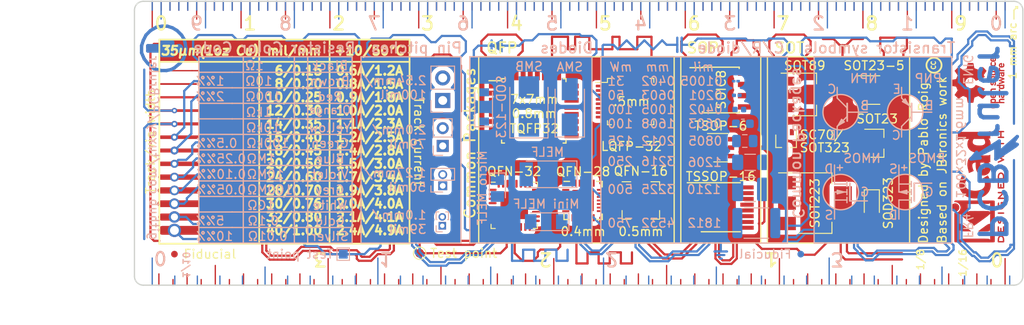
<source format=kicad_pcb>
(kicad_pcb (version 20171130) (host pcbnew "(5.1.4)-1")
  (title_block (title PCBrulerS) (date 2017-06-14) (rev 1.0) (company "(C) J. Boehmer (JBtronics)") (comment 1 "Licensed under CC BY 3.0"))
  (layers (0 F.Cu signal hide) (31 B.Cu signal hide) (34 B.Paste user hide) (35 F.Paste user hide) (36 B.SilkS user hide) (37 F.SilkS user hide) (38 B.Mask user hide) (39 F.Mask user) (44 Edge.Cuts user))
  (net 0 "")
  (net 1 GNDA)
  (net 2 "Net-(MELF1-Pad1)")
  (module PCBRulers:Inch_Ruler_3.5in_10_Pablo (layer B.Cu) (at 87 130 180)
    (fp_text reference REF**)
    (fp_text value Inch_Ruler_3.5in_10_Pablo)
    (fp_line (start -91.44 0.0127) (end -91.44 1.0287) (layer B.Cu) (width 0.15))
    (fp_line (start -93.98 0.0127) (end -93.98 1.0287) (layer B.Cu) (width 0.15))
    (fp_line (start -96.52 0.0127) (end -96.52 1.0287) (layer B.Cu) (width 0.15))
    (fp_text user 1 (at -26.3144 2.921546 180 unlocked) (layer B.SilkS) (effects (font (size 1.5 1.5) (thickness 0.25)) (justify mirror)))
    (fp_text user 0 (at -0.9144 2.921546 unlocked) (layer B.SilkS) (effects (font (size 1.5 1.5) (thickness 0.25)) (justify mirror)))
    (fp_text user 1/10 (at -3.81 2.286 270 unlocked) (layer B.SilkS) (effects (font (size 0.75 0.75)) (justify mirror)))
    (fp_text user 3 (at -77.1144 2.921546 180 unlocked) (layer B.SilkS) (effects (font (size 1.5 1.5) (thickness 0.25)) (justify mirror)))
    (fp_text user 2 (at -51.7144 2.921546 180 unlocked) (layer B.SilkS) (effects (font (size 1.5 1.5) (thickness 0.25)) (justify mirror)))
    (fp_line (start -86.36 0.0127) (end -86.36 1.0287) (layer B.Cu) (width 0.15))
    (fp_line (start -81.28 0.0127) (end -81.28 1.0287) (layer B.Cu) (width 0.15))
    (fp_line (start -78.74 0.0127) (end -78.74 1.0287) (layer B.Cu) (width 0.15))
    (fp_line (start -83.82 0.0127) (end -83.82 1.0287) (layer B.Cu) (width 0.15))
    (fp_line (start -88.9 0.0127) (end -88.9 2.0447) (layer B.Cu) (width 0.15))
    (fp_line (start -73.66 0.0127) (end -73.66 1.0287) (layer B.Cu) (width 0.15))
    (fp_line (start -66.04 0.0127) (end -66.04 1.0287) (layer B.Cu) (width 0.15))
    (fp_line (start -53.34 0.0127) (end -53.34 1.0287) (layer B.Cu) (width 0.15))
    (fp_line (start -58.42 0.0127) (end -58.42 1.0287) (layer B.Cu) (width 0.15))
    (fp_line (start -63.5 0.0127) (end -63.5 2.0447) (layer B.Cu) (width 0.15))
    (fp_line (start -60.96 0.0127) (end -60.96 1.0287) (layer B.Cu) (width 0.15))
    (fp_line (start -55.88 0.0127) (end -55.88 1.0287) (layer B.Cu) (width 0.15))
    (fp_line (start -76.2 0.0127) (end -76.2 3.0607) (layer B.Cu) (width 0.15))
    (fp_line (start -71.12 0.0127) (end -71.12 1.0287) (layer B.Cu) (width 0.15))
    (fp_line (start -68.58 0.0127) (end -68.58 1.0287) (layer B.Cu) (width 0.15))
    (fp_line (start -50.8 0.0127) (end -50.8 3.0607) (layer B.Cu) (width 0.15))
    (fp_line (start -40.64 0.0127) (end -40.64 1.0287) (layer B.Cu) (width 0.15))
    (fp_line (start -45.72 0.0127) (end -45.72 1.0287) (layer B.Cu) (width 0.15))
    (fp_line (start -43.18 0.0127) (end -43.18 1.0287) (layer B.Cu) (width 0.15))
    (fp_line (start -38.1 0.0127) (end -38.1 2.0447) (layer B.Cu) (width 0.15))
    (fp_line (start -48.26 0.0127) (end -48.26 1.0287) (layer B.Cu) (width 0.15))
    (fp_line (start -33.02 0.0127) (end -33.02 1.0287) (layer B.Cu) (width 0.15))
    (fp_line (start -30.48 0.0127) (end -30.48 1.0287) (layer B.Cu) (width 0.15))
    (fp_line (start -35.56 0.0127) (end -35.56 1.0287) (layer B.Cu) (width 0.15))
    (fp_line (start -27.94 0.0127) (end -27.94 1.0287) (layer B.Cu) (width 0.15))
    (fp_line (start -25.4 0.0127) (end -25.4 3.0607) (layer B.Cu) (width 0.15))
    (fp_line (start -15.24 0.0127) (end -15.24 1.0287) (layer B.Cu) (width 0.15))
    (fp_line (start -20.32 0.0127) (end -20.32 1.0287) (layer B.Cu) (width 0.15))
    (fp_line (start -17.78 0.0127) (end -17.78 1.0287) (layer B.Cu) (width 0.15))
    (fp_line (start -22.86 0.0127) (end -22.86 1.0287) (layer B.Cu) (width 0.15))
    (fp_line (start -12.7 0.0127) (end -12.7 2.0447) (layer B.Cu) (width 0.15))
    (fp_line (start -10.16 0.0127) (end -10.16 1.0287) (layer B.Cu) (width 0.15))
    (fp_line (start -7.62 0.0127) (end -7.62 1.0287) (layer B.Cu) (width 0.15))
    (fp_line (start -5.08 0.0127) (end -5.08 1.0287) (layer B.Cu) (width 0.15))
    (fp_line (start -2.54 0.0127) (end -2.54 1.0287) (layer B.Cu) (width 0.15))
    (fp_line (start 0 0.0127) (end 0 3.0607) (layer B.Cu) (width 0.15))
  )
  (module PCBRulers:Inch_Ruler_3.5in_up_Pablo (layer F.Cu) (at 183 130)
    (fp_text reference REF**)
    (fp_text value Inch_Ruler_3.5in_up_Pablo)
    (fp_text user 1/8 (at -9.525 -2.881903 90 unlocked) (layer F.SilkS) (effects (font (size 0.8 0.8))))
    (fp_line (start -88.9 0) (end -88.9 -2.2225) (layer F.Cu) (width 0.15))
    (fp_line (start -95.25 0) (end -95.25 -1.27) (layer F.Cu) (width 0.15))
    (fp_line (start -92.075 0) (end -92.075 -1.27) (layer F.Cu) (width 0.15))
    (fp_line (start -85.725 0) (end -85.725 -1.27) (layer F.Cu) (width 0.15))
    (fp_line (start -93.6625 0) (end -93.6625 -0.635) (layer F.Cu) (width 0.15))
    (fp_line (start -82.55 0) (end -82.55 -1.27) (layer F.Cu) (width 0.15))
    (fp_line (start -87.3125 0) (end -87.3125 -0.635) (layer F.Cu) (width 0.15))
    (fp_line (start -79.375 0) (end -79.375 -1.27) (layer F.Cu) (width 0.15))
    (fp_line (start -90.4875 0) (end -90.4875 -0.635) (layer F.Cu) (width 0.15))
    (fp_line (start -84.1375 0) (end -84.1375 -0.635) (layer F.Cu) (width 0.15))
    (fp_line (start -80.9625 0) (end -80.9625 -0.635) (layer F.Cu) (width 0.15))
    (fp_line (start -77.7875 0) (end -77.7875 -0.635) (layer F.Cu) (width 0.15))
    (fp_line (start -61.9125 0) (end -61.9125 -0.635) (layer F.Cu) (width 0.15))
    (fp_line (start -57.15 0) (end -57.15 -1.27) (layer F.Cu) (width 0.15))
    (fp_line (start -63.5 0) (end -63.5 -2.2225) (layer F.Cu) (width 0.15))
    (fp_line (start -55.5625 0) (end -55.5625 -0.635) (layer F.Cu) (width 0.15))
    (fp_line (start -52.3875 0) (end -52.3875 -0.635) (layer F.Cu) (width 0.15))
    (fp_line (start -53.975 0) (end -53.975 -1.27) (layer F.Cu) (width 0.15))
    (fp_line (start -60.325 0) (end -60.325 -1.27) (layer F.Cu) (width 0.15))
    (fp_line (start -58.7375 0) (end -58.7375 -0.635) (layer F.Cu) (width 0.15))
    (fp_line (start -74.6125 0) (end -74.6125 -0.635) (layer F.Cu) (width 0.15))
    (fp_line (start -69.85 0) (end -69.85 -1.27) (layer F.Cu) (width 0.15))
    (fp_line (start -66.675 0) (end -66.675 -1.27) (layer F.Cu) (width 0.15))
    (fp_line (start -68.2625 0) (end -68.2625 -0.635) (layer F.Cu) (width 0.15))
    (fp_line (start -65.0875 0) (end -65.0875 -0.635) (layer F.Cu) (width 0.15))
    (fp_line (start -73.025 0) (end -73.025 -1.27) (layer F.Cu) (width 0.15))
    (fp_line (start -71.4375 0) (end -71.4375 -0.635) (layer F.Cu) (width 0.15))
    (fp_line (start -36.5125 0) (end -36.5125 -0.635) (layer F.Cu) (width 0.15))
    (fp_line (start -31.75 0) (end -31.75 -1.27) (layer F.Cu) (width 0.15))
    (fp_line (start -38.1 0) (end -38.1 -2.2225) (layer F.Cu) (width 0.15))
    (fp_line (start -30.1625 0) (end -30.1625 -0.635) (layer F.Cu) (width 0.15))
    (fp_line (start -26.9875 0) (end -26.9875 -0.635) (layer F.Cu) (width 0.15))
    (fp_line (start -28.575 0) (end -28.575 -1.27) (layer F.Cu) (width 0.15))
    (fp_line (start -34.925 0) (end -34.925 -1.27) (layer F.Cu) (width 0.15))
    (fp_line (start -33.3375 0) (end -33.3375 -0.635) (layer F.Cu) (width 0.15))
    (fp_line (start -49.2125 0) (end -49.2125 -0.635) (layer F.Cu) (width 0.15))
    (fp_line (start -44.45 0) (end -44.45 -1.27) (layer F.Cu) (width 0.15))
    (fp_line (start -41.275 0) (end -41.275 -1.27) (layer F.Cu) (width 0.15))
    (fp_line (start -42.8625 0) (end -42.8625 -0.635) (layer F.Cu) (width 0.15))
    (fp_line (start -39.6875 0) (end -39.6875 -0.635) (layer F.Cu) (width 0.15))
    (fp_line (start -47.625 0) (end -47.625 -1.27) (layer F.Cu) (width 0.15))
    (fp_line (start -46.0375 0) (end -46.0375 -0.635) (layer F.Cu) (width 0.15))
    (fp_line (start -23.8125 0) (end -23.8125 -0.635) (layer F.Cu) (width 0.15))
    (fp_line (start -19.05 0) (end -19.05 -1.27) (layer F.Cu) (width 0.15))
    (fp_line (start -17.4625 0) (end -17.4625 -0.635) (layer F.Cu) (width 0.15))
    (fp_line (start -14.2875 0) (end -14.2875 -0.635) (layer F.Cu) (width 0.15))
    (fp_line (start -15.875 0) (end -15.875 -1.27) (layer F.Cu) (width 0.15))
    (fp_line (start -22.225 0) (end -22.225 -1.27) (layer F.Cu) (width 0.15))
    (fp_line (start -20.6375 0) (end -20.6375 -0.635) (layer F.Cu) (width 0.15))
    (fp_line (start -11.1125 0) (end -11.1125 -0.635) (layer F.Cu) (width 0.15))
    (fp_line (start -7.9375 0) (end -7.9375 -0.635) (layer F.Cu) (width 0.15))
    (fp_line (start -9.525 0) (end -9.525 -1.27) (layer F.Cu) (width 0.15))
    (fp_line (start -4.7625 0) (end -4.7625 -0.635) (layer F.Cu) (width 0.15))
    (fp_line (start -6.35 0) (end -6.35 -1.27) (layer F.Cu) (width 0.15))
    (fp_text user 1/16 (at -4.75488 -2.52476 90 unlocked) (layer F.SilkS) (effects (font (size 0.8 0.8))))
    (fp_line (start -1.5875 0) (end -1.5875 -0.635) (layer F.Cu) (width 0.15))
    (fp_text user 3 (at -77.1144 -2.921546 180 unlocked) (layer F.SilkS) (effects (font (size 1.5 1.5) (thickness 0.25))))
    (fp_text user 2 (at -51.7144 -2.921546 180 unlocked) (layer F.SilkS) (effects (font (size 1.5 1.5) (thickness 0.25))))
    (fp_text user 1 (at -26.3144 -2.921546 180 unlocked) (layer F.SilkS) (effects (font (size 1.5 1.5) (thickness 0.25))))
    (fp_text user 0 (at -0.9144 -2.921546 180 unlocked) (layer F.SilkS) (effects (font (size 1.5 1.5) (thickness 0.25))))
    (fp_line (start 0 0) (end 0 -3) (layer F.Cu) (width 0.15))
    (fp_line (start -12.7 0) (end -12.7 -2.2225) (layer F.Cu) (width 0.15))
    (fp_line (start -3.175 0) (end -3.175 -1.27) (layer F.Cu) (width 0.15))
    (fp_line (start -25.4 0) (end -25.4 -3) (layer F.Cu) (width 0.15))
    (fp_line (start -50.8 0) (end -50.8 -3) (layer F.Cu) (width 0.15))
    (fp_line (start -76.2 0) (end -76.2 -3) (layer F.Cu) (width 0.15))
  )
  (module PCBRulers:Metric_Ruler_98mm_up_Pablo_025thickness_small (layer F.Cu) (at 87 98)
    (fp_text reference REF**)
    (fp_text value Regla_Metrica_98mm)
    (fp_line (start 91 0) (end 91 1) (layer F.Cu) (width 0.15))
    (fp_line (start 92 0) (end 92 1) (layer F.Cu) (width 0.15))
    (fp_line (start 93 0) (end 93 1) (layer F.Cu) (width 0.15))
    (fp_line (start 90 0) (end 90 3) (layer F.Cu) (width 0.15))
    (fp_line (start 89 0) (end 89 1) (layer F.Cu) (width 0.15))
    (fp_line (start 88 0) (end 88 1) (layer F.Cu) (width 0.15))
    (fp_line (start 87 0) (end 87 1) (layer F.Cu) (width 0.15))
    (fp_line (start 86 0) (end 86 1) (layer F.Cu) (width 0.15))
    (fp_line (start 85 0) (end 85 2) (layer F.Cu) (width 0.15))
    (fp_line (start 81 0) (end 81 1) (layer F.Cu) (width 0.15))
    (fp_line (start 82 0) (end 82 1) (layer F.Cu) (width 0.15))
    (fp_line (start 80 0) (end 80 3) (layer F.Cu) (width 0.15))
    (fp_line (start 83 0) (end 83 1) (layer F.Cu) (width 0.15))
    (fp_line (start 84 0) (end 84 1) (layer F.Cu) (width 0.15))
    (fp_line (start 77 0) (end 77 1) (layer F.Cu) (width 0.15))
    (fp_line (start 79 0) (end 79 1) (layer F.Cu) (width 0.15))
    (fp_line (start 76 0) (end 76 1) (layer F.Cu) (width 0.15))
    (fp_line (start 75 0) (end 75 2) (layer F.Cu) (width 0.15))
    (fp_line (start 78 0) (end 78 1) (layer F.Cu) (width 0.15))
    (fp_line (start 74 0) (end 74 1) (layer F.Cu) (width 0.15))
    (fp_line (start 71 0) (end 71 1) (layer F.Cu) (width 0.15))
    (fp_line (start 70 0) (end 70 3) (layer F.Cu) (width 0.15))
    (fp_line (start 73 0) (end 73 1) (layer F.Cu) (width 0.15))
    (fp_line (start 72 0) (end 72 1) (layer F.Cu) (width 0.15))
    (fp_line (start 67 0) (end 67 1) (layer F.Cu) (width 0.15))
    (fp_line (start 66 0) (end 66 1) (layer F.Cu) (width 0.15))
    (fp_line (start 68 0) (end 68 1) (layer F.Cu) (width 0.15))
    (fp_line (start 69 0) (end 69 1) (layer F.Cu) (width 0.15))
    (fp_line (start 65 0) (end 65 2) (layer F.Cu) (width 0.15))
    (fp_line (start 60 0) (end 60 3) (layer F.Cu) (width 0.15))
    (fp_line (start 64 0) (end 64 1) (layer F.Cu) (width 0.15))
    (fp_line (start 62 0) (end 62 1) (layer F.Cu) (width 0.15))
    (fp_line (start 61 0) (end 61 1) (layer F.Cu) (width 0.15))
    (fp_line (start 63 0) (end 63 1) (layer F.Cu) (width 0.15))
    (fp_line (start 56 0) (end 56 1) (layer F.Cu) (width 0.15))
    (fp_line (start 57 0) (end 57 1) (layer F.Cu) (width 0.15))
    (fp_line (start 55 0) (end 55 2) (layer F.Cu) (width 0.15))
    (fp_line (start 52 0) (end 52 1) (layer F.Cu) (width 0.15))
    (fp_line (start 54 0) (end 54 1) (layer F.Cu) (width 0.15))
    (fp_line (start 51 0) (end 51 1) (layer F.Cu) (width 0.15))
    (fp_line (start 50 0) (end 50 3) (layer F.Cu) (width 0.15))
    (fp_line (start 53 0) (end 53 1) (layer F.Cu) (width 0.15))
    (fp_line (start 58 0) (end 58 1) (layer F.Cu) (width 0.15))
    (fp_line (start 59 0) (end 59 1) (layer F.Cu) (width 0.15))
    (fp_line (start 40 0) (end 40 3) (layer F.Cu) (width 0.15))
    (fp_line (start 48 0) (end 48 1) (layer F.Cu) (width 0.15))
    (fp_line (start 43 0) (end 43 1) (layer F.Cu) (width 0.15))
    (fp_line (start 49 0) (end 49 1) (layer F.Cu) (width 0.15))
    (fp_line (start 46 0) (end 46 1) (layer F.Cu) (width 0.15))
    (fp_line (start 47 0) (end 47 1) (layer F.Cu) (width 0.15))
    (fp_line (start 45 0) (end 45 2) (layer F.Cu) (width 0.15))
    (fp_line (start 42 0) (end 42 1) (layer F.Cu) (width 0.15))
    (fp_line (start 44 0) (end 44 1) (layer F.Cu) (width 0.15))
    (fp_line (start 41 0) (end 41 1) (layer F.Cu) (width 0.15))
    (fp_line (start 37 0) (end 37 1) (layer F.Cu) (width 0.15))
    (fp_line (start 34 0) (end 34 1) (layer F.Cu) (width 0.15))
    (fp_line (start 31 0) (end 31 1) (layer F.Cu) (width 0.15))
    (fp_line (start 30 0) (end 30 3) (layer F.Cu) (width 0.15))
    (fp_line (start 38 0) (end 38 1) (layer F.Cu) (width 0.15))
    (fp_line (start 33 0) (end 33 1) (layer F.Cu) (width 0.15))
    (fp_line (start 36 0) (end 36 1) (layer F.Cu) (width 0.15))
    (fp_line (start 39 0) (end 39 1) (layer F.Cu) (width 0.15))
    (fp_line (start 32 0) (end 32 1) (layer F.Cu) (width 0.15))
    (fp_line (start 35 0) (end 35 2) (layer F.Cu) (width 0.15))
    (fp_line (start 21 0) (end 21 1) (layer F.Cu) (width 0.15))
    (fp_line (start 24 0) (end 24 1) (layer F.Cu) (width 0.15))
    (fp_line (start 20 0) (end 20 3) (layer F.Cu) (width 0.15))
    (fp_line (start 25 0) (end 25 2) (layer F.Cu) (width 0.15))
    (fp_line (start 28 0) (end 28 1) (layer F.Cu) (width 0.15))
    (fp_line (start 23 0) (end 23 1) (layer F.Cu) (width 0.15))
    (fp_line (start 26 0) (end 26 1) (layer F.Cu) (width 0.15))
    (fp_line (start 22 0) (end 22 1) (layer F.Cu) (width 0.15))
    (fp_line (start 29 0) (end 29 1) (layer F.Cu) (width 0.15))
    (fp_line (start 27 0) (end 27 1) (layer F.Cu) (width 0.15))
    (fp_line (start 12 0) (end 12 1) (layer F.Cu) (width 0.15))
    (fp_line (start 16 0) (end 16 1) (layer F.Cu) (width 0.15))
    (fp_line (start 14 0) (end 14 1) (layer F.Cu) (width 0.15))
    (fp_line (start 17 0) (end 17 1) (layer F.Cu) (width 0.15))
    (fp_line (start 11 0) (end 11 1) (layer F.Cu) (width 0.15))
    (fp_line (start 10 0) (end 10 3) (layer F.Cu) (width 0.15))
    (fp_line (start 15 0) (end 15 2) (layer F.Cu) (width 0.15))
    (fp_line (start 13 0) (end 13 1) (layer F.Cu) (width 0.15))
    (fp_line (start 18 0) (end 18 1) (layer F.Cu) (width 0.15))
    (fp_line (start 19 0) (end 19 1) (layer F.Cu) (width 0.15))
    (fp_text user 0 (at 1 2.5) (layer F.SilkS) (effects (font (size 1.5 1.5) (thickness 0.25))))
    (fp_text user 1 (at 11 2.5) (layer F.SilkS) (effects (font (size 1.5 1.5) (thickness 0.25))))
    (fp_text user 2 (at 21 2.5) (layer F.SilkS) (effects (font (size 1.5 1.5) (thickness 0.25))))
    (fp_text user 3 (at 31 2.5) (layer F.SilkS) (effects (font (size 1.5 1.5) (thickness 0.25))))
    (fp_text user 4 (at 41 2.5) (layer F.SilkS) (effects (font (size 1.5 1.5) (thickness 0.25))))
    (fp_text user 5 (at 51 2.5) (layer F.SilkS) (effects (font (size 1.5 1.5) (thickness 0.25))))
    (fp_text user 6 (at 61 2.5) (layer F.SilkS) (effects (font (size 1.5 1.5) (thickness 0.25))))
    (fp_text user 7 (at 71 2.5) (layer F.SilkS) (effects (font (size 1.5 1.5) (thickness 0.25))))
    (fp_text user 8 (at 81 2.5) (layer F.SilkS) (effects (font (size 1.5 1.5) (thickness 0.25))))
    (fp_text user 9 (at 91 2.5) (layer F.SilkS) (effects (font (size 1.5 1.5) (thickness 0.25))))
    (fp_line (start 6 0) (end 6 1) (layer F.Cu) (width 0.15))
    (fp_line (start 1 0) (end 1 1) (layer F.Cu) (width 0.15))
    (fp_line (start 8 0) (end 8 1) (layer F.Cu) (width 0.15))
    (fp_line (start 9 0) (end 9 1) (layer F.Cu) (width 0.15))
    (fp_line (start 7 0) (end 7 1) (layer F.Cu) (width 0.15))
    (fp_line (start 0 0) (end 0 3) (layer F.Cu) (width 0.15))
    (fp_line (start 4 0) (end 4 1) (layer F.Cu) (width 0.15))
    (fp_line (start 5 0) (end 5 2) (layer F.Cu) (width 0.15))
    (fp_line (start 3 0) (end 3 1) (layer F.Cu) (width 0.15))
    (fp_line (start 2 0) (end 2 1) (layer F.Cu) (width 0.15))
    (fp_line (start 96 0) (end 96 1) (layer F.Cu) (width 0.15))
    (fp_line (start 95 0) (end 95 2) (layer F.Cu) (width 0.15))
    (fp_line (start 94 0) (end 94 1) (layer F.Cu) (width 0.15))
  )
  (module Fiducial:Fiducial_0.75mm_Mask1.5mm (layer F.Cu) (at 89.5 126.5 180)
    (fp_text reference Fiducial (at -4 0) (layer F.SilkS))
    (fp_text value Fiducial_0.75mm_Mask1.5mm)
    (pad "" smd circle (at 0 0 180) (size 0.75 0.75) (layers F.Cu F.Mask) (clearance 0.375))
  )
  (module TestPoint:TestPoint_Pad_1.0x1.0mm (layer B.Cu) (at 108.5 126.5 180)
    (fp_text reference "Test point" (at 1 0) (layer B.SilkS) (effects (justify left mirror)))
    (fp_text value TestPoint_Pad_1.0x1.0mm)
    (pad 1 smd rect (at 0 0 180) (size 1 1) (layers B.Cu B.Mask) (net 1 GNDA))
  )
  (module TestPoint:TestPoint_Pad_D1.0mm (layer F.Cu) (at 117.1 126.4)
    (fp_text reference "Test point" (at 1.1 0) (layer F.SilkS) (effects (justify left)))
    (fp_text value TestPoint_Pad_D1.0mm)
    (pad 1 smd circle (at 0 0) (size 1 1) (layers F.Cu F.Mask) (net 1 GNDA))
  )
  (module Fiducial:Fiducial_0.75mm_Mask1.5mm (layer B.Cu) (at 160 126.5)
    (fp_text reference Fiducial (at -4 0) (layer B.SilkS) (effects (justify mirror)))
    (fp_text value Fiducial_0.75mm_Mask1.5mm)
    (pad "" smd circle (at 0 0) (size 0.75 0.75) (layers B.Cu B.Mask) (clearance 0.375))
  )
  (module Diode_SMD:D_SOD-123 (layer B.Cu) (at 124.3 109.9 90)
    (fp_text reference SOD-123 (at 0 2 90) (layer B.SilkS) (effects (justify mirror)))
    (fp_text value D_SOD-123)
    (pad 2 smd rect (at 1.65 0 90) (size 0.9 1.2) (layers B.Cu B.Paste B.Mask))
    (pad 1 smd rect (at -1.65 0 90) (size 0.9 1.2) (layers B.Cu B.Paste B.Mask))
  )
  (module Symbol:Symbol_CC-Attribution_CopperTop_Small (layer B.Cu) (at 88.3 103.3 90)
    (fp_text reference REF** hide)
    (fp_text value Symbol_CC-Attribution_CopperTop_Small)
    (fp_line (start 0.59944 2.4003) (end 0 2.49936) (layer B.Cu) (width 0.381))
    (fp_line (start 1.00076 2.30124) (end 0.59944 2.4003) (layer B.Cu) (width 0.381))
    (fp_line (start 1.50114 1.99898) (end 1.00076 2.30124) (layer B.Cu) (width 0.381))
    (fp_line (start 1.99898 1.50114) (end 1.50114 1.99898) (layer B.Cu) (width 0.381))
    (fp_line (start 2.30124 1.00076) (end 1.99898 1.50114) (layer B.Cu) (width 0.381))
    (fp_line (start 2.49936 0.39878) (end 2.30124 1.00076) (layer B.Cu) (width 0.381))
    (fp_line (start 2.49936 -0.20066) (end 2.49936 0.39878) (layer B.Cu) (width 0.381))
    (fp_line (start 2.4003 -0.8001) (end 2.49936 -0.20066) (layer B.Cu) (width 0.381))
    (fp_line (start 1.99898 -1.50114) (end 2.4003 -0.8001) (layer B.Cu) (width 0.381))
    (fp_line (start 1.50114 -1.99898) (end 1.99898 -1.50114) (layer B.Cu) (width 0.381))
    (fp_line (start 0.89916 -2.30124) (end 1.50114 -1.99898) (layer B.Cu) (width 0.381))
    (fp_line (start 0.29972 -2.49936) (end 0.89916 -2.30124) (layer B.Cu) (width 0.381))
    (fp_line (start -0.50038 -2.49936) (end 0.29972 -2.49936) (layer B.Cu) (width 0.381))
    (fp_line (start -1.19888 -2.19964) (end -0.50038 -2.49936) (layer B.Cu) (width 0.381))
    (fp_line (start -1.69926 -1.80086) (end -1.19888 -2.19964) (layer B.Cu) (width 0.381))
    (fp_line (start -2.30124 -1.09982) (end -1.69926 -1.80086) (layer B.Cu) (width 0.381))
    (fp_line (start -2.49936 -0.29972) (end -2.30124 -1.09982) (layer B.Cu) (width 0.381))
    (fp_line (start -2.49936 0.29972) (end -2.49936 -0.29972) (layer B.Cu) (width 0.381))
    (fp_line (start -2.4003 0.8001) (end -2.49936 0.29972) (layer B.Cu) (width 0.381))
    (fp_line (start -2.19964 1.19888) (end -2.4003 0.8001) (layer B.Cu) (width 0.381))
    (fp_line (start -1.69926 1.80086) (end -2.19964 1.19888) (layer B.Cu) (width 0.381))
    (fp_line (start -1.19888 2.19964) (end -1.69926 1.80086) (layer B.Cu) (width 0.381))
    (fp_line (start -0.70104 2.4003) (end -1.19888 2.19964) (layer B.Cu) (width 0.381))
    (fp_line (start -0.09906 2.49936) (end -0.70104 2.4003) (layer B.Cu) (width 0.381))
    (fp_line (start 0 2.49936) (end -0.09906 2.49936) (layer B.Cu) (width 0.381))
    (fp_circle (center 0 1.69926) (end 0.09906 1.39954) (layer B.Cu) (width 0.381))
    (fp_line (start -0.8001 -0.20066) (end -0.8001 1.00076) (layer B.Cu) (width 0.381))
    (fp_line (start 0.70104 -0.20066) (end -0.8001 -0.20066) (layer B.Cu) (width 0.381))
    (fp_line (start 0.70104 1.00076) (end 0.70104 -0.20066) (layer B.Cu) (width 0.381))
    (fp_line (start -0.8001 1.00076) (end 0.70104 1.00076) (layer B.Cu) (width 0.381))
    (fp_line (start -0.29972 -1.80086) (end 0.20066 -1.80086) (layer B.Cu) (width 0.381))
    (fp_line (start -0.29972 -0.29972) (end -0.29972 -1.80086) (layer B.Cu) (width 0.381))
    (fp_line (start 0.29972 -1.80086) (end 0.29972 -0.20066) (layer B.Cu) (width 0.381))
    (fp_line (start 0.09906 -1.80086) (end 0.29972 -1.80086) (layer B.Cu) (width 0.381))
    (fp_line (start 0 -0.29972) (end 0 -1.6002) (layer B.Cu) (width 0.381))
    (fp_line (start -0.8001 0.09906) (end 0.50038 0.09906) (layer B.Cu) (width 0.381))
    (fp_line (start 0.50038 0.39878) (end -0.70104 0.39878) (layer B.Cu) (width 0.381))
    (fp_line (start -0.70104 0.70104) (end 0.59944 0.70104) (layer B.Cu) (width 0.381))
    (fp_line (start 0 1.89992) (end 0 1.50114) (layer B.Cu) (width 0.381))
  )
  (module Symbol:Symbol_Highvoltage_Type1_CopperTop_Small (layer B.Cu) (at 181.2 115.4 90)
    (fp_text reference REF** hide)
    (fp_text value Symbol_Highvoltage_Type1_CopperTop_Small)
    (fp_line (start -0.127 -1.524) (end -0.254 -1.016) (layer B.Cu) (width 0.381))
    (fp_line (start 1.016 0.762) (end -0.127 -1.524) (layer B.Cu) (width 0.381))
    (fp_line (start -0.381 0.762) (end 1.016 0.762) (layer B.Cu) (width 0.381))
    (fp_line (start 1.143 3.048) (end -0.381 0.762) (layer B.Cu) (width 0.381))
    (fp_line (start 1.397 2.667) (end 1.27 3.175) (layer B.Cu) (width 0.381))
    (fp_line (start 2.159 3.175) (end 1.397 2.667) (layer B.Cu) (width 0.381))
    (fp_line (start 0.381 1.143) (end 2.159 3.175) (layer B.Cu) (width 0.381))
    (fp_line (start 1.651 1.143) (end 0.381 1.143) (layer B.Cu) (width 0.381))
    (fp_line (start -0.127 -1.651) (end 1.651 1.143) (layer B.Cu) (width 0.381))
    (fp_line (start 0.381 -1.397) (end -0.127 -1.651) (layer B.Cu) (width 0.381))
    (fp_line (start -0.381 -2.032) (end 0.381 -1.397) (layer B.Cu) (width 0.381))
    (fp_line (start -0.254 -1.016) (end -0.381 -2.032) (layer B.Cu) (width 0.381))
    (fp_line (start 0 0.889) (end 1.27 0.889) (layer B.Cu) (width 0.381))
    (fp_line (start 1.397 2.794) (end 0 0.889) (layer B.Cu) (width 0.381))
  )
  (module Personal:PCBRuler_Logo_V1 (layer B.Cu) (at 181.5 114 270)
    (fp_text reference REF** hide)
    (fp_text value PCBRuler_Logo_V1)
    (fp_text user "PCB ruler" (at 0 0 270 unlocked) (layer B.Cu) (effects (font (size 3 3) (thickness 0.5)) (justify mirror)))
  )
  (module Personal:Symbol_Transistor_NMOS (layer B.Cu) (at 164.5 119.5 180)
    (fp_text reference REF**)
    (fp_text value Symbol_Transistor_NMOS)
    (fp_text user NMOS (at -2.4 3.8) (layer B.SilkS) (effects (justify mirror)))
    (fp_text user S (at 0.75 -2.6) (layer B.SilkS) (effects (justify left mirror)))
    (fp_text user D (at 0.75 2.6) (layer B.SilkS) (effects (justify left mirror)))
    (fp_text user G (at -3.3 0) (layer B.SilkS) (effects (justify left mirror)))
  )
  (module Personal:Symbol_Transistor_PMOS (layer B.Cu) (at 171.75 119.5 180)
    (fp_text reference REF**)
    (fp_text value Symbol_Transistor_PMOS)
    (fp_text user PMOS (at -2.45 3.8) (layer B.SilkS) (effects (justify mirror)))
    (fp_text user D (at 0.75 -2.6) (layer B.SilkS) (effects (justify left mirror)))
    (fp_text user S (at 0.75 2.6) (layer B.SilkS) (effects (justify left mirror)))
    (fp_text user G (at -3.3 0) (layer B.SilkS) (effects (justify left mirror)))
  )
  (module Personal:Symbol_Transistor_NPN (layer B.Cu) (at 164.5 110.5 180)
    (fp_text reference REF**)
    (fp_text value Symbol_Transistor_NPN)
    (fp_text user NPN (at -2.6 3.8) (layer B.SilkS) (effects (justify mirror)))
    (fp_text user E (at 0.4 -2.6) (layer B.SilkS) (effects (justify left mirror)))
    (fp_text user C (at 0.4 2.6) (layer B.SilkS) (effects (justify left mirror)))
    (fp_text user B (at -3.3 0.75) (layer B.SilkS) (effects (justify left mirror)))
  )
  (module Personal:Symbol_Transistor_PNP (layer B.Cu) (at 171.75 110.5 180)
    (fp_text reference REF** hide)
    (fp_text value Symbol_Transistor_PNP)
    (fp_text user PNP (at -2.6 3.8) (layer B.SilkS) (effects (justify mirror)))
    (fp_text user C (at 0.4 -2.6) (layer B.SilkS) (effects (justify left mirror)))
    (fp_text user E (at 0.4 2.6) (layer B.SilkS) (effects (justify left mirror)))
    (fp_text user B (at -3.3 0.75) (layer B.SilkS) (effects (justify left mirror)))
  )
  (module Diode_SMD:D_SMB (layer B.Cu) (at 129.4 109.85 90)
    (fp_text reference SMB (at 4.5 0) (layer B.SilkS) (effects (justify mirror)))
    (fp_text value D_SMB)
    (pad 2 smd rect (at 2.15 0 90) (size 2.5 2.3) (layers B.Cu B.Paste B.Mask))
    (pad 1 smd rect (at -2.15 0 90) (size 2.5 2.3) (layers B.Cu B.Paste B.Mask))
  )
  (module Diode_SMD:D_SMA (layer B.Cu) (at 134 109.9 90)
    (fp_text reference SMA (at 4.5 0 180) (layer B.SilkS) (effects (justify mirror)))
    (fp_text value D_SMA)
    (pad 2 smd rect (at 2 0 90) (size 2.5 1.8) (layers B.Cu B.Paste B.Mask))
    (pad 1 smd rect (at -2 0 90) (size 2.5 1.8) (layers B.Cu B.Paste B.Mask))
  )
  (module Symbol:OSHW-Logo_5.7x6mm_Copper (layer F.Cu) (at 179.9 107.2 90)
    (fp_text reference REF** hide)
    (fp_text value OSHW-Logo_5.7x6mm_Copper hide)
    (fp_poly (pts (xy -1.908759 1.469184) (xy -1.882247 1.482282) (xy -1.849553 1.505106) (xy -1.825725 1.529996) (xy -1.809406 1.561249) (xy -1.79924 1.603166) (xy -1.793872 1.660044) (xy -1.791944 1.736184) (xy -1.791831 1.768917) (xy -1.792161 1.840656) (xy -1.793527 1.891927) (xy -1.7965 1.927404) (xy -1.801649 1.951763) (xy -1.809543 1.96968) (xy -1.817757 1.981902) (xy -1.870187 2.033905) (xy -1.93193 2.065184) (xy -1.998536 2.074592) (xy -2.065558 2.06098) (xy -2.086792 2.051354) (xy -2.137624 2.024859) (xy -2.137624 2.440052) (xy -2.100525 2.420868) (xy -2.051643 2.406025) (xy -1.991561 2.402222) (xy -1.931564 2.409243) (xy -1.886256 2.425013) (xy -1.848675 2.455047) (xy -1.816564 2.498024) (xy -1.81415 2.502436) (xy -1.803967 2.523221) (xy -1.79653 2.54417) (xy -1.791411 2.569548) (xy -1.788181 2.603618) (xy -1.786413 2.650641) (xy -1.785677 2.714882) (xy -1.785544 2.787176) (xy -1.785544 3.017822) (xy -1.923861 3.017822) (xy -1.923861 2.592533) (xy -1.962549 2.559979) (xy -2.002738 2.53394) (xy -2.040797 2.529205) (xy -2.079066 2.541389) (xy -2.099462 2.55332) (xy -2.114642 2.570313) (xy -2.125438 2.595995) (xy -2.132683 2.633991) (xy -2.137208 2.687926) (xy -2.139844 2.761425) (xy -2.140772 2.810347) (xy -2.143911 3.011535) (xy -2.209926 3.015336) (xy -2.27594 3.019136) (xy -2.27594 1.77065) (xy -2.137624 1.77065) (xy -2.134097 1.840254) (xy -2.122215 1.888569) (xy -2.10002 1.918631) (xy -2.065559 1.933471) (xy -2.030742 1.936436) (xy -1.991329 1.933028) (xy -1.965171 1.919617) (xy -1.948814 1.901896) (xy -1.935937 1.882835) (xy -1.928272 1.861601) (xy -1.924861 1.831849) (xy -1.924749 1.787236) (xy -1.925897 1.74988) (xy -1.928532 1.693604) (xy -1.932456 1.656658) (xy -1.939063 1.633223) (xy -1.949749 1.61748) (xy -1.959833 1.60838) (xy -2.00197 1.588537) (xy -2.05184 1.585332) (xy -2.080476 1.592168) (xy -2.108828 1.616464) (xy -2.127609 1.663728) (xy -2.136712 1.733624) (xy -2.137624 1.77065) (xy -2.27594 1.77065) (xy -2.27594 1.458614) (xy -2.206782 1.458614) (xy -2.16526 1.460256) (xy -2.143838 1.466087) (xy -2.137626 1.477461) (xy -2.137624 1.477798) (xy -2.134742 1.488938) (xy -2.12203 1.487673) (xy -2.096757 1.475433) (xy -2.037869 1.456707) (xy -1.971615 1.454739) (xy -1.908759 1.469184)) (layer F.Cu) (width 0.01))
    (fp_poly (pts (xy -1.38421 2.406555) (xy -1.325055 2.422339) (xy -1.280023 2.450948) (xy -1.248246 2.488419) (xy -1.238366 2.504411) (xy -1.231073 2.521163) (xy -1.225974 2.542592) (xy -1.222679 2.572616) (xy -1.220797 2.615154) (xy -1.219937 2.674122) (xy -1.219707 2.75344) (xy -1.219703 2.774484) (xy -1.219703 3.017822) (xy -1.280059 3.017822) (xy -1.318557 3.015126) (xy -1.347023 3.008295) (xy -1.354155 3.004083) (xy -1.373652 2.996813) (xy -1.393566 3.004083) (xy -1.426353 3.01316) (xy -1.473978 3.016813) (xy -1.526764 3.015228) (xy -1.575036 3.008589) (xy -1.603218 3.000072) (xy -1.657753 2.965063) (xy -1.691835 2.916479) (xy -1.707157 2.851882) (xy -1.707299 2.850223) (xy -1.705955 2.821566) (xy -1.584356 2.821566) (xy -1.573726 2.854161) (xy -1.55641 2.872505) (xy -1.521652 2.886379) (xy -1.475773 2.891917) (xy -1.428988 2.889191) (xy -1.391514 2.878274) (xy -1.381015 2.871269) (xy -1.362668 2.838904) (xy -1.35802 2.802111) (xy -1.35802 2.753763) (xy -1.427582 2.753763) (xy -1.493667 2.75885) (xy -1.543764 2.773263) (xy -1.574929 2.795729) (xy -1.584356 2.821566) (xy -1.705955 2.821566) (xy -1.703987 2.779647) (xy -1.68071 2.723845) (xy -1.636948 2.681647) (xy -1.630899 2.677808) (xy -1.604907 2.665309) (xy -1.572735 2.65774) (xy -1.52776 2.654061) (xy -1.474331 2.653216) (xy -1.35802 2.653169) (xy -1.35802 2.604411) (xy -1.362953 2.566581) (xy -1.375543 2.541236) (xy -1.377017 2.539887) (xy -1.405034 2.5288) (xy -1.447326 2.524503) (xy -1.494064 2.526615) (xy -1.535418 2.534756) (xy -1.559957 2.546965) (xy -1.573253 2.556746) (xy -1.587294 2.558613) (xy -1.606671 2.5506) (xy -1.635976 2.530739) (xy -1.679803 2.497063) (xy -1.683825 2.493909) (xy -1.681764 2.482236) (xy -1.664568 2.462822) (xy -1.638433 2.441248) (xy -1.609552 2.423096) (xy -1.600478 2.418809) (xy -1.56738 2.410256) (xy -1.51888 2.404155) (xy -1.464695 2.401708) (xy -1.462161 2.401703) (xy -1.38421 2.406555)) (layer F.Cu) (width 0.01))
    (fp_poly (pts (xy -0.993356 2.40302) (xy -0.974539 2.40866) (xy -0.968473 2.421053) (xy -0.968218 2.426647) (xy -0.967129 2.44223) (xy -0.959632 2.444676) (xy -0.939381 2.433993) (xy -0.927351 2.426694) (xy -0.8894 2.411063) (xy -0.844072 2.403334) (xy -0.796544 2.40274) (xy -0.751995 2.408513) (xy -0.715602 2.419884) (xy -0.692543 2.436088) (xy -0.687996 2.456355) (xy -0.690291 2.461843) (xy -0.70702 2.484626) (xy -0.732963 2.512647) (xy -0.737655 2.517177) (xy -0.762383 2.538005) (xy -0.783718 2.544735) (xy -0.813555 2.540038) (xy -0.825508 2.536917) (xy -0.862705 2.529421) (xy -0.888859 2.532792) (xy -0.910946 2.544681) (xy -0.931178 2.560635) (xy -0.946079 2.5807) (xy -0.956434 2.608702) (xy -0.963029 2.648467) (xy -0.966649 2.703823) (xy -0.968078 2.778594) (xy -0.968218 2.82374) (xy -0.968218 3.017822) (xy -1.09396 3.017822) (xy -1.09396 2.401683) (xy -1.031089 2.401683) (xy -0.993356 2.40302)) (layer F.Cu) (width 0.01))
    (fp_poly (pts (xy -0.201188 3.017822) (xy -0.270346 3.017822) (xy -0.310488 3.016645) (xy -0.331394 3.011772) (xy -0.338922 3.001186) (xy -0.339505 2.994029) (xy -0.340774 2.979676) (xy -0.348779 2.976923) (xy -0.369815 2.985771) (xy -0.386173 2.994029) (xy -0.448977 3.013597) (xy -0.517248 3.014729) (xy -0.572752 3.000135) (xy -0.624438 2.964877) (xy -0.663838 2.912835) (xy -0.685413 2.85145) (xy -0.685962 2.848018) (xy -0.689167 2.810571) (xy -0.690761 2.756813) (xy -0.690633 2.716155) (xy -0.553279 2.716155) (xy -0.550097 2.770194) (xy -0.542859 2.814735) (xy -0.53306 2.839888) (xy -0.495989 2.87426) (xy -0.451974 2.886582) (xy -0.406584 2.876618) (xy -0.367797 2.846895) (xy -0.353108 2.826905) (xy -0.344519 2.80305) (xy -0.340496 2.76823) (xy -0.339505 2.71593) (xy -0.341278 2.664139) (xy -0.345963 2.618634) (xy -0.352603 2.588181) (xy -0.35371 2.585452) (xy -0.380491 2.553) (xy -0.419579 2.535183) (xy -0.463315 2.532306) (xy -0.504038 2.544674) (xy -0.534087 2.572593) (xy -0.537204 2.578148) (xy -0.546961 2.612022) (xy -0.552277 2.660728) (xy -0.553279 2.716155) (xy -0.690633 2.716155) (xy -0.690568 2.69554) (xy -0.689664 2.662563) (xy -0.683514 2.580981) (xy -0.670733 2.51973) (xy -0.649471 2.474449) (xy -0.617878 2.440779) (xy -0.587207 2.421014) (xy -0.544354 2.40712) (xy -0.491056 2.402354) (xy -0.43648 2.406236) (xy -0.389792 2.418282) (xy -0.365124 2.432693) (xy -0.339505 2.455878) (xy -0.339505 2.162773) (xy -0.201188 2.162773) (xy -0.201188 3.017822)) (layer F.Cu) (width 0.01))
    (fp_poly (pts (xy 0.281524 2.404237) (xy 0.331255 2.407971) (xy 0.461291 2.797773) (xy 0.481678 2.728614) (xy 0.493946 2.685874) (xy 0.510085 2.628115) (xy 0.527512 2.564625) (xy 0.536726 2.53057) (xy 0.571388 2.401683) (xy 0.714391 2.401683) (xy 0.671646 2.536857) (xy 0.650596 2.603342) (xy 0.625167 2.683539) (xy 0.59861 2.767193) (xy 0.574902 2.841782) (xy 0.520902 3.011535) (xy 0.462598 3.015328) (xy 0.404295 3.019122) (xy 0.372679 2.914734) (xy 0.353182 2.849889) (xy 0.331904 2.7784) (xy 0.313308 2.715263) (xy 0.312574 2.71275) (xy 0.298684 2.669969) (xy 0.286429 2.640779) (xy 0.277846 2.629741) (xy 0.276082 2.631018) (xy 0.269891 2.64813) (xy 0.258128 2.684787) (xy 0.242225 2.736378) (xy 0.223614 2.798294) (xy 0.213543 2.832352) (xy 0.159007 3.017822) (xy 0.043264 3.017822) (xy -0.049263 2.725471) (xy -0.075256 2.643462) (xy -0.098934 2.568987) (xy -0.11918 2.505544) (xy -0.134874 2.456632) (xy -0.144898 2.425749) (xy -0.147945 2.416726) (xy -0.145533 2.407487) (xy -0.126592 2.403441) (xy -0.087177 2.403846) (xy -0.081007 2.404152) (xy -0.007914 2.407971) (xy 0.039957 2.58401) (xy 0.057553 2.648211) (xy 0.073277 2.704649) (xy 0.085746 2.748422) (xy 0.093574 2.77463) (xy 0.09502 2.778903) (xy 0.101014 2.77399) (xy 0.113101 2.748532) (xy 0.129893 2.705997) (xy 0.150003 2.64985) (xy 0.167003 2.59913) (xy 0.231794 2.400504) (xy 0.281524 2.404237)) (layer F.Cu) (width 0.01))
    (fp_poly (pts (xy 1.038411 2.405417) (xy 1.091411 2.41829) (xy 1.106731 2.42511) (xy 1.136428 2.442974) (xy 1.15922 2.463093) (xy 1.176083 2.488962) (xy 1.187998 2.524073) (xy 1.195942 2.57192) (xy 1.200894 2.635996) (xy 1.203831 2.719794) (xy 1.204947 2.775768) (xy 1.209052 3.017822) (xy 1.138932 3.017822) (xy 1.096393 3.016038) (xy 1.074476 3.009942) (xy 1.068812 2.999706) (xy 1.065821 2.988637) (xy 1.052451 2.990754) (xy 1.034233 2.999629) (xy 0.988624 3.013233) (xy 0.930007 3.016899) (xy 0.868354 3.010903) (xy 0.813638 2.995521) (xy 0.80873 2.993386) (xy 0.758723 2.958255) (xy 0.725756 2.909419) (xy 0.710587 2.852333) (xy 0.711746 2.831824) (xy 0.835508 2.831824) (xy 0.846413 2.859425) (xy 0.878745 2.879204) (xy 0.93091 2.889819) (xy 0.958787 2.891228) (xy 1.005247 2.88762) (xy 1.036129 2.873597) (xy 1.043664 2.866931) (xy 1.064076 2.830666) (xy 1.068812 2.797773) (xy 1.068812 2.753763) (xy 1.007513 2.753763) (xy 0.936256 2.757395) (xy 0.886276 2.768818) (xy 0.854696 2.788824) (xy 0.847626 2.797743) (xy 0.835508 2.831824) (xy 0.711746 2.831824) (xy 0.713971 2.792456) (xy 0.736663 2.735244) (xy 0.767624 2.69658) (xy 0.786376 2.679864) (xy 0.804733 2.668878) (xy 0.828619 2.66218) (xy 0.863957 2.658326) (xy 0.916669 2.655873) (xy 0.937577 2.655168) (xy 1.068812 2.650879) (xy 1.06862 2.611158) (xy 1.063537 2.569405) (xy 1.045162 2.544158) (xy 1.008039 2.52803) (xy 1.007043 2.527742) (xy 0.95441 2.5214) (xy 0.902906 2.529684) (xy 0.86463 2.549827) (xy 0.849272 2.559773) (xy 0.83273 2.558397) (xy 0.807275 2.543987) (xy 0.792328 2.533817) (xy 0.763091 2.512088) (xy 0.74498 2.4958) (xy 0.742074 2.491137) (xy 0.75404 2.467005) (xy 0.789396 2.438185) (xy 0.804753 2.428461) (xy 0.848901 2.411714) (xy 0.908398 2.402227) (xy 0.974487 2.400095) (xy 1.038411 2.405417)) (layer F.Cu) (width 0.01))
    (fp_poly (pts (xy 1.635255 2.401486) (xy 1.683595 2.411015) (xy 1.711114 2.425125) (xy 1.740064 2.448568) (xy 1.698876 2.500571) (xy 1.673482 2.532064) (xy 1.656238 2.547428) (xy 1.639102 2.549776) (xy 1.614027 2.542217) (xy 1.602257 2.537941) (xy 1.55427 2.531631) (xy 1.510324 2.545156) (xy 1.47806 2.57571) (xy 1.472819 2.585452) (xy 1.467112 2.611258) (xy 1.462706 2.658817) (xy 1.459811 2.724758) (xy 1.458631 2.80571) (xy 1.458614 2.817226) (xy 1.458614 3.017822) (xy 1.320297 3.017822) (xy 1.320297 2.401683) (xy 1.389456 2.401683) (xy 1.429333 2.402725) (xy 1.450107 2.407358) (xy 1.457789 2.417849) (xy 1.458614 2.427745) (xy 1.458614 2.453806) (xy 1.491745 2.427745) (xy 1.529735 2.409965) (xy 1.58077 2.401174) (xy 1.635255 2.401486)) (layer F.Cu) (width 0.01))
    (fp_poly (pts (xy 2.032581 2.40497) (xy 2.092685 2.420597) (xy 2.143021 2.452848) (xy 2.167393 2.47694) (xy 2.207345 2.533895) (xy 2.230242 2.599965) (xy 2.238108 2.681182) (xy 2.238148 2.687748) (xy 2.238218 2.753763) (xy 1.858264 2.753763) (xy 1.866363 2.788342) (xy 1.880987 2.819659) (xy 1.906581 2.852291) (xy 1.911935 2.8575) (xy 1.957943 2.885694) (xy 2.01041 2.890475) (xy 2.070803 2.871926) (xy 2.08104 2.866931) (xy 2.112439 2.851745) (xy 2.13347 2.843094) (xy 2.137139 2.842293) (xy 2.149948 2.850063) (xy 2.174378 2.869072) (xy 2.186779 2.87946) (xy 2.212476 2.903321) (xy 2.220915 2.919077) (xy 2.215058 2.933571) (xy 2.211928 2.937534) (xy 2.190725 2.954879) (xy 2.155738 2.975959) (xy 2.131337 2.988265) (xy 2.062072 3.009946) (xy 1.985388 3.016971) (xy 1.912765 3.008647) (xy 1.892426 3.002686) (xy 1.829476 2.968952) (xy 1.782815 2.917045) (xy 1.752173 2.846459) (xy 1.737282 2.756692) (xy 1.735647 2.709753) (xy 1.740421 2.641413) (xy 1.86099 2.641413) (xy 1.872652 2.646465) (xy 1.903998 2.650429) (xy 1.949571 2.652768) (xy 1.980446 2.653169) (xy 2.035981 2.652783) (xy 2.071033 2.650975) (xy 2.090262 2.646773) (xy 2.09833 2.639203) (xy 2.099901 2.628218) (xy 2.089121 2.594381) (xy 2.06198 2.56094) (xy 2.026277 2.535272) (xy 1.99056 2.524772) (xy 1.942048 2.534086) (xy 1.900053 2.561013) (xy 1.870936 2.599827) (xy 1.86099 2.641413) (xy 1.740421 2.641413) (xy 1.742599 2.610236) (xy 1.764055 2.530949) (xy 1.80047 2.471263) (xy 1.852297 2.430549) (xy 1.91999 2.408179) (xy 1.956662 2.403871) (xy 2.032581 2.40497)) (layer F.Cu) (width 0.01))
    (fp_poly (pts (xy -2.538261 1.465148) (xy -2.472479 1.494231) (xy -2.42254 1.542793) (xy -2.388374 1.610908) (xy -2.369907 1.698651) (xy -2.368583 1.712351) (xy -2.367546 1.808939) (xy -2.380993 1.893602) (xy -2.408108 1.962221) (xy -2.422627 1.984294) (xy -2.473201 2.031011) (xy -2.537609 2.061268) (xy -2.609666 2.073824) (xy -2.683185 2.067439) (xy -2.739072 2.047772) (xy -2.787132 2.014629) (xy -2.826412 1.971175) (xy -2.827092 1.970158) (xy -2.843044 1.943338) (xy -2.85341 1.916368) (xy -2.859688 1.882332) (xy -2.863373 1.83431) (xy -2.864997 1.794931) (xy -2.865672 1.759219) (xy -2.739955 1.759219) (xy -2.738726 1.79477) (xy -2.734266 1.842094) (xy -2.726397 1.872465) (xy -2.712207 1.894072) (xy -2.698917 1.906694) (xy -2.651802 1.933122) (xy -2.602505 1.936653) (xy -2.556593 1.917639) (xy -2.533638 1.896331) (xy -2.517096 1.874859) (xy -2.507421 1.854313) (xy -2.503174 1.827574) (xy -2.50292 1.787523) (xy -2.504228 1.750638) (xy -2.507043 1.697947) (xy -2.511505 1.663772) (xy -2.519548 1.64148) (xy -2.533103 1.624442) (xy -2.543845 1.614703) (xy -2.588777 1.589123) (xy -2.637249 1.587847) (xy -2.677894 1.602999) (xy -2.712567 1.634642) (xy -2.733224 1.68662) (xy -2.739955 1.759219) (xy -2.865672 1.759219) (xy -2.866479 1.716621) (xy -2.863948 1.658056) (xy -2.856362 1.614007) (xy -2.842681 1.579248) (xy -2.821865 1.548551) (xy -2.814147 1.539436) (xy -2.765889 1.494021) (xy -2.714128 1.467493) (xy -2.650828 1.456379) (xy -2.619961 1.455471) (xy -2.538261 1.465148)) (layer F.Cu) (width 0.01))
    (fp_poly (pts (xy -1.356699 1.472614) (xy -1.344168 1.478514) (xy -1.300799 1.510283) (xy -1.25979 1.556646) (xy -1.229168 1.607696) (xy -1.220459 1.631166) (xy -1.212512 1.673091) (xy -1.207774 1.723757) (xy -1.207199 1.744679) (xy -1.207129 1.810693) (xy -1.587083 1.810693) (xy -1.578983 1.845273) (xy -1.559104 1.88617) (xy -1.524347 1.921514) (xy -1.482998 1.944282) (xy -1.456649 1.94901) (xy -1.420916 1.943273) (xy -1.378282 1.928882) (xy -1.363799 1.922262) (xy -1.31024 1.895513) (xy -1.264533 1.930376) (xy -1.238158 1.953955) (xy -1.224124 1.973417) (xy -1.223414 1.979129) (xy -1.235951 1.992973) (xy -1.263428 2.014012) (xy -1.288366 2.030425) (xy -1.355664 2.05993) (xy -1.43111 2.073284) (xy -1.505888 2.069812) (xy -1.565495 2.051663) (xy -1.626941 2.012784) (xy -1.670608 1.961595) (xy -1.697926 1.895367) (xy -1.710322 1.811371) (xy -1.711421 1.772936) (xy -1.707022 1.684861) (xy -1.706482 1.682299) (xy -1.580582 1.682299) (xy -1.577115 1.690558) (xy -1.562863 1.695113) (xy -1.53347 1.697065) (xy -1.484575 1.697517) (xy -1.465748 1.697525) (xy -1.408467 1.696843) (xy -1.372141 1.694364) (xy -1.352604 1.689443) (xy -1.34569 1.681434) (xy -1.345445 1.678862) (xy -1.353336 1.658423) (xy -1.373085 1.629789) (xy -1.381575 1.619763) (xy -1.413094 1.591408) (xy -1.445949 1.580259) (xy -1.463651 1.579327) (xy -1.511539 1.590981) (xy -1.551699 1.622285) (xy -1.577173 1.667752) (xy -1.577625 1.669233) (xy -1.580582 1.682299) (xy -1.706482 1.682299) (xy -1.692392 1.61551) (xy -1.666038 1.560025) (xy -1.633807 1.520639) (xy -1.574217 1.477931) (xy -1.504168 1.455109) (xy -1.429661 1.453046) (xy -1.356699 1.472614)) (layer F.Cu) (width 0.01))
    (fp_poly (pts (xy 0.014017 1.456452) (xy 0.061634 1.465482) (xy 0.111034 1.48437) (xy 0.116312 1.486777) (xy 0.153774 1.506476) (xy 0.179717 1.524781) (xy 0.188103 1.536508) (xy 0.180117 1.555632) (xy 0.16072 1.58385) (xy 0.15211 1.594384) (xy 0.116628 1.635847) (xy 0.070885 1.608858) (xy 0.02735 1.590878) (xy -0.02295 1.581267) (xy -0.071188 1.58066) (xy -0.108533 1.589691) (xy -0.117495 1.595327) (xy -0.134563 1.621171) (xy -0.136637 1.650941) (xy -0.123866 1.674197) (xy -0.116312 1.678708) (xy -0.093675 1.684309) (xy -0.053885 1.690892) (xy -0.004834 1.697183) (xy 0.004215 1.69817) (xy 0.082996 1.711798) (xy 0.140136 1.734946) (xy 0.17803 1.769752) (xy 0.199079 1.818354) (xy 0.205635 1.877718) (xy 0.196577 1.945198) (xy 0.167164 1.998188) (xy 0.117278 2.036783) (xy 0.0468 2.061081) (xy -0.031435 2.070667) (xy -0.095234 2.070552) (xy -0.146984 2.061845) (xy -0.182327 2.049825) (xy -0.226983 2.02888) (xy -0.268253 2.004574) (xy -0.282921 1.993876) (xy -0.320643 1.963084) (xy -0.275148 1.917049) (xy -0.229653 1.871013) (xy -0.177928 1.905243) (xy -0.126048 1.930952) (xy -0.070649 1.944399) (xy -0.017395 1.945818) (xy 0.028049 1.935443) (xy 0.060016 1.913507) (xy 0.070338 1.894998) (xy 0.068789 1.865314) (xy 0.04314 1.842615) (xy -0.00654 1.82694) (xy -0.060969 1.819695) (xy -0.144736 1.805873) (xy -0.206967 1.779796) (xy -0.248493 1.740699) (xy -0.270147 1.68782) (xy -0.273147 1.625126) (xy -0.258329 1.559642) (xy -0.224546 1.510144) (xy -0.171495 1.476408) (xy -0.098874 1.458207) (xy -0.045072 1.454639) (xy 0.014017 1.456452)) (layer F.Cu) (width 0.01))
    (fp_poly (pts (xy 0.610762 1.466055) (xy 0.674363 1.500692) (xy 0.724123 1.555372) (xy 0.747568 1.599842) (xy 0.757634 1.639121) (xy 0.764156 1.695116) (xy 0.766951 1.759621) (xy 0.765836 1.824429) (xy 0.760626 1.881334) (xy 0.754541 1.911727) (xy 0.734014 1.953306) (xy 0.698463 1.997468) (xy 0.655619 2.036087) (xy 0.613211 2.061034) (xy 0.612177 2.06143) (xy 0.559553 2.072331) (xy 0.497188 2.072601) (xy 0.437924 2.062676) (xy 0.41504 2.054722) (xy 0.356102 2.0213) (xy 0.31389 1.977511) (xy 0.286156 1.919538) (xy 0.270651 1.843565) (xy 0.267143 1.803771) (xy 0.26759 1.753766) (xy 0.402376 1.753766) (xy 0.406917 1.826732) (xy 0.419986 1.882334) (xy 0.440756 1.917861) (xy 0.455552 1.92802) (xy 0.493464 1.935104) (xy 0.538527 1.933007) (xy 0.577487 1.922812) (xy 0.587704 1.917204) (xy 0.614659 1.884538) (xy 0.632451 1.834545) (xy 0.640024 1.773705) (xy 0.636325 1.708497) (xy 0.628057 1.669253) (xy 0.60432 1.623805) (xy 0.566849 1.595396) (xy 0.52172 1.585573) (xy 0.475011 1.595887) (xy 0.439132 1.621112) (xy 0.420277 1.641925) (xy 0.409272 1.662439) (xy 0.404026 1.690203) (xy 0.402449 1.732762) (xy 0.402376 1.753766) (xy 0.26759 1.753766) (xy 0.268094 1.69758) (xy 0.285388 1.610501) (xy 0.319029 1.54253) (xy 0.369018 1.493664) (xy 0.435356 1.463899) (xy 0.449601 1.460448) (xy 0.53521 1.452345) (xy 0.610762 1.466055)) (layer F.Cu) (width 0.01))
    (fp_poly (pts (xy 0.993367 1.654342) (xy 0.994555 1.746563) (xy 0.998897 1.81661) (xy 1.007558 1.867381) (xy 1.021704 1.901772) (xy 1.0425 1.922679) (xy 1.07111 1.933) (xy 1.106535 1.935636) (xy 1.143636 1.932682) (xy 1.171818 1.921889) (xy 1.192243 1.90036) (xy 1.206079 1.865199) (xy 1.214491 1.81351) (xy 1.218643 1.742394) (xy 1.219703 1.654342) (xy 1.219703 1.458614) (xy 1.35802 1.458614) (xy 1.35802 2.062179) (xy 1.288862 2.062179) (xy 1.24717 2.060489) (xy 1.225701 2.054556) (xy 1.219703 2.043293) (xy 1.216091 2.033261) (xy 1.201714 2.035383) (xy 1.172736 2.04958) (xy 1.106319 2.07148) (xy 1.035875 2.069928) (xy 0.968377 2.046147) (xy 0.936233 2.027362) (xy 0.911715 2.007022) (xy 0.893804 1.981573) (xy 0.881479 1.947458) (xy 0.873723 1.901121) (xy 0.869516 1.839007) (xy 0.86784 1.757561) (xy 0.867624 1.694578) (xy 0.867624 1.458614) (xy 0.993367 1.458614) (xy 0.993367 1.654342)) (layer F.Cu) (width 0.01))
    (fp_poly (pts (xy 2.217226 1.46388) (xy 2.29008 1.49483) (xy 2.313027 1.509895) (xy 2.342354 1.533048) (xy 2.360764 1.551253) (xy 2.363961 1.557183) (xy 2.354935 1.57034) (xy 2.331837 1.592667) (xy 2.313344 1.60825) (xy 2.262728 1.648926) (xy 2.22276 1.615295) (xy 2.191874 1.593584) (xy 2.161759 1.58609) (xy 2.127292 1.58792) (xy 2.072561 1.601528) (xy 2.034886 1.629772) (xy 2.011991 1.675433) (xy 2.001597 1.741289) (xy 2.001595 1.741331) (xy 2.002494 1.814939) (xy 2.016463 1.868946) (xy 2.044328 1.905716) (xy 2.063325 1.918168) (xy 2.113776 1.933673) (xy 2.167663 1.933683) (xy 2.214546 1.918638) (xy 2.225644 1.911287) (xy 2.253476 1.892511) (xy 2.275236 1.889434) (xy 2.298704 1.903409) (xy 2.324649 1.92851) (xy 2.365716 1.97088) (xy 2.320121 2.008464) (xy 2.249674 2.050882) (xy 2.170233 2.071785) (xy 2.087215 2.070272) (xy 2.032694 2.056411) (xy 1.96897 2.022135) (xy 1.918005 1.968212) (xy 1.894851 1.930149) (xy 1.876099 1.875536) (xy 1.866715 1.806369) (xy 1.866643 1.731407) (xy 1.875824 1.659409) (xy 1.894199 1.599137) (xy 1.897093 1.592958) (xy 1.939952 1.532351) (xy 1.997979 1.488224) (xy 2.066591 1.461493) (xy 2.141201 1.453073) (xy 2.217226 1.46388)) (layer F.Cu) (width 0.01))
    (fp_poly (pts (xy 2.677898 1.456457) (xy 2.710096 1.464279) (xy 2.771825 1.492921) (xy 2.82461 1.536667) (xy 2.861141 1.589117) (xy 2.86616 1.600893) (xy 2.873045 1.63174) (xy 2.877864 1.677371) (xy 2.879505 1.723492) (xy 2.879505 1.810693) (xy 2.697178 1.810693) (xy 2.621979 1.810978) (xy 2.569003 1.812704) (xy 2.535325 1.817181) (xy 2.51802 1.82572) (xy 2.514163 1.83963) (xy 2.520829 1.860222) (xy 2.53277 1.884315) (xy 2.56608 1.924525) (xy 2.612368 1.944558) (xy 2.668944 1.943905) (xy 2.733031 1.922101) (xy 2.788417 1.895193) (xy 2.834375 1.931532) (xy 2.880333 1.967872) (xy 2.837096 2.007819) (xy 2.779374 2.045563) (xy 2.708386 2.06832) (xy 2.632029 2.074688) (xy 2.558199 2.063268) (xy 2.546287 2.059393) (xy 2.481399 2.025506) (xy 2.43313 1.974986) (xy 2.400465 1.906325) (xy 2.382385 1.818014) (xy 2.382175 1.816121) (xy 2.380556 1.719878) (xy 2.3871 1.685542) (xy 2.514852 1.685542) (xy 2.526584 1.690822) (xy 2.558438 1.694867) (xy 2.605397 1.697176) (xy 2.635154 1.697525) (xy 2.690648 1.697306) (xy 2.725346 1.695916) (xy 2.743601 1.692251) (xy 2.749766 1.68521) (xy 2.748195 1.67369) (xy 2.746878 1.669233) (xy 2.724382 1.627355) (xy 2.689003 1.593604) (xy 2.65778 1.578773) (xy 2.616301 1.579668) (xy 2.574269 1.598164) (xy 2.539012 1.628786) (xy 2.517854 1.666062) (xy 2.514852 1.685542) (xy 2.3871 1.685542) (xy 2.39669 1.635229) (xy 2.428698 1.564191) (xy 2.474701 1.508779) (xy 2.532821 1.471009) (xy 2.60118 1.452896) (xy 2.677898 1.456457)) (layer F.Cu) (width 0.01))
    (fp_poly (pts (xy -0.754012 1.469002) (xy -0.722717 1.48395) (xy -0.692409 1.505541) (xy -0.669318 1.530391) (xy -0.6525 1.562087) (xy -0.641006 1.604214) (xy -0.633891 1.660358) (xy -0.630207 1.734106) (xy -0.629008 1.829044) (xy -0.628989 1.838985) (xy -0.628713 2.062179) (xy -0.76703 2.062179) (xy -0.76703 1.856418) (xy -0.767128 1.780189) (xy -0.767809 1.724939) (xy -0.769651 1.686501) (xy -0.773233 1.660706) (xy -0.779132 1.643384) (xy -0.787927 1.630368) (xy -0.80018 1.617507) (xy -0.843047 1.589873) (xy -0.889843 1.584745) (xy -0.934424 1.602217) (xy -0.949928 1.615221) (xy -0.96131 1.627447) (xy -0.969481 1.64054) (xy -0.974974 1.658615) (xy -0.97832 1.685787) (xy -0.980051 1.72617) (xy -0.980697 1.783879) (xy -0.980792 1.854132) (xy -0.980792 2.062179) (xy -1.119109 2.062179) (xy -1.119109 1.458614) (xy -1.04995 1.458614) (xy -1.008428 1.460256) (xy -0.987006 1.466087) (xy -0.980795 1.477461) (xy -0.980792 1.477798) (xy -0.97791 1.488938) (xy -0.965199 1.487674) (xy -0.939926 1.475434) (xy -0.882605 1.457424) (xy -0.817037 1.455421) (xy -0.754012 1.469002)) (layer F.Cu) (width 0.01))
    (fp_poly (pts (xy 1.79946 1.45803) (xy 1.842711 1.471245) (xy 1.870558 1.487941) (xy 1.879629 1.501145) (xy 1.877132 1.516797) (xy 1.860931 1.541385) (xy 1.847232 1.5588) (xy 1.818992 1.590283) (xy 1.797775 1.603529) (xy 1.779688 1.602664) (xy 1.726035 1.58901) (xy 1.68663 1.58963) (xy 1.654632 1.605104) (xy 1.64389 1.614161) (xy 1.609505 1.646027) (xy 1.609505 2.062179) (xy 1.471188 2.062179) (xy 1.471188 1.458614) (xy 1.540347 1.458614) (xy 1.581869 1.460256) (xy 1.603291 1.466087) (xy 1.609502 1.477461) (xy 1.609505 1.477798) (xy 1.612439 1.489713) (xy 1.625704 1.488159) (xy 1.644084 1.479563) (xy 1.682046 1.463568) (xy 1.712872 1.453945) (xy 1.752536 1.451478) (xy 1.79946 1.45803)) (layer F.Cu) (width 0.01))
    (fp_poly (pts (xy 0.376964 -2.709982) (xy 0.433812 -2.40843) (xy 0.853338 -2.235488) (xy 1.104984 -2.406605) (xy 1.175458 -2.45425) (xy 1.239163 -2.49679) (xy 1.293126 -2.532285) (xy 1.334373 -2.55879) (xy 1.359934 -2.574364) (xy 1.366895 -2.577722) (xy 1.379435 -2.569086) (xy 1.406231 -2.545208) (xy 1.44428 -2.509141) (xy 1.490579 -2.463933) (xy 1.542123 -2.412636) (xy 1.595909 -2.358299) (xy 1.648935 -2.303972) (xy 1.698195 -2.252705) (xy 1.740687 -2.207549) (xy 1.773407 -2.171554) (xy 1.793351 -2.14777) (xy 1.798119 -2.13981) (xy 1.791257 -2.125135) (xy 1.77202 -2.092986) (xy 1.74243 -2.046508) (xy 1.70451 -1.988844) (xy 1.660282 -1.92314) (xy 1.634654 -1.885664) (xy 1.587941 -1.817232) (xy 1.546432 -1.75548) (xy 1.51214 -1.703481) (xy 1.48708 -1.664308) (xy 1.473264 -1.641035) (xy 1.471188 -1.636145) (xy 1.475895 -1.622245) (xy 1.488723 -1.58985) (xy 1.507738 -1.543515) (xy 1.531003 -1.487794) (xy 1.556584 -1.427242) (xy 1.582545 -1.366414) (xy 1.60695 -1.309864) (xy 1.627863 -1.262148) (xy 1.643349 -1.227819) (xy 1.651472 -1.211432) (xy 1.651952 -1.210788) (xy 1.664707 -1.207659) (xy 1.698677 -1.200679) (xy 1.75034 -1.190533) (xy 1.816176 -1.177908) (xy 1.892664 -1.163491) (xy 1.93729 -1.155177) (xy 2.019021 -1.139616) (xy 2.092843 -1.124808) (xy 2.155021 -1.111564) (xy 2.201822 -1.100695) (xy 2.229509 -1.093011) (xy 2.235074 -1.090573) (xy 2.240526 -1.07407) (xy 2.244924 -1.0368) (xy 2.248272 -0.98312) (xy 2.250574 -0.917388) (xy 2.251832 -0.843963) (xy 2.252048 -0.767204) (xy 2.251227 -0.691468) (xy 2.249371 -0.621114) (xy 2.246482 -0.5605) (xy 2.242565 -0.513984) (xy 2.237622 -0.485925) (xy 2.234657 -0.480084) (xy 2.216934 -0.473083) (xy 2.179381 -0.463073) (xy 2.126964 -0.451231) (xy 2.064652 -0.438733) (xy 2.0429 -0.43469) (xy 1.938024 -0.41548) (xy 1.85518 -0.400009) (xy 1.79163 -0.387663) (xy 1.744637 -0.377827) (xy 1.711463 -0.369886) (xy 1.689371 -0.363224) (xy 1.675624 -0.357227) (xy 1.667484 -0.351281) (xy 1.666345 -0.350106) (xy 1.654977 -0.331174) (xy 1.637635 -0.294331) (xy 1.61605 -0.244087) (xy 1.591954 -0.184954) (xy 1.567079 -0.121444) (xy 1.543157 -0.058068) (xy 1.521919 0.000662) (xy 1.505097 0.050235) (xy 1.494422 0.086139) (xy 1.491627 0.103862) (xy 1.49186 0.104483) (xy 1.501331 0.11897) (xy 1.522818 0.150844) (xy 1.554063 0.196789) (xy 1.592807 0.253485) (xy 1.636793 0.317617) (xy 1.649319 0.335842) (xy 1.693984 0.401914) (xy 1.733288 0.4622) (xy 1.765088 0.513235) (xy 1.787245 0.55156) (xy 1.797617 0.573711) (xy 1.798119 0.576432) (xy 1.789405 0.590736) (xy 1.765325 0.619072) (xy 1.728976 0.658396) (xy 1.683453 0.705661) (xy 1.631852 0.757823) (xy 1.577267 0.811835) (xy 1.522794 0.864653) (xy 1.471529 0.913231) (xy 1.426567 0.954523) (xy 1.391004 0.985485) (xy 1.367935 1.00307) (xy 1.361554 1.005941) (xy 1.346699 0.999178) (xy 1.316286 0.980939) (xy 1.275268 0.954297) (xy 1.243709 0.932852) (xy 1.186525 0.893503) (xy 1.118806 0.847171) (xy 1.05088 0.800913) (xy 1.014361 0.776155) (xy 0.890752 0.692547) (xy 0.786991 0.74865) (xy 0.73972 0.773228) (xy 0.699523 0.792331) (xy 0.672326 0.803227) (xy 0.665402 0.804743) (xy 0.657077 0.793549) (xy 0.640654 0.761917) (xy 0.617357 0.712765) (xy 0.588414 0.64901) (xy 0.55505 0.573571) (xy 0.518491 0.489364) (xy 0.479964 0.399308) (xy 0.440694 0.306321) (xy 0.401908 0.21332) (xy 0.36483 0.123223) (xy 0.330689 0.038948) (xy 0.300708 -0.036587) (xy 0.276116 -0.100466) (xy 0.258136 -0.149769) (xy 0.247997 -0.181579) (xy 0.246366 -0.192504) (xy 0.259291 -0.206439) (xy 0.287589 -0.22906) (xy 0.325346 -0.255667) (xy 0.328515 -0.257772) (xy 0.4261 -0.335886) (xy 0.504786 -0.427018) (xy 0.563891 -0.528255) (xy 0.602732 -0.636682) (xy 0.620628 -0.749386) (xy 0.616897 -0.863452) (xy 0.590857 -0.975966) (xy 0.541825 -1.084015) (xy 0.5274 -1.107655) (xy 0.452369 -1.203113) (xy 0.36373 -1.279768) (xy 0.264549 -1.33722) (xy 0.157895 -1.375071) (xy 0.046836 -1.392922) (xy -0.065561 -1.390375) (xy -0.176227 -1.36703) (xy -0.282094 -1.32249) (xy -0.380095 -1.256355) (xy -0.41041 -1.229513) (xy -0.487562 -1.145488) (xy -0.543782 -1.057034) (xy -0.582347 -0.957885) (xy -0.603826 -0.859697) (xy -0.609128 -0.749303) (xy -0.591448 -0.63836) (xy -0.552581 -0.530619) (xy -0.494323 -0.429831) (xy -0.418469 -0.339744) (xy -0.326817 -0.264108) (xy -0.314772 -0.256136) (xy -0.276611 -0.230026) (xy -0.247601 -0.207405) (xy -0.233732 -0.192961) (xy -0.233531 -0.192504) (xy -0.236508 -0.176879) (xy -0.248311 -0.141418) (xy -0.267714 -0.089038) (xy -0.293488 -0.022655) (xy -0.324409 0.054814) (xy -0.359249 0.14045) (xy -0.396783 0.231337) (xy -0.435783 0.324559) (xy -0.475023 0.417197) (xy -0.513276 0.506335) (xy -0.549317 0.589055) (xy -0.581917 0.662441) (xy -0.609852 0.723575) (xy -0.631895 0.769541) (xy -0.646818 0.797421) (xy -0.652828 0.804743) (xy -0.671191 0.799041) (xy -0.705552 0.783749) (xy -0.749984 0.761599) (xy -0.774417 0.74865) (xy -0.878178 0.692547) (xy -1.001787 0.776155) (xy -1.064886 0.818987) (xy -1.13397 0.866122) (xy -1.198707 0.910503) (xy -1.231134 0.932852) (xy -1.276741 0.963477) (xy -1.31536 0.987747) (xy -1.341952 1.002587) (xy -1.35059 1.005724) (xy -1.363161 0.997261) (xy -1.390984 0.973636) (xy -1.431361 0.937302) (xy -1.481595 0.890711) (xy -1.538988 0.836317) (xy -1.575286 0.801392) (xy -1.63879 0.738996) (xy -1.693673 0.683188) (xy -1.737714 0.636354) (xy -1.768695 0.600882) (xy -1.784398 0.579161) (xy -1.785905 0.574752) (xy -1.778914 0.557985) (xy -1.759594 0.524082) (xy -1.730091 0.476476) (xy -1.692545 0.418599) (xy -1.6491 0.353884) (xy -1.636745 0.335842) (xy -1.591727 0.270267) (xy -1.55134 0.211228) (xy -1.51784 0.162042) (xy -1.493486 0.126028) (xy -1.480536 0.106502) (xy -1.479285 0.104483) (xy -1.481156 0.088922) (xy -1.491087 0.054709) (xy -1.507347 0.006355) (xy -1.528205 -0.051629) (xy -1.551927 -0.11473) (xy -1.576784 -0.178437) (xy -1.601042 -0.238239) (xy -1.622971 -0.289624) (xy -1.640838 -0.328081) (xy -1.652913 -0.349098) (xy -1.653771 -0.350106) (xy -1.661154 -0.356112) (xy -1.673625 -0.362052) (xy -1.69392 -0.36854) (xy -1.724778 -0.376191) (xy -1.768934 -0.38562) (xy -1.829126 -0.397441) (xy -1.908093 -0.412271) (xy -2.00857 -0.430723) (xy -2.030325 -0.43469) (xy -2.094802 -0.447147) (xy -2.151011 -0.459334) (xy -2.193987 -0.470074) (xy -2.21876 -0.478191) (xy -2.222082 -0.480084) (xy -2.227556 -0.496862) (xy -2.232006 -0.534355) (xy -2.235428 -0.588206) (xy -2.237819 -0.654056) (xy -2.239177 -0.727547) (xy -2.239499 -0.80432) (xy -2.238781 -0.880017) (xy -2.237021 -0.95028) (xy -2.234216 -1.01075) (xy -2.230362 -1.05707) (xy -2.225457 -1.084881) (xy -2.2225 -1.090573) (xy -2.206037 -1.096314) (xy -2.168551 -1.105655) (xy -2.113775 -1.117785) (xy -2.045445 -1.131893) (xy -1.967294 -1.14717) (xy -1.924716 -1.155177) (xy -1.843929 -1.170279) (xy -1.771887 -1.18396) (xy -1.712111 -1.195533) (xy -1.668121 -1.204313) (xy -1.643439 -1.209613) (xy -1.639377 -1.210788) (xy -1.632511 -1.224035) (xy -1.617998 -1.255943) (xy -1.597771 -1.301953) (xy -1.573766 -1.357508) (xy -1.547918 -1.418047) (xy -1.52216 -1.479014) (xy -1.498427 -1.535849) (xy -1.478654 -1.583994) (xy -1.464776 -1.61889) (xy -1.458726 -1.635979) (xy -1.458614 -1.636726) (xy -1.465472 -1.650207) (xy -1.484698 -1.68123) (xy -1.514272 -1.726711) (xy -1.552173 -1.783568) (xy -1.59638 -1.848717) (xy -1.622079 -1.886138) (xy -1.668907 -1.954753) (xy -1.710499 -2.017048) (xy -1.744825 -2.069871) (xy -1.769857 -2.110073) (xy -1.783565 -2.1345) (xy -1.785544 -2.139976) (xy -1.777034 -2.152722) (xy -1.753507 -2.179937) (xy -1.717968 -2.218572) (xy -1.673423 -2.265577) (xy -1.622877 -2.317905) (xy -1.569336 -2.372505) (xy -1.515805 -2.42633) (xy -1.465289 -2.47633) (xy -1.420794 -2.519457) (xy -1.385325 -2.552661) (xy -1.361887 -2.572894) (xy -1.354046 -2.577722) (xy -1.34128 -2.570933) (xy -1.310744 -2.551858) (xy -1.26541 -2.522439) (xy -1.208244 -2.484619) (xy -1.142216 -2.440339) (xy -1.09241 -2.406605) (xy -0.840764 -2.235488) (xy -0.631001 -2.321959) (xy -0.421237 -2.40843) (xy -0.364389 -2.709982) (xy -0.30754 -3.011534) (xy 0.320115 -3.011534) (xy 0.376964 -2.709982)) (layer F.Cu) (width 0.01))
  )
  (module Capacitor_SMD:C_0201_0603Metric (layer B.Cu) (at 152.8 108.6)
    (fp_text reference 0201 (at -1.5 0) (layer B.SilkS) (effects (justify left mirror)))
    (fp_text value C_0201_0603Metric)
    (pad 2 smd roundrect (at 0.32 0) (size 0.46 0.4) (layers B.Cu B.Mask))
    (pad 1 smd roundrect (at -0.32 0) (size 0.46 0.4) (layers B.Cu B.Mask))
  )
  (module freetronics_footprints:LOGO_CC_1.9mm (layer F.Cu) (at 175 105.2 270)
    (fp_text reference LOGO_CC hide)
    (fp_text value VAL** hide)
    (fp_text user CC (at 0 0.05 90) (layer F.SilkS) (effects (font (size 0.5 0.48) (thickness 0.12))))
  )
  (module Diode_SMD:D_MiniMELF (layer B.Cu) (at 131.35 122.85 180)
    (fp_text reference "Mini MELF" (at 0 2) (layer B.SilkS) (effects (justify mirror)))
    (fp_text value D_MiniMELF)
    (pad 2 smd rect (at 1.75 0 180) (size 1.3 1.7) (layers B.Cu B.Paste B.Mask))
    (pad 1 smd rect (at -1.75 0 180) (size 1.3 1.7) (layers B.Cu B.Paste B.Mask))
  )
  (module Diode_SMD:D_MicroMELF (layer B.Cu) (at 125.85 119.05 270)
    (fp_text reference "Micro MELF" (at 0 1.7 90) (layer B.SilkS) (effects (justify mirror)))
    (fp_text value D_MicroMELF)
    (pad 2 smd rect (at 0.95 0 270) (size 1.2 1.5) (layers B.Cu B.Paste B.Mask))
    (pad 1 smd rect (at -0.95 0 270) (size 1.2 1.5) (layers B.Cu B.Paste B.Mask))
  )
  (module Symbol:KiCad-Logo2_5mm_Copper (layer F.Cu) (at 179.9 118.9 90)
    (fp_text reference REF** hide)
    (fp_text value KiCad-Logo2_5mm_Copper hide)
    (fp_poly (pts (xy -2.9464 -2.510946) (xy -2.935535 -2.397007) (xy -2.903918 -2.289384) (xy -2.853015 -2.190385) (xy -2.784293 -2.102316) (xy -2.699219 -2.027484) (xy -2.602232 -1.969616) (xy -2.495964 -1.929995) (xy -2.38895 -1.911427) (xy -2.2833 -1.912566) (xy -2.181125 -1.93207) (xy -2.084534 -1.968594) (xy -1.995638 -2.020795) (xy -1.916546 -2.087327) (xy -1.849369 -2.166848) (xy -1.796217 -2.258013) (xy -1.759199 -2.359477) (xy -1.740427 -2.469898) (xy -1.738489 -2.519794) (xy -1.738489 -2.607733) (xy -1.68656 -2.607733) (xy -1.650253 -2.604889) (xy -1.623355 -2.593089) (xy -1.596249 -2.569351) (xy -1.557867 -2.530969) (xy -1.557867 -0.339398) (xy -1.557876 -0.077261) (xy -1.557908 0.163241) (xy -1.557972 0.383048) (xy -1.558076 0.583101) (xy -1.558227 0.764344) (xy -1.558434 0.927716) (xy -1.558706 1.07416) (xy -1.55905 1.204617) (xy -1.559474 1.320029) (xy -1.559987 1.421338) (xy -1.560597 1.509484) (xy -1.561312 1.58541) (xy -1.56214 1.650057) (xy -1.563089 1.704367) (xy -1.564167 1.74928) (xy -1.565383 1.78574) (xy -1.566745 1.814687) (xy -1.568261 1.837063) (xy -1.569938 1.853809) (xy -1.571786 1.865868) (xy -1.573813 1.87418) (xy -1.576025 1.879687) (xy -1.577108 1.881537) (xy -1.581271 1.888549) (xy -1.584805 1.894996) (xy -1.588635 1.9009) (xy -1.593682 1.906286) (xy -1.600871 1.911178) (xy -1.611123 1.915598) (xy -1.625364 1.919572) (xy -1.644514 1.923121) (xy -1.669499 1.92627) (xy -1.70124 1.929042) (xy -1.740662 1.931461) (xy -1.788686 1.933551) (xy -1.846237 1.935335) (xy -1.914237 1.936837) (xy -1.99361 1.93808) (xy -2.085279 1.939089) (xy -2.190166 1.939885) (xy -2.309196 1.940494) (xy -2.44329 1.940939) (xy -2.593373 1.941243) (xy -2.760367 1.94143) (xy -2.945196 1.941524) (xy -3.148783 1.941548) (xy -3.37205 1.941525) (xy -3.615922 1.94148) (xy -3.881321 1.941437) (xy -3.919704 1.941432) (xy -4.186682 1.941389) (xy -4.432002 1.941318) (xy -4.656583 1.941213) (xy -4.861345 1.941066) (xy -5.047206 1.940869) (xy -5.215088 1.940616) (xy -5.365908 1.9403) (xy -5.500587 1.939913) (xy -5.620044 1.939447) (xy -5.725199 1.938897) (xy -5.816971 1.938253) (xy -5.896279 1.937511) (xy -5.964043 1.936661) (xy -6.021182 1.935697) (xy -6.068617 1.934611) (xy -6.107266 1.933397) (xy -6.138049 1.932047) (xy -6.161885 1.930555) (xy -6.179694 1.928911) (xy -6.192395 1.927111) (xy -6.200908 1.925145) (xy -6.205266 1.923477) (xy -6.213728 1.919906) (xy -6.221497 1.91727) (xy -6.228602 1.914634) (xy -6.235073 1.911062) (xy -6.240939 1.905621) (xy -6.246229 1.897375) (xy -6.250974 1.88539) (xy -6.255202 1.868731) (xy -6.258943 1.846463) (xy -6.262227 1.817652) (xy -6.265083 1.781363) (xy -6.26754 1.736661) (xy -6.269629 1.682611) (xy -6.271378 1.618279) (xy -6.272817 1.54273) (xy -6.273976 1.45503) (xy -6.274883 1.354243) (xy -6.275569 1.239434) (xy -6.276063 1.10967) (xy -6.276395 0.964015) (xy -6.276593 0.801535) (xy -6.276687 0.621295) (xy -6.276708 0.42236) (xy -6.276685 0.203796) (xy -6.276646 -0.035332) (xy -6.276622 -0.29596) (xy -6.276622 -0.338111) (xy -6.276636 -0.601008) (xy -6.276661 -0.842268) (xy -6.276671 -1.062835) (xy -6.276642 -1.263648) (xy -6.276548 -1.445651) (xy -6.276362 -1.609784) (xy -6.276059 -1.756989) (xy -6.275614 -1.888208) (xy -6.275034 -1.998133) (xy -5.972197 -1.998133) (xy -5.932407 -1.940289) (xy -5.921236 -1.924521) (xy -5.911166 -1.910559) (xy -5.902138 -1.897216) (xy -5.894097 -1.883307) (xy -5.886986 -1.867644) (xy -5.880747 -1.849042) (xy -5.875325 -1.826314) (xy -5.870662 -1.798273) (xy -5.866701 -1.763733) (xy -5.863385 -1.721508) (xy -5.860659 -1.670411) (xy -5.858464 -1.609256) (xy -5.856745 -1.536856) (xy -5.855444 -1.452025) (xy -5.854505 -1.353578) (xy -5.85387 -1.240326) (xy -5.853484 -1.111084) (xy -5.853288 -0.964666) (xy -5.853227 -0.799884) (xy -5.853243 -0.615553) (xy -5.85328 -0.410487) (xy -5.853289 -0.287867) (xy -5.853265 -0.070918) (xy -5.853231 0.124642) (xy -5.853243 0.299999) (xy -5.853358 0.456341) (xy -5.85363 0.594857) (xy -5.854118 0.716734) (xy -5.854876 0.82316) (xy -5.855962 0.915322) (xy -5.857431 0.994409) (xy -5.85934 1.061608) (xy -5.861744 1.118107) (xy -5.864701 1.165093) (xy -5.868266 1.203755) (xy -5.872495 1.23528) (xy -5.877446 1.260855) (xy -5.883173 1.28167) (xy -5.889733 1.298911) (xy -5.897183 1.313765) (xy -5.905579 1.327422) (xy -5.914976 1.341069) (xy -5.925432 1.355893) (xy -5.931523 1.364783) (xy -5.970296 1.4224) (xy -5.438732 1.4224) (xy -5.315483 1.422365) (xy -5.212987 1.422215) (xy -5.12942 1.421878) (xy -5.062956 1.421286) (xy -5.011771 1.420367) (xy -4.974041 1.419051) (xy -4.94794 1.417269) (xy -4.931644 1.414951) (xy -4.923328 1.412026) (xy -4.921168 1.408424) (xy -4.923339 1.404075) (xy -4.924535 1.402645) (xy -4.949685 1.365573) (xy -4.975583 1.312772) (xy -4.999192 1.25077) (xy -5.007461 1.224357) (xy -5.012078 1.206416) (xy -5.015979 1.185355) (xy -5.019248 1.159089) (xy -5.021966 1.125532) (xy -5.024215 1.082599) (xy -5.026077 1.028204) (xy -5.027636 0.960262) (xy -5.028972 0.876688) (xy -5.030169 0.775395) (xy -5.031308 0.6543) (xy -5.031685 0.6096) (xy -5.032702 0.484449) (xy -5.03346 0.380082) (xy -5.033903 0.294707) (xy -5.03397 0.226533) (xy -5.033605 0.173765) (xy -5.032748 0.134614) (xy -5.031341 0.107285) (xy -5.029325 0.089986) (xy -5.026643 0.080926) (xy -5.023236 0.078312) (xy -5.019044 0.080351) (xy -5.014571 0.084667) (xy -5.004216 0.097602) (xy -4.982158 0.126676) (xy -4.949957 0.169759) (xy -4.909174 0.224718) (xy -4.86137 0.289423) (xy -4.808105 0.361742) (xy -4.75094 0.439544) (xy -4.691437 0.520698) (xy -4.631155 0.603072) (xy -4.571655 0.684536) (xy -4.514498 0.762957) (xy -4.461245 0.836204) (xy -4.413457 0.902147) (xy -4.372693 0.958654) (xy -4.340516 1.003593) (xy -4.318485 1.034834) (xy -4.313917 1.041466) (xy -4.290996 1.078369) (xy -4.264188 1.126359) (xy -4.238789 1.175897) (xy -4.235568 1.182577) (xy -4.21389 1.230772) (xy -4.201304 1.268334) (xy -4.195574 1.30416) (xy -4.194456 1.3462) (xy -4.19509 1.4224) (xy -3.040651 1.4224) (xy -3.131815 1.328669) (xy -3.178612 1.278775) (xy -3.228899 1.222295) (xy -3.274944 1.168026) (xy -3.295369 1.142673) (xy -3.325807 1.103128) (xy -3.365862 1.049916) (xy -3.414361 0.984667) (xy -3.470135 0.909011) (xy -3.532011 0.824577) (xy -3.598819 0.732994) (xy -3.669387 0.635892) (xy -3.742545 0.534901) (xy -3.817121 0.43165) (xy -3.891944 0.327768) (xy -3.965843 0.224885) (xy -4.037646 0.124631) (xy -4.106184 0.028636) (xy -4.170284 -0.061473) (xy -4.228775 -0.144064) (xy -4.280486 -0.217508) (xy -4.324247 -0.280176) (xy -4.358885 -0.330439) (xy -4.38323 -0.366666) (xy -4.396111 -0.387229) (xy -4.397869 -0.391332) (xy -4.38991 -0.402658) (xy -4.369115 -0.429838) (xy -4.336847 -0.471171) (xy -4.29447 -0.524956) (xy -4.243347 -0.589494) (xy -4.184841 -0.663082) (xy -4.120314 -0.744022) (xy -4.051131 -0.830612) (xy -3.978653 -0.921152) (xy -3.904246 -1.01394) (xy -3.844517 -1.088298) (xy -2.833511 -1.088298) (xy -2.827602 -1.075341) (xy -2.813272 -1.053092) (xy -2.812225 -1.051609) (xy -2.793438 -1.021456) (xy -2.773791 -0.984625) (xy -2.769892 -0.976489) (xy -2.766356 -0.96806) (xy -2.76323 -0.957941) (xy -2.760486 -0.94474) (xy -2.758092 -0.927062) (xy -2.756019 -0.903516) (xy -2.754235 -0.872707) (xy -2.752712 -0.833243) (xy -2.751419 -0.783731) (xy -2.750326 -0.722777) (xy -2.749403 -0.648989) (xy -2.748619 -0.560972) (xy -2.747945 -0.457335) (xy -2.74735 -0.336684) (xy -2.746805 -0.197626) (xy -2.746279 -0.038768) (xy -2.745745 0.140089) (xy -2.745206 0.325207) (xy -2.744772 0.489145) (xy -2.744509 0.633303) (xy -2.744484 0.759079) (xy -2.744765 0.867871) (xy -2.745419 0.961077) (xy -2.746514 1.040097) (xy -2.748118 1.106328) (xy -2.750297 1.16117) (xy -2.753119 1.206021) (xy -2.756651 1.242278) (xy -2.760961 1.271341) (xy -2.766117 1.294609) (xy -2.772185 1.313479) (xy -2.779233 1.329351) (xy -2.787329 1.343622) (xy -2.79654 1.357691) (xy -2.80504 1.370158) (xy -2.822176 1.396452) (xy -2.832322 1.414037) (xy -2.833511 1.417257) (xy -2.822604 1.418334) (xy -2.791411 1.419335) (xy -2.742223 1.420235) (xy -2.677333 1.42101) (xy -2.59903 1.421637) (xy -2.509607 1.422091) (xy -2.411356 1.422349) (xy -2.342445 1.4224) (xy -2.237452 1.42218) (xy -2.14061 1.421548) (xy -2.054107 1.420549) (xy -1.980132 1.419227) (xy -1.920874 1.417626) (xy -1.87852 1.415791) (xy -1.85526 1.413765) (xy -1.851378 1.412493) (xy -1.859076 1.397591) (xy -1.867074 1.38956) (xy -1.880246 1.372434) (xy -1.897485 1.342183) (xy -1.909407 1.317622) (xy -1.936045 1.258711) (xy -1.93912 0.081845) (xy -1.942195 -1.095022) (xy -2.387853 -1.095022) (xy -2.48567 -1.094858) (xy -2.576064 -1.094389) (xy -2.65663 -1.093653) (xy -2.724962 -1.092684) (xy -2.778656 -1.09152) (xy -2.815305 -1.090197) (xy -2.832504 -1.088751) (xy -2.833511 -1.088298) (xy -3.844517 -1.088298) (xy -3.82927 -1.107278) (xy -3.75509 -1.199463) (xy -3.683069 -1.288796) (xy -3.614569 -1.373576) (xy -3.550955 -1.452102) (xy -3.493588 -1.522674) (xy -3.443833 -1.583591) (xy -3.403052 -1.633153) (xy -3.385888 -1.653822) (xy -3.299596 -1.754484) (xy -3.222997 -1.837741) (xy -3.154183 -1.905562) (xy -3.091248 -1.959911) (xy -3.081867 -1.967278) (xy -3.042356 -1.997883) (xy -4.174116 -1.998133) (xy -4.168827 -1.950156) (xy -4.17213 -1.892812) (xy -4.193661 -1.824537) (xy -4.233635 -1.744788) (xy -4.278943 -1.672505) (xy -4.295161 -1.64986) (xy -4.323214 -1.612304) (xy -4.36143 -1.561979) (xy -4.408137 -1.501027) (xy -4.461661 -1.431589) (xy -4.520331 -1.355806) (xy -4.582475 -1.27582) (xy -4.646421 -1.193772) (xy -4.710495 -1.111804) (xy -4.773027 -1.032057) (xy -4.832343 -0.956673) (xy -4.886771 -0.887793) (xy -4.934639 -0.827558) (xy -4.974275 -0.778111) (xy -5.004006 -0.741592) (xy -5.022161 -0.720142) (xy -5.02522 -0.716844) (xy -5.028079 -0.724851) (xy -5.030293 -0.755145) (xy -5.031857 -0.807444) (xy -5.032767 -0.881469) (xy -5.03302 -0.976937) (xy -5.032613 -1.093566) (xy -5.031704 -1.213555) (xy -5.030382 -1.345667) (xy -5.028857 -1.457406) (xy -5.026881 -1.550975) (xy -5.024206 -1.628581) (xy -5.020582 -1.692426) (xy -5.015761 -1.744717) (xy -5.009494 -1.787656) (xy -5.001532 -1.823449) (xy -4.991627 -1.8543) (xy -4.979531 -1.882414) (xy -4.964993 -1.909995) (xy -4.950311 -1.935034) (xy -4.912314 -1.998133) (xy -5.972197 -1.998133) (xy -6.275034 -1.998133) (xy -6.275001 -2.004383) (xy -6.274195 -2.106456) (xy -6.27317 -2.195367) (xy -6.2719 -2.272059) (xy -6.27036 -2.337473) (xy -6.268524 -2.392551) (xy -6.266367 -2.438235) (xy -6.263863 -2.475466) (xy -6.260987 -2.505187) (xy -6.257713 -2.528338) (xy -6.254015 -2.545861) (xy -6.249869 -2.558699) (xy -6.245247 -2.567792) (xy -6.240126 -2.574082) (xy -6.234478 -2.578512) (xy -6.228279 -2.582022) (xy -6.221504 -2.585555) (xy -6.215508 -2.589124) (xy -6.210275 -2.5917) (xy -6.202099 -2.594028) (xy -6.189886 -2.596122) (xy -6.172541 -2.597993) (xy -6.148969 -2.599653) (xy -6.118077 -2.601116) (xy -6.078768 -2.602392) (xy -6.02995 -2.603496) (xy -5.970527 -2.604439) (xy -5.899404 -2.605233) (xy -5.815488 -2.605891) (xy -5.717683 -2.606425) (xy -5.604894 -2.606847) (xy -5.476029 -2.607171) (xy -5.329991 -2.607408) (xy -5.165686 -2.60757) (xy -4.98202 -2.60767) (xy -4.777897 -2.60772) (xy -4.566753 -2.607733) (xy -2.9464 -2.607733) (xy -2.9464 -2.510946)) (layer F.Cu) (width 0.01))
    (fp_poly (pts (xy 0.328429 -2.050929) (xy 0.48857 -2.029755) (xy 0.65251 -1.989615) (xy 0.822313 -1.930111) (xy 1.000043 -1.850846) (xy 1.01131 -1.845301) (xy 1.069005 -1.817275) (xy 1.120552 -1.793198) (xy 1.162191 -1.774751) (xy 1.190162 -1.763614) (xy 1.199733 -1.761067) (xy 1.21895 -1.756059) (xy 1.223561 -1.751853) (xy 1.218458 -1.74142) (xy 1.202418 -1.715132) (xy 1.177288 -1.675743) (xy 1.144914 -1.626009) (xy 1.107143 -1.568685) (xy 1.065822 -1.506524) (xy 1.022798 -1.442282) (xy 0.979917 -1.378715) (xy 0.939026 -1.318575) (xy 0.901971 -1.26462) (xy 0.8706 -1.219603) (xy 0.846759 -1.186279) (xy 0.832294 -1.167403) (xy 0.830309 -1.165213) (xy 0.820191 -1.169862) (xy 0.79785 -1.187038) (xy 0.76728 -1.21356) (xy 0.751536 -1.228036) (xy 0.655047 -1.303318) (xy 0.548336 -1.358759) (xy 0.432832 -1.393859) (xy 0.309962 -1.40812) (xy 0.240561 -1.406949) (xy 0.119423 -1.389788) (xy 0.010205 -1.353906) (xy -0.087418 -1.299041) (xy -0.173772 -1.22493) (xy -0.249185 -1.131312) (xy -0.313982 -1.017924) (xy -0.351399 -0.931333) (xy -0.395252 -0.795634) (xy -0.427572 -0.64815) (xy -0.448443 -0.492686) (xy -0.457949 -0.333044) (xy -0.456173 -0.173027) (xy -0.443197 -0.016439) (xy -0.419106 0.132918) (xy -0.383982 0.27124) (xy -0.337908 0.394724) (xy -0.321627 0.428978) (xy -0.25338 0.543064) (xy -0.172921 0.639557) (xy -0.08143 0.71767) (xy 0.019911 0.776617) (xy 0.12992 0.815612) (xy 0.247415 0.833868) (xy 0.288883 0.835211) (xy 0.410441 0.82429) (xy 0.530878 0.791474) (xy 0.648666 0.737439) (xy 0.762277 0.662865) (xy 0.853685 0.584539) (xy 0.900215 0.540008) (xy 1.081483 0.837271) (xy 1.12658 0.911433) (xy 1.167819 0.979646) (xy 1.203735 1.039459) (xy 1.232866 1.08842) (xy 1.25375 1.124079) (xy 1.264924 1.143984) (xy 1.266375 1.147079) (xy 1.258146 1.156718) (xy 1.232567 1.173999) (xy 1.192873 1.197283) (xy 1.142297 1.224934) (xy 1.084074 1.255315) (xy 1.021437 1.28679) (xy 0.957621 1.317722) (xy 0.89586 1.346473) (xy 0.839388 1.371408) (xy 0.791438 1.390889) (xy 0.767986 1.399318) (xy 0.634221 1.437133) (xy 0.496327 1.462136) (xy 0.348622 1.47514) (xy 0.221833 1.477468) (xy 0.153878 1.476373) (xy 0.088277 1.474275) (xy 0.030847 1.471434) (xy -0.012597 1.468106) (xy -0.026702 1.466422) (xy -0.165716 1.437587) (xy -0.307243 1.392468) (xy -0.444725 1.33375) (xy -0.571606 1.26412) (xy -0.649111 1.211441) (xy -0.776519 1.103239) (xy -0.894822 0.976671) (xy -1.001828 0.834866) (xy -1.095348 0.680951) (xy -1.17319 0.518053) (xy -1.217044 0.400756) (xy -1.267292 0.217128) (xy -1.300791 0.022581) (xy -1.317551 -0.178675) (xy -1.317584 -0.382432) (xy -1.300899 -0.584479) (xy -1.267507 -0.780608) (xy -1.21742 -0.966609) (xy -1.213603 -0.978197) (xy -1.150719 -1.14025) (xy -1.073972 -1.288168) (xy -0.980758 -1.426135) (xy -0.868473 -1.558339) (xy -0.824608 -1.603601) (xy -0.688466 -1.727543) (xy -0.548509 -1.830085) (xy -0.402589 -1.912344) (xy -0.248558 -1.975436) (xy -0.084268 -2.020477) (xy 0.011289 -2.037967) (xy 0.170023 -2.053534) (xy 0.328429 -2.050929)) (layer F.Cu) (width 0.01))
    (fp_poly (pts (xy 2.673574 -1.133448) (xy 2.825492 -1.113433) (xy 2.960756 -1.079798) (xy 3.080239 -1.032275) (xy 3.184815 -0.970595) (xy 3.262424 -0.907035) (xy 3.331265 -0.832901) (xy 3.385006 -0.753129) (xy 3.42791 -0.660909) (xy 3.443384 -0.617839) (xy 3.456244 -0.578858) (xy 3.467446 -0.542711) (xy 3.47712 -0.507566) (xy 3.485396 -0.47159) (xy 3.492403 -0.43295) (xy 3.498272 -0.389815) (xy 3.503131 -0.340351) (xy 3.50711 -0.282727) (xy 3.51034 -0.215109) (xy 3.512949 -0.135666) (xy 3.515067 -0.042564) (xy 3.516824 0.066027) (xy 3.518349 0.191942) (xy 3.519772 0.337012) (xy 3.521025 0.479778) (xy 3.522351 0.635968) (xy 3.523556 0.771239) (xy 3.524766 0.887246) (xy 3.526106 0.985645) (xy 3.5277 1.068093) (xy 3.529675 1.136246) (xy 3.532156 1.19176) (xy 3.535269 1.236292) (xy 3.539138 1.271498) (xy 3.543889 1.299034) (xy 3.549648 1.320556) (xy 3.556539 1.337722) (xy 3.564689 1.352186) (xy 3.574223 1.365606) (xy 3.585266 1.379638) (xy 3.589566 1.385071) (xy 3.605386 1.40791) (xy 3.612422 1.423463) (xy 3.612444 1.423922) (xy 3.601567 1.426121) (xy 3.570582 1.428147) (xy 3.521957 1.429942) (xy 3.458163 1.431451) (xy 3.381669 1.432616) (xy 3.294944 1.43338) (xy 3.200457 1.433686) (xy 3.18955 1.433689) (xy 2.766657 1.433689) (xy 2.763395 1.337622) (xy 2.760133 1.241556) (xy 2.698044 1.292543) (xy 2.600714 1.360057) (xy 2.490813 1.414749) (xy 2.404349 1.444978) (xy 2.335278 1.459666) (xy 2.251925 1.469659) (xy 2.162159 1.474646) (xy 2.073845 1.474313) (xy 1.994851 1.468351) (xy 1.958622 1.462638) (xy 1.818603 1.424776) (xy 1.692178 1.369932) (xy 1.58026 1.298924) (xy 1.483762 1.212568) (xy 1.4036 1.111679) (xy 1.340687 0.997076) (xy 1.296312 0.870984) (xy 1.283978 0.814401) (xy 1.276368 0.752202) (xy 1.272739 0.677363) (xy 1.272245 0.643467) (xy 1.27231 0.640282) (xy 2.032248 0.640282) (xy 2.041541 0.715333) (xy 2.069728 0.77916) (xy 2.118197 0.834798) (xy 2.123254 0.839211) (xy 2.171548 0.874037) (xy 2.223257 0.89662) (xy 2.283989 0.90854) (xy 2.359352 0.911383) (xy 2.377459 0.910978) (xy 2.431278 0.908325) (xy 2.471308 0.902909) (xy 2.506324 0.892745) (xy 2.545103 0.87585) (xy 2.555745 0.870672) (xy 2.616396 0.834844) (xy 2.663215 0.792212) (xy 2.675952 0.776973) (xy 2.720622 0.720462) (xy 2.720622 0.524586) (xy 2.720086 0.445939) (xy 2.718396 0.387988) (xy 2.715428 0.348875) (xy 2.711057 0.326741) (xy 2.706972 0.320274) (xy 2.691047 0.317111) (xy 2.657264 0.314488) (xy 2.61034 0.312655) (xy 2.554993 0.311857) (xy 2.546106 0.311842) (xy 2.42533 0.317096) (xy 2.32266 0.333263) (xy 2.236106 0.360961) (xy 2.163681 0.400808) (xy 2.108751 0.447758) (xy 2.064204 0.505645) (xy 2.03948 0.568693) (xy 2.032248 0.640282) (xy 1.27231 0.640282) (xy 1.274178 0.549712) (xy 1.282522 0.470812) (xy 1.298768 0.39959) (xy 1.324405 0.328864) (xy 1.348401 0.276493) (xy 1.40702 0.181196) (xy 1.485117 0.09317) (xy 1.580315 0.014017) (xy 1.690238 -0.05466) (xy 1.81251 -0.111259) (xy 1.944755 -0.154179) (xy 2.009422 -0.169118) (xy 2.145604 -0.191223) (xy 2.294049 -0.205806) (xy 2.445505 -0.212187) (xy 2.572064 -0.210555) (xy 2.73395 -0.203776) (xy 2.72653 -0.262755) (xy 2.707238 -0.361908) (xy 2.676104 -0.442628) (xy 2.632269 -0.505534) (xy 2.574871 -0.551244) (xy 2.503048 -0.580378) (xy 2.415941 -0.593553) (xy 2.312686 -0.591389) (xy 2.274711 -0.587388) (xy 2.13352 -0.56222) (xy 1.996707 -0.521186) (xy 1.902178 -0.483185) (xy 1.857018 -0.46381) (xy 1.818585 -0.44824) (xy 1.792234 -0.438595) (xy 1.784546 -0.436548) (xy 1.774802 -0.445626) (xy 1.758083 -0.474595) (xy 1.734232 -0.523783) (xy 1.703093 -0.593516) (xy 1.664507 -0.684121) (xy 1.65791 -0.699911) (xy 1.627853 -0.772228) (xy 1.600874 -0.837575) (xy 1.578136 -0.893094) (xy 1.560806 -0.935928) (xy 1.550048 -0.963219) (xy 1.546941 -0.972058) (xy 1.55694 -0.976813) (xy 1.583217 -0.98209) (xy 1.611489 -0.985769) (xy 1.641646 -0.990526) (xy 1.689433 -0.999972) (xy 1.750612 -1.01318) (xy 1.820946 -1.029224) (xy 1.896194 -1.04718) (xy 1.924755 -1.054203) (xy 2.029816 -1.079791) (xy 2.11748 -1.099853) (xy 2.192068 -1.115031) (xy 2.257903 -1.125965) (xy 2.319307 -1.133296) (xy 2.380602 -1.137665) (xy 2.44611 -1.139713) (xy 2.504128 -1.140111) (xy 2.673574 -1.133448)) (layer F.Cu) (width 0.01))
    (fp_poly (pts (xy 6.186507 -0.527755) (xy 6.186526 -0.293338) (xy 6.186552 -0.080397) (xy 6.186625 0.112168) (xy 6.186782 0.285459) (xy 6.187064 0.440576) (xy 6.187509 0.57862) (xy 6.188156 0.700692) (xy 6.189045 0.807894) (xy 6.190213 0.901326) (xy 6.191701 0.98209) (xy 6.193546 1.051286) (xy 6.195789 1.110015) (xy 6.198469 1.159379) (xy 6.201623 1.200478) (xy 6.205292 1.234413) (xy 6.209513 1.262286) (xy 6.214327 1.285198) (xy 6.219773 1.304249) (xy 6.225888 1.32054) (xy 6.232712 1.335173) (xy 6.240285 1.349249) (xy 6.248645 1.363868) (xy 6.253839 1.372974) (xy 6.288104 1.433689) (xy 5.429955 1.433689) (xy 5.429955 1.337733) (xy 5.429224 1.29437) (xy 5.427272 1.261205) (xy 5.424463 1.243424) (xy 5.423221 1.241778) (xy 5.411799 1.248662) (xy 5.389084 1.266505) (xy 5.366385 1.285879) (xy 5.3118 1.326614) (xy 5.242321 1.367617) (xy 5.16527 1.405123) (xy 5.087965 1.435364) (xy 5.057113 1.445012) (xy 4.988616 1.459578) (xy 4.905764 1.469539) (xy 4.816371 1.474583) (xy 4.728248 1.474396) (xy 4.649207 1.468666) (xy 4.611511 1.462858) (xy 4.473414 1.424797) (xy 4.346113 1.367073) (xy 4.230292 1.290211) (xy 4.126637 1.194739) (xy 4.035833 1.081179) (xy 3.969031 0.970381) (xy 3.914164 0.853625) (xy 3.872163 0.734276) (xy 3.842167 0.608283) (xy 3.823311 0.471594) (xy 3.814732 0.320158) (xy 3.814006 0.242711) (xy 3.8161 0.185934) (xy 4.645217 0.185934) (xy 4.645424 0.279002) (xy 4.648337 0.366692) (xy 4.654 0.443772) (xy 4.662455 0.505009) (xy 4.665038 0.51735) (xy 4.69684 0.624633) (xy 4.738498 0.711658) (xy 4.790363 0.778642) (xy 4.852781 0.825805) (xy 4.9261 0.853365) (xy 5.010669 0.861541) (xy 5.106835 0.850551) (xy 5.170311 0.834829) (xy 5.219454 0.816639) (xy 5.273583 0.790791) (xy 5.314244 0.767089) (xy 5.3848 0.720721) (xy 5.3848 -0.42947) (xy 5.317392 -0.473038) (xy 5.238867 -0.51396) (xy 5.154681 -0.540611) (xy 5.069557 -0.552535) (xy 4.988216 -0.549278) (xy 4.91538 -0.530385) (xy 4.883426 -0.514816) (xy 4.825501 -0.471819) (xy 4.776544 -0.415047) (xy 4.73539 -0.342425) (xy 4.700874 -0.251879) (xy 4.671833 -0.141334) (xy 4.670552 -0.135467) (xy 4.660381 -0.073212) (xy 4.652739 0.004594) (xy 4.64767 0.09272) (xy 4.645217 0.185934) (xy 3.8161 0.185934) (xy 3.821857 0.029895) (xy 3.843802 -0.165941) (xy 3.879786 -0.344668) (xy 3.929759 -0.506155) (xy 3.993668 -0.650274) (xy 4.071462 -0.776894) (xy 4.163089 -0.885885) (xy 4.268497 -0.977117) (xy 4.313662 -1.008068) (xy 4.414611 -1.064215) (xy 4.517901 -1.103826) (xy 4.627989 -1.127986) (xy 4.74933 -1.137781) (xy 4.841836 -1.136735) (xy 4.97149 -1.125769) (xy 5.084084 -1.103954) (xy 5.182875 -1.070286) (xy 5.271121 -1.023764) (xy 5.319986 -0.989552) (xy 5.349353 -0.967638) (xy 5.371043 -0.952667) (xy 5.379253 -0.948267) (xy 5.380868 -0.959096) (xy 5.382159 -0.989749) (xy 5.383138 -1.037474) (xy 5.383817 -1.099521) (xy 5.38421 -1.173138) (xy 5.38433 -1.255573) (xy 5.384188 -1.344075) (xy 5.383797 -1.435893) (xy 5.383171 -1.528276) (xy 5.38232 -1.618472) (xy 5.38126 -1.703729) (xy 5.380001 -1.781297) (xy 5.378556 -1.848424) (xy 5.376938 -1.902359) (xy 5.375161 -1.94035) (xy 5.374669 -1.947333) (xy 5.367092 -2.017749) (xy 5.355531 -2.072898) (xy 5.337792 -2.120019) (xy 5.311682 -2.166353) (xy 5.305415 -2.175933) (xy 5.280983 -2.212622) (xy 6.186311 -2.212622) (xy 6.186507 -0.527755)) (layer F.Cu) (width 0.01))
    (fp_poly (pts (xy -2.273043 -2.973429) (xy -2.176768 -2.949191) (xy -2.090184 -2.906359) (xy -2.015373 -2.846581) (xy -1.954418 -2.771506) (xy -1.909399 -2.68278) (xy -1.883136 -2.58647) (xy -1.877286 -2.489205) (xy -1.89214 -2.395346) (xy -1.92584 -2.307489) (xy -1.976528 -2.22823) (xy -2.042345 -2.160164) (xy -2.121434 -2.105888) (xy -2.211934 -2.067998) (xy -2.2632 -2.055574) (xy -2.307698 -2.048053) (xy -2.341999 -2.045081) (xy -2.37496 -2.046906) (xy -2.415434 -2.053775) (xy -2.448531 -2.06075) (xy -2.541947 -2.092259) (xy -2.625619 -2.143383) (xy -2.697665 -2.212571) (xy -2.7562 -2.298272) (xy -2.770148 -2.325511) (xy -2.786586 -2.361878) (xy -2.796894 -2.392418) (xy -2.80246 -2.42455) (xy -2.804669 -2.465693) (xy -2.804948 -2.511778) (xy -2.800861 -2.596135) (xy -2.787446 -2.665414) (xy -2.762256 -2.726039) (xy -2.722846 -2.784433) (xy -2.684298 -2.828698) (xy -2.612406 -2.894516) (xy -2.537313 -2.939947) (xy -2.454562 -2.96715) (xy -2.376928 -2.977424) (xy -2.273043 -2.973429)) (layer F.Cu) (width 0.01))
    (fp_poly (pts (xy -6.121371 2.269066) (xy -6.081889 2.269467) (xy -5.9662 2.272259) (xy -5.869311 2.28055) (xy -5.787919 2.295232) (xy -5.718723 2.317193) (xy -5.65842 2.347322) (xy -5.603708 2.38651) (xy -5.584167 2.403532) (xy -5.55175 2.443363) (xy -5.52252 2.497413) (xy -5.499991 2.557323) (xy -5.487679 2.614739) (xy -5.4864 2.635956) (xy -5.494417 2.694769) (xy -5.515899 2.759013) (xy -5.546999 2.819821) (xy -5.583866 2.86833) (xy -5.589854 2.874182) (xy -5.640579 2.915321) (xy -5.696125 2.947435) (xy -5.759696 2.971365) (xy -5.834494 2.987953) (xy -5.923722 2.998041) (xy -6.030582 3.002469) (xy -6.079528 3.002845) (xy -6.141762 3.002545) (xy -6.185528 3.001292) (xy -6.214931 2.998554) (xy -6.234079 2.993801) (xy -6.247077 2.986501) (xy -6.254045 2.980267) (xy -6.260626 2.972694) (xy -6.265788 2.962924) (xy -6.269703 2.94834) (xy -6.272543 2.926326) (xy -6.27448 2.894264) (xy -6.275684 2.849536) (xy -6.276328 2.789526) (xy -6.276583 2.711617) (xy -6.276622 2.635956) (xy -6.27687 2.535041) (xy -6.276817 2.454427) (xy -6.275857 2.415822) (xy -6.129867 2.415822) (xy -6.129867 2.856089) (xy -6.036734 2.856004) (xy -5.980693 2.854396) (xy -5.921999 2.850256) (xy -5.873028 2.844464) (xy -5.871538 2.844226) (xy -5.792392 2.82509) (xy -5.731002 2.795287) (xy -5.684305 2.752878) (xy -5.654635 2.706961) (xy -5.636353 2.656026) (xy -5.637771 2.6082) (xy -5.658988 2.556933) (xy -5.700489 2.503899) (xy -5.757998 2.4646) (xy -5.83275 2.438331) (xy -5.882708 2.429035) (xy -5.939416 2.422507) (xy -5.999519 2.417782) (xy -6.050639 2.415817) (xy -6.053667 2.415808) (xy -6.129867 2.415822) (xy -6.275857 2.415822) (xy -6.27526 2.391851) (xy -6.270998 2.345055) (xy -6.26283 2.311778) (xy -6.249556 2.289759) (xy -6.229974 2.276739) (xy -6.202883 2.270457) (xy -6.167082 2.268653) (xy -6.121371 2.269066)) (layer F.Cu) (width 0.01))
    (fp_poly (pts (xy -4.712794 2.269146) (xy -4.643386 2.269518) (xy -4.590997 2.270385) (xy -4.552847 2.271946) (xy -4.526159 2.274403) (xy -4.508153 2.277957) (xy -4.496049 2.28281) (xy -4.487069 2.289161) (xy -4.483818 2.292084) (xy -4.464043 2.323142) (xy -4.460482 2.358828) (xy -4.473491 2.39051) (xy -4.479506 2.396913) (xy -4.489235 2.403121) (xy -4.504901 2.40791) (xy -4.529408 2.411514) (xy -4.565661 2.414164) (xy -4.616565 2.416095) (xy -4.685026 2.417539) (xy -4.747617 2.418418) (xy -4.995334 2.421467) (xy -4.998719 2.486378) (xy -5.002105 2.551289) (xy -4.833958 2.551289) (xy -4.760959 2.551919) (xy -4.707517 2.554553) (xy -4.670628 2.560309) (xy -4.647288 2.570304) (xy -4.634494 2.585656) (xy -4.629242 2.607482) (xy -4.628445 2.627738) (xy -4.630923 2.652592) (xy -4.640277 2.670906) (xy -4.659383 2.683637) (xy -4.691118 2.691741) (xy -4.738359 2.696176) (xy -4.803983 2.697899) (xy -4.839801 2.698045) (xy -5.000978 2.698045) (xy -5.000978 2.856089) (xy -4.752622 2.856089) (xy -4.671213 2.856202) (xy -4.609342 2.856712) (xy -4.563968 2.85787) (xy -4.532054 2.85993) (xy -4.510559 2.863146) (xy -4.496443 2.867772) (xy -4.486668 2.874059) (xy -4.481689 2.878667) (xy -4.46461 2.90556) (xy -4.459111 2.929467) (xy -4.466963 2.958667) (xy -4.481689 2.980267) (xy -4.489546 2.987066) (xy -4.499688 2.992346) (xy -4.514844 2.996298) (xy -4.537741 2.999113) (xy -4.571109 3.000982) (xy -4.617675 3.002098) (xy -4.680167 3.002651) (xy -4.761314 3.002833) (xy -4.803422 3.002845) (xy -4.893598 3.002765) (xy -4.963924 3.002398) (xy -5.017129 3.001552) (xy -5.05594 3.000036) (xy -5.083087 2.997659) (xy -5.101298 2.994229) (xy -5.1133 2.989554) (xy -5.121822 2.983444) (xy -5.125156 2.980267) (xy -5.131755 2.97267) (xy -5.136927 2.96287) (xy -5.140846 2.948239) (xy -5.143684 2.926152) (xy -5.145615 2.893982) (xy -5.146812 2.849103) (xy -5.147448 2.788889) (xy -5.147697 2.710713) (xy -5.147734 2.637923) (xy -5.1477 2.544707) (xy -5.147465 2.471431) (xy -5.14683 2.415458) (xy -5.145594 2.374151) (xy -5.143556 2.344872) (xy -5.140517 2.324984) (xy -5.136277 2.31185) (xy -5.130635 2.302832) (xy -5.123391 2.295293) (xy -5.121606 2.293612) (xy -5.112945 2.286172) (xy -5.102882 2.280409) (xy -5.088625 2.276112) (xy -5.067383 2.273064) (xy -5.036364 2.271051) (xy -4.992777 2.26986) (xy -4.933831 2.269275) (xy -4.856734 2.269083) (xy -4.802001 2.269067) (xy -4.712794 2.269146)) (layer F.Cu) (width 0.01))
    (fp_poly (pts (xy -3.691703 2.270351) (xy -3.616888 2.275581) (xy -3.547306 2.28375) (xy -3.487002 2.29455) (xy -3.44002 2.307673) (xy -3.410406 2.322813) (xy -3.40586 2.327269) (xy -3.390054 2.36185) (xy -3.394847 2.397351) (xy -3.419364 2.427725) (xy -3.420534 2.428596) (xy -3.434954 2.437954) (xy -3.450008 2.442876) (xy -3.471005 2.443473) (xy -3.503257 2.439861) (xy -3.552073 2.432154) (xy -3.556 2.431505) (xy -3.628739 2.422569) (xy -3.707217 2.418161) (xy -3.785927 2.418119) (xy -3.859361 2.422279) (xy -3.922011 2.430479) (xy -3.96837 2.442557) (xy -3.971416 2.443771) (xy -4.005048 2.462615) (xy -4.016864 2.481685) (xy -4.007614 2.500439) (xy -3.978047 2.518337) (xy -3.928911 2.534837) (xy -3.860957 2.549396) (xy -3.815645 2.556406) (xy -3.721456 2.569889) (xy -3.646544 2.582214) (xy -3.587717 2.594449) (xy -3.541785 2.607661) (xy -3.505555 2.622917) (xy -3.475838 2.641285) (xy -3.449442 2.663831) (xy -3.42823 2.685971) (xy -3.403065 2.716819) (xy -3.390681 2.743345) (xy -3.386808 2.776026) (xy -3.386667 2.787995) (xy -3.389576 2.827712) (xy -3.401202 2.857259) (xy -3.421323 2.883486) (xy -3.462216 2.923576) (xy -3.507817 2.954149) (xy -3.561513 2.976203) (xy -3.626692 2.990735) (xy -3.706744 2.998741) (xy -3.805057 3.001218) (xy -3.821289 3.001177) (xy -3.886849 2.999818) (xy -3.951866 2.99673) (xy -4.009252 2.992356) (xy -4.051922 2.98714) (xy -4.055372 2.986541) (xy -4.097796 2.976491) (xy -4.13378 2.963796) (xy -4.15415 2.95219) (xy -4.173107 2.921572) (xy -4.174427 2.885918) (xy -4.158085 2.854144) (xy -4.154429 2.850551) (xy -4.139315 2.839876) (xy -4.120415 2.835276) (xy -4.091162 2.836059) (xy -4.055651 2.840127) (xy -4.01597 2.843762) (xy -3.960345 2.846828) (xy -3.895406 2.849053) (xy -3.827785 2.850164) (xy -3.81 2.850237) (xy -3.742128 2.849964) (xy -3.692454 2.848646) (xy -3.65661 2.845827) (xy -3.630224 2.84105) (xy -3.608926 2.833857) (xy -3.596126 2.827867) (xy -3.568 2.811233) (xy -3.550068 2.796168) (xy -3.547447 2.791897) (xy -3.552976 2.774263) (xy -3.57926 2.757192) (xy -3.624478 2.741458) (xy -3.686808 2.727838) (xy -3.705171 2.724804) (xy -3.80109 2.709738) (xy -3.877641 2.697146) (xy -3.93778 2.686111) (xy -3.98446 2.67572) (xy -4.020637 2.665056) (xy -4.049265 2.653205) (xy -4.073298 2.639251) (xy -4.095692 2.622281) (xy -4.119402 2.601378) (xy -4.12738 2.594049) (xy -4.155353 2.566699) (xy -4.17016 2.545029) (xy -4.175952 2.520232) (xy -4.176889 2.488983) (xy -4.166575 2.427705) (xy -4.135752 2.37564) (xy -4.084595 2.332958) (xy -4.013283 2.299825) (xy -3.9624 2.284964) (xy -3.9071 2.275366) (xy -3.840853 2.269936) (xy -3.767706 2.268367) (xy -3.691703 2.270351)) (layer F.Cu) (width 0.01))
    (fp_poly (pts (xy -2.923822 2.291645) (xy -2.917242 2.299218) (xy -2.912079 2.308987) (xy -2.908164 2.323571) (xy -2.905324 2.345585) (xy -2.903387 2.377648) (xy -2.902183 2.422375) (xy -2.901539 2.482385) (xy -2.901284 2.560294) (xy -2.901245 2.635956) (xy -2.901314 2.729802) (xy -2.901638 2.803689) (xy -2.902386 2.860232) (xy -2.903732 2.902049) (xy -2.905846 2.931757) (xy -2.9089 2.951973) (xy -2.913066 2.965314) (xy -2.918516 2.974398) (xy -2.923822 2.980267) (xy -2.956826 2.999947) (xy -2.991991 2.998181) (xy -3.023455 2.976717) (xy -3.030684 2.968337) (xy -3.036334 2.958614) (xy -3.040599 2.944861) (xy -3.043673 2.924389) (xy -3.045752 2.894512) (xy -3.04703 2.852541) (xy -3.047701 2.795789) (xy -3.047959 2.721567) (xy -3.048 2.637537) (xy -3.048 2.324485) (xy -3.020291 2.296776) (xy -2.986137 2.273463) (xy -2.953006 2.272623) (xy -2.923822 2.291645)) (layer F.Cu) (width 0.01))
    (fp_poly (pts (xy -1.950081 2.274599) (xy -1.881565 2.286095) (xy -1.828943 2.303967) (xy -1.794708 2.327499) (xy -1.785379 2.340924) (xy -1.775893 2.372148) (xy -1.782277 2.400395) (xy -1.80243 2.427182) (xy -1.833745 2.439713) (xy -1.879183 2.438696) (xy -1.914326 2.431906) (xy -1.992419 2.418971) (xy -2.072226 2.417742) (xy -2.161555 2.428241) (xy -2.186229 2.43269) (xy -2.269291 2.456108) (xy -2.334273 2.490945) (xy -2.380461 2.536604) (xy -2.407145 2.592494) (xy -2.412663 2.621388) (xy -2.409051 2.680012) (xy -2.385729 2.731879) (xy -2.344824 2.775978) (xy -2.288459 2.811299) (xy -2.21876 2.836829) (xy -2.137852 2.851559) (xy -2.04786 2.854478) (xy -1.95091 2.844575) (xy -1.945436 2.843641) (xy -1.906875 2.836459) (xy -1.885494 2.829521) (xy -1.876227 2.819227) (xy -1.874006 2.801976) (xy -1.873956 2.792841) (xy -1.873956 2.754489) (xy -1.942431 2.754489) (xy -2.0029 2.750347) (xy -2.044165 2.737147) (xy -2.068175 2.71373) (xy -2.076877 2.678936) (xy -2.076983 2.674394) (xy -2.071892 2.644654) (xy -2.054433 2.623419) (xy -2.021939 2.609366) (xy -1.971743 2.601173) (xy -1.923123 2.598161) (xy -1.852456 2.596433) (xy -1.801198 2.59907) (xy -1.766239 2.6088) (xy -1.74447 2.628353) (xy -1.73278 2.660456) (xy -1.72806 2.707838) (xy -1.7272 2.770071) (xy -1.728609 2.839535) (xy -1.732848 2.886786) (xy -1.739936 2.912012) (xy -1.741311 2.913988) (xy -1.780228 2.945508) (xy -1.837286 2.97047) (xy -1.908869 2.98834) (xy -1.991358 2.998586) (xy -2.081139 3.000673) (xy -2.174592 2.994068) (xy -2.229556 2.985956) (xy -2.315766 2.961554) (xy -2.395892 2.921662) (xy -2.462977 2.869887) (xy -2.473173 2.859539) (xy -2.506302 2.816035) (xy -2.536194 2.762118) (xy -2.559357 2.705592) (xy -2.572298 2.654259) (xy -2.573858 2.634544) (xy -2.567218 2.593419) (xy -2.549568 2.542252) (xy -2.524297 2.488394) (xy -2.494789 2.439195) (xy -2.468719 2.406334) (xy -2.407765 2.357452) (xy -2.328969 2.318545) (xy -2.235157 2.290494) (xy -2.12915 2.274179) (xy -2.032 2.270192) (xy -1.950081 2.274599)) (layer F.Cu) (width 0.01))
    (fp_poly (pts (xy -1.300114 2.273448) (xy -1.276548 2.287273) (xy -1.245735 2.309881) (xy -1.206078 2.342338) (xy -1.15598 2.385708) (xy -1.093843 2.441058) (xy -1.018072 2.509451) (xy -0.931334 2.588084) (xy -0.750711 2.751878) (xy -0.745067 2.532029) (xy -0.743029 2.456351) (xy -0.741063 2.399994) (xy -0.738734 2.359706) (xy -0.735606 2.332235) (xy -0.731245 2.314329) (xy -0.725216 2.302737) (xy -0.717084 2.294208) (xy -0.712772 2.290623) (xy -0.678241 2.27167) (xy -0.645383 2.274441) (xy -0.619318 2.290633) (xy -0.592667 2.312199) (xy -0.589352 2.627151) (xy -0.588435 2.719779) (xy -0.587968 2.792544) (xy -0.588113 2.848161) (xy -0.589032 2.889342) (xy -0.590887 2.918803) (xy -0.593839 2.939255) (xy -0.59805 2.953413) (xy -0.603682 2.963991) (xy -0.609927 2.972474) (xy -0.623439 2.988207) (xy -0.636883 2.998636) (xy -0.652124 3.002639) (xy -0.671026 2.999094) (xy -0.695455 2.986879) (xy -0.727273 2.964871) (xy -0.768348 2.931949) (xy -0.820542 2.886991) (xy -0.885722 2.828875) (xy -0.959556 2.762099) (xy -1.224845 2.521458) (xy -1.230489 2.740589) (xy -1.232531 2.816128) (xy -1.234502 2.872354) (xy -1.236839 2.912524) (xy -1.239981 2.939896) (xy -1.244364 2.957728) (xy -1.250424 2.969279) (xy -1.2586 2.977807) (xy -1.262784 2.981282) (xy -1.299765 3.000372) (xy -1.334708 2.997493) (xy -1.365136 2.9731) (xy -1.372097 2.963286) (xy -1.377523 2.951826) (xy -1.381603 2.935968) (xy -1.384529 2.912963) (xy -1.386492 2.880062) (xy -1.387683 2.834516) (xy -1.388292 2.773573) (xy -1.388511 2.694486) (xy -1.388534 2.635956) (xy -1.38846 2.544407) (xy -1.388113 2.472687) (xy -1.387301 2.418045) (xy -1.385833 2.377732) (xy -1.383519 2.348998) (xy -1.380167 2.329093) (xy -1.375588 2.315268) (xy -1.369589 2.304772) (xy -1.365136 2.298811) (xy -1.35385 2.284691) (xy -1.343301 2.274029) (xy -1.331893 2.267892) (xy -1.31803 2.267343) (xy -1.300114 2.273448)) (layer F.Cu) (width 0.01))
    (fp_poly (pts (xy 0.230343 2.26926) (xy 0.306701 2.270174) (xy 0.365217 2.272311) (xy 0.408255 2.276175) (xy 0.438183 2.282267) (xy 0.457368 2.29109) (xy 0.468176 2.303146) (xy 0.472973 2.318939) (xy 0.474127 2.33897) (xy 0.474133 2.341335) (xy 0.473131 2.363992) (xy 0.468396 2.381503) (xy 0.457333 2.394574) (xy 0.437348 2.403913) (xy 0.405846 2.410227) (xy 0.360232 2.414222) (xy 0.297913 2.416606) (xy 0.216293 2.418086) (xy 0.191277 2.418414) (xy -0.0508 2.421467) (xy -0.054186 2.486378) (xy -0.057571 2.551289) (xy 0.110576 2.551289) (xy 0.176266 2.551531) (xy 0.223172 2.552556) (xy 0.255083 2.554811) (xy 0.275791 2.558742) (xy 0.289084 2.564798) (xy 0.298755 2.573424) (xy 0.298817 2.573493) (xy 0.316356 2.607112) (xy 0.315722 2.643448) (xy 0.297314 2.674423) (xy 0.293671 2.677607) (xy 0.280741 2.685812) (xy 0.263024 2.691521) (xy 0.23657 2.695162) (xy 0.197432 2.697167) (xy 0.141662 2.697964) (xy 0.105994 2.698045) (xy -0.056445 2.698045) (xy -0.056445 2.856089) (xy 0.190161 2.856089) (xy 0.27158 2.856231) (xy 0.33341 2.856814) (xy 0.378637 2.858068) (xy 0.410248 2.860227) (xy 0.431231 2.863523) (xy 0.444573 2.868189) (xy 0.453261 2.874457) (xy 0.45545 2.876733) (xy 0.471614 2.90828) (xy 0.472797 2.944168) (xy 0.459536 2.975285) (xy 0.449043 2.985271) (xy 0.438129 2.990769) (xy 0.421217 2.995022) (xy 0.395633 2.99818) (xy 0.358701 3.000392) (xy 0.307746 3.001806) (xy 0.240094 3.002572) (xy 0.153069 3.002838) (xy 0.133394 3.002845) (xy 0.044911 3.002787) (xy -0.023773 3.002467) (xy -0.075436 3.001667) (xy -0.112855 3.000167) (xy -0.13881 2.997749) (xy -0.156078 2.994194) (xy -0.167438 2.989282) (xy -0.175668 2.982795) (xy -0.180183 2.978138) (xy -0.186979 2.969889) (xy -0.192288 2.959669) (xy -0.196294 2.9448) (xy -0.199179 2.922602) (xy -0.201126 2.890393) (xy -0.202319 2.845496) (xy -0.202939 2.785228) (xy -0.203171 2.706911) (xy -0.2032 2.640994) (xy -0.203129 2.548628) (xy -0.202792 2.476117) (xy -0.202002 2.420737) (xy -0.200574 2.379765) (xy -0.198321 2.350478) (xy -0.195057 2.330153) (xy -0.190596 2.316066) (xy -0.184752 2.305495) (xy -0.179803 2.298811) (xy -0.156406 2.269067) (xy 0.133774 2.269067) (xy 0.230343 2.26926)) (layer F.Cu) (width 0.01))
    (fp_poly (pts (xy 1.018309 2.269275) (xy 1.147288 2.273636) (xy 1.256991 2.286861) (xy 1.349226 2.309741) (xy 1.425802 2.34307) (xy 1.488527 2.387638) (xy 1.539212 2.444236) (xy 1.579663 2.513658) (xy 1.580459 2.515351) (xy 1.604601 2.577483) (xy 1.613203 2.632509) (xy 1.606231 2.687887) (xy 1.583654 2.751073) (xy 1.579372 2.760689) (xy 1.550172 2.816966) (xy 1.517356 2.860451) (xy 1.475002 2.897417) (xy 1.41719 2.934135) (xy 1.413831 2.936052) (xy 1.363504 2.960227) (xy 1.306621 2.978282) (xy 1.239527 2.990839) (xy 1.158565 2.998522) (xy 1.060082 3.001953) (xy 1.025286 3.002251) (xy 0.859594 3.002845) (xy 0.836197 2.9731) (xy 0.829257 2.963319) (xy 0.823842 2.951897) (xy 0.819765 2.936095) (xy 0.816837 2.913175) (xy 0.814867 2.880396) (xy 0.814225 2.856089) (xy 0.970844 2.856089) (xy 1.064726 2.856089) (xy 1.119664 2.854483) (xy 1.17606 2.850255) (xy 1.222345 2.844292) (xy 1.225139 2.84379) (xy 1.307348 2.821736) (xy 1.371114 2.7886) (xy 1.418452 2.742847) (xy 1.451382 2.682939) (xy 1.457108 2.667061) (xy 1.462721 2.642333) (xy 1.460291 2.617902) (xy 1.448467 2.5854) (xy 1.44134 2.569434) (xy 1.418 2.527006) (xy 1.38988 2.49724) (xy 1.35894 2.476511) (xy 1.296966 2.449537) (xy 1.217651 2.429998) (xy 1.125253 2.418746) (xy 1.058333 2.41627) (xy 0.970844 2.415822) (xy 0.970844 2.856089) (xy 0.814225 2.856089) (xy 0.813668 2.835021) (xy 0.81305 2.774311) (xy 0.812825 2.695526) (xy 0.8128 2.63392) (xy 0.8128 2.324485) (xy 0.840509 2.296776) (xy 0.852806 2.285544) (xy 0.866103 2.277853) (xy 0.884672 2.27304) (xy 0.912786 2.270446) (xy 0.954717 2.26941) (xy 1.014737 2.26927) (xy 1.018309 2.269275)) (layer F.Cu) (width 0.01))
    (fp_poly (pts (xy 3.744665 2.271034) (xy 3.764255 2.278035) (xy 3.76501 2.278377) (xy 3.791613 2.298678) (xy 3.80627 2.319561) (xy 3.809138 2.329352) (xy 3.808996 2.342361) (xy 3.804961 2.360895) (xy 3.796146 2.387257) (xy 3.781669 2.423752) (xy 3.760645 2.472687) (xy 3.732188 2.536365) (xy 3.695415 2.617093) (xy 3.675175 2.661216) (xy 3.638625 2.739985) (xy 3.604315 2.812423) (xy 3.573552 2.87588) (xy 3.547648 2.927708) (xy 3.52791 2.965259) (xy 3.51565 2.985884) (xy 3.513224 2.988733) (xy 3.482183 3.001302) (xy 3.447121 2.999619) (xy 3.419 2.984332) (xy 3.417854 2.983089) (xy 3.406668 2.966154) (xy 3.387904 2.93317) (xy 3.363875 2.88838) (xy 3.336897 2.836032) (xy 3.327201 2.816742) (xy 3.254014 2.67015) (xy 3.17424 2.829393) (xy 3.145767 2.884415) (xy 3.11935 2.932132) (xy 3.097148 2.968893) (xy 3.081319 2.991044) (xy 3.075954 2.995741) (xy 3.034257 3.002102) (xy 2.999849 2.988733) (xy 2.989728 2.974446) (xy 2.972214 2.942692) (xy 2.948735 2.896597) (xy 2.92072 2.839285) (xy 2.889599 2.77388) (xy 2.856799 2.703507) (xy 2.82375 2.631291) (xy 2.791881 2.560355) (xy 2.762619 2.493825) (xy 2.737395 2.434826) (xy 2.717636 2.386481) (xy 2.704772 2.351915) (xy 2.700231 2.334253) (xy 2.700277 2.333613) (xy 2.711326 2.311388) (xy 2.73341 2.288753) (xy 2.73471 2.287768) (xy 2.761853 2.272425) (xy 2.786958 2.272574) (xy 2.796368 2.275466) (xy 2.807834 2.281718) (xy 2.82001 2.294014) (xy 2.834357 2.314908) (xy 2.852336 2.346949) (xy 2.875407 2.392688) (xy 2.90503 2.454677) (xy 2.931745 2.511898) (xy 2.96248 2.578226) (xy 2.990021 2.637874) (xy 3.012938 2.687725) (xy 3.029798 2.724664) (xy 3.039173 2.745573) (xy 3.04054 2.748845) (xy 3.046689 2.743497) (xy 3.060822 2.721109) (xy 3.081057 2.684946) (xy 3.105515 2.638277) (xy 3.115248 2.619022) (xy 3.148217 2.554004) (xy 3.173643 2.506654) (xy 3.193612 2.474219) (xy 3.21021 2.453946) (xy 3.225524 2.443082) (xy 3.24164 2.438875) (xy 3.252143 2.4384) (xy 3.27067 2.440042) (xy 3.286904 2.446831) (xy 3.303035 2.461566) (xy 3.321251 2.487044) (xy 3.343739 2.526061) (xy 3.372689 2.581414) (xy 3.388662 2.612903) (xy 3.41457 2.663087) (xy 3.437167 2.704704) (xy 3.454458 2.734242) (xy 3.46445 2.748189) (xy 3.465809 2.74877) (xy 3.472261 2.737793) (xy 3.486708 2.70929) (xy 3.507703 2.666244) (xy 3.533797 2.611638) (xy 3.563546 2.548454) (xy 3.57818 2.517071) (xy 3.61625 2.436078) (xy 3.646905 2.373756) (xy 3.671737 2.328071) (xy 3.692337 2.296989) (xy 3.710298 2.278478) (xy 3.72721 2.270504) (xy 3.744665 2.271034)) (layer F.Cu) (width 0.01))
    (fp_poly (pts (xy 4.188614 2.275877) (xy 4.212327 2.290647) (xy 4.238978 2.312227) (xy 4.238978 2.633773) (xy 4.238893 2.72783) (xy 4.238529 2.801932) (xy 4.237724 2.858704) (xy 4.236313 2.900768) (xy 4.234133 2.930748) (xy 4.231021 2.951267) (xy 4.226814 2.964949) (xy 4.221348 2.974416) (xy 4.217472 2.979082) (xy 4.186034 2.999575) (xy 4.150233 2.998739) (xy 4.118873 2.981264) (xy 4.092222 2.959684) (xy 4.092222 2.312227) (xy 4.118873 2.290647) (xy 4.144594 2.274949) (xy 4.1656 2.269067) (xy 4.188614 2.275877)) (layer F.Cu) (width 0.01))
    (fp_poly (pts (xy 4.963065 2.269163) (xy 5.041772 2.269542) (xy 5.102863 2.270333) (xy 5.148817 2.27167) (xy 5.182114 2.273683) (xy 5.205236 2.276506) (xy 5.220662 2.280269) (xy 5.230871 2.285105) (xy 5.235813 2.288822) (xy 5.261457 2.321358) (xy 5.264559 2.355138) (xy 5.248711 2.385826) (xy 5.238348 2.398089) (xy 5.227196 2.40645) (xy 5.211035 2.411657) (xy 5.185642 2.414457) (xy 5.146798 2.415596) (xy 5.09028 2.415821) (xy 5.07918 2.415822) (xy 4.933244 2.415822) (xy 4.933244 2.686756) (xy 4.933148 2.772154) (xy 4.932711 2.837864) (xy 4.931712 2.886774) (xy 4.929928 2.921773) (xy 4.927137 2.945749) (xy 4.923117 2.961593) (xy 4.917645 2.972191) (xy 4.910666 2.980267) (xy 4.877734 3.000112) (xy 4.843354 2.998548) (xy 4.812176 2.975906) (xy 4.809886 2.9731) (xy 4.802429 2.962492) (xy 4.796747 2.950081) (xy 4.792601 2.93285) (xy 4.78975 2.907784) (xy 4.787954 2.871867) (xy 4.786972 2.822083) (xy 4.786564 2.755417) (xy 4.786489 2.679589) (xy 4.786489 2.415822) (xy 4.647127 2.415822) (xy 4.587322 2.415418) (xy 4.545918 2.41384) (xy 4.518748 2.410547) (xy 4.501646 2.404992) (xy 4.490443 2.396631) (xy 4.489083 2.395178) (xy 4.472725 2.361939) (xy 4.474172 2.324362) (xy 4.492978 2.291645) (xy 4.50025 2.285298) (xy 4.509627 2.280266) (xy 4.523609 2.276396) (xy 4.544696 2.273537) (xy 4.575389 2.271535) (xy 4.618189 2.270239) (xy 4.675595 2.269498) (xy 4.75011 2.269158) (xy 4.844233 2.269068) (xy 4.86426 2.269067) (xy 4.963065 2.269163)) (layer F.Cu) (width 0.01))
    (fp_poly (pts (xy 6.228823 2.274533) (xy 6.260202 2.296776) (xy 6.287911 2.324485) (xy 6.287911 2.63392) (xy 6.287838 2.725799) (xy 6.287495 2.79784) (xy 6.286692 2.85278) (xy 6.285241 2.89336) (xy 6.282952 2.922317) (xy 6.279636 2.942391) (xy 6.275105 2.956321) (xy 6.269169 2.966845) (xy 6.264514 2.9731) (xy 6.233783 2.997673) (xy 6.198496 3.000341) (xy 6.166245 2.985271) (xy 6.155588 2.976374) (xy 6.148464 2.964557) (xy 6.144167 2.945526) (xy 6.141991 2.914992) (xy 6.141228 2.868662) (xy 6.141155 2.832871) (xy 6.141155 2.698045) (xy 5.644444 2.698045) (xy 5.644444 2.8207) (xy 5.643931 2.876787) (xy 5.641876 2.915333) (xy 5.637508 2.941361) (xy 5.630056 2.959897) (xy 5.621047 2.9731) (xy 5.590144 2.997604) (xy 5.555196 3.000506) (xy 5.521738 2.983089) (xy 5.512604 2.973959) (xy 5.506152 2.961855) (xy 5.501897 2.943001) (xy 5.499352 2.91362) (xy 5.498029 2.869937) (xy 5.497443 2.808175) (xy 5.497375 2.794) (xy 5.496891 2.677631) (xy 5.496641 2.581727) (xy 5.496723 2.504177) (xy 5.497231 2.442869) (xy 5.498262 2.39569) (xy 5.499913 2.36053) (xy 5.502279 2.335276) (xy 5.505457 2.317817) (xy 5.509544 2.306041) (xy 5.514634 2.297835) (xy 5.520266 2.291645) (xy 5.552128 2.271844) (xy 5.585357 2.274533) (xy 5.616735 2.296776) (xy 5.629433 2.311126) (xy 5.637526 2.326978) (xy 5.642042 2.349554) (xy 5.644006 2.384078) (xy 5.644444 2.435776) (xy 5.644444 2.551289) (xy 6.141155 2.551289) (xy 6.141155 2.432756) (xy 6.141662 2.378148) (xy 6.143698 2.341275) (xy 6.148035 2.317307) (xy 6.155447 2.301415) (xy 6.163733 2.291645) (xy 6.195594 2.271844) (xy 6.228823 2.274533)) (layer F.Cu) (width 0.01))
  )
  (module Capacitor_SMD:C_1812_4532Metric (layer B.Cu) (at 155 123)
    (fp_text reference 1812 (at -5.85 0) (layer B.SilkS) (effects (justify mirror)))
    (fp_text value C_1812_4532Metric)
    (pad 2 smd roundrect (at 2.1375 0) (size 1.125 3.4) (layers B.Cu B.Paste B.Mask) (roundrect_rratio 0.222))
    (pad 1 smd roundrect (at -2.1375 0) (size 1.125 3.4) (layers B.Cu B.Paste B.Mask) (roundrect_rratio 0.222222))
  )
  (module Capacitor_SMD:C_1206_3216Metric (layer B.Cu) (at 154.3 116.15)
    (fp_text reference 1206 (at -3.1 0) (layer B.SilkS) (effects (justify left mirror)))
    (fp_text value C_1206_3216Metric)
    (pad 2 smd roundrect (at 1.4 0) (size 1.25 1.75) (layers B.Cu B.Paste B.Mask) (roundrect_rratio 0.2))
    (pad 1 smd roundrect (at -1.4 0) (size 1.25 1.75) (layers B.Cu B.Paste B.Mask) (roundrect_rratio 0.2))
  )
  (module Capacitor_SMD:C_01005_0402Metric (layer B.Cu) (at 152.7 107)
    (fp_text reference 01005 (at -1.4 0) (layer B.SilkS) (effects (justify left mirror)))
    (fp_text value C_01005_0402Metric)
    (pad 2 smd roundrect (at 0.25 0) (size 0.4 0.3) (layers B.Cu B.Mask))
    (pad 1 smd roundrect (at -0.25 0) (size 0.4 0.3) (layers B.Cu B.Mask))
  )
  (module Capacitor_SMD:C_0402_1005Metric (layer B.Cu) (at 153.085 110.2)
    (fp_text reference 0402 (at -1.785 0) (layer B.SilkS) (effects (justify left mirror)))
    (fp_text value C_0402_1005Metric)
    (pad 2 smd roundrect (at 0.485 0) (size 0.59 0.64) (layers B.Cu B.Paste B.Mask))
    (pad 1 smd roundrect (at -0.485 0) (size 0.59 0.64) (layers B.Cu B.Paste B.Mask))
  )
  (module Capacitor_SMD:C_0603_1608Metric (layer B.Cu) (at 153.4875 111.8)
    (fp_text reference 0603 (at -2.2575 0) (layer B.SilkS) (effects (justify left mirror)))
    (fp_text value C_0603_1608Metric)
    (pad 2 smd roundrect (at 0.7875 0) (size 0.875 0.95) (layers B.Cu B.Paste B.Mask))
    (pad 1 smd roundrect (at -0.7875 0) (size 0.875 0.95) (layers B.Cu B.Paste B.Mask))
  )
  (module Connector_PinHeader_1.00mm:PinHeader_1x02_P1.00mm_Vertical (layer B.Cu) (at 119.65 123.3)
    (fp_text reference REF** hide)
    (fp_text value PinHeader_1x02_P1.00mm_Vertical)
    (pad 2 thru_hole oval (at 0 -1) (size 0.85 0.85) (drill 0.5) (layers *.Cu *.Mask))
    (pad 1 thru_hole rect (at 0 0) (size 0.85 0.85) (drill 0.5) (layers *.Cu *.Mask))
  )
  (module Package_DFN_QFN:QFN-32-1EP_5x5mm_P0.5mm_EP3.1x3.1mm (layer F.Cu) (at 127.75 121)
    (fp_text reference QFN-32 (at 0 -3.82) (layer F.SilkS))
    (fp_text value QFN-32-1EP_5x5mm_P0.5mm_EP3.1x3.1mm)
    (pad 32 smd roundrect (at -1.75 -2.4375) (size 0.25 0.875) (layers F.Cu F.Paste F.Mask))
    (pad 31 smd roundrect (at -1.25 -2.4375) (size 0.25 0.875) (layers F.Cu F.Paste F.Mask))
    (pad 30 smd roundrect (at -0.75 -2.4375) (size 0.25 0.875) (layers F.Cu F.Paste F.Mask))
    (pad 29 smd roundrect (at -0.25 -2.4375) (size 0.25 0.875) (layers F.Cu F.Paste F.Mask))
    (pad 28 smd roundrect (at 0.25 -2.4375) (size 0.25 0.875) (layers F.Cu F.Paste F.Mask))
    (pad 27 smd roundrect (at 0.75 -2.4375) (size 0.25 0.875) (layers F.Cu F.Paste F.Mask))
    (pad 26 smd roundrect (at 1.25 -2.4375) (size 0.25 0.875) (layers F.Cu F.Paste F.Mask))
    (pad 25 smd roundrect (at 1.75 -2.4375) (size 0.25 0.875) (layers F.Cu F.Paste F.Mask))
    (pad 24 smd roundrect (at 2.4375 -1.75) (size 0.875 0.25) (layers F.Cu F.Paste F.Mask))
    (pad 23 smd roundrect (at 2.4375 -1.25) (size 0.875 0.25) (layers F.Cu F.Paste F.Mask))
    (pad 22 smd roundrect (at 2.4375 -0.75) (size 0.875 0.25) (layers F.Cu F.Paste F.Mask))
    (pad 21 smd roundrect (at 2.4375 -0.25) (size 0.875 0.25) (layers F.Cu F.Paste F.Mask))
    (pad 20 smd roundrect (at 2.4375 0.25) (size 0.875 0.25) (layers F.Cu F.Paste F.Mask))
    (pad 19 smd roundrect (at 2.4375 0.75) (size 0.875 0.25) (layers F.Cu F.Paste F.Mask))
    (pad 18 smd roundrect (at 2.4375 1.25) (size 0.875 0.25) (layers F.Cu F.Paste F.Mask))
    (pad 17 smd roundrect (at 2.4375 1.75) (size 0.875 0.25) (layers F.Cu F.Paste F.Mask))
    (pad 16 smd roundrect (at 1.75 2.4375) (size 0.25 0.875) (layers F.Cu F.Paste F.Mask))
    (pad 15 smd roundrect (at 1.25 2.4375) (size 0.25 0.875) (layers F.Cu F.Paste F.Mask))
    (pad 14 smd roundrect (at 0.75 2.4375) (size 0.25 0.875) (layers F.Cu F.Paste F.Mask))
    (pad 13 smd roundrect (at 0.25 2.4375) (size 0.25 0.875) (layers F.Cu F.Paste F.Mask))
    (pad 12 smd roundrect (at -0.25 2.4375) (size 0.25 0.875) (layers F.Cu F.Paste F.Mask))
    (pad 11 smd roundrect (at -0.75 2.4375) (size 0.25 0.875) (layers F.Cu F.Paste F.Mask))
    (pad 10 smd roundrect (at -1.25 2.4375) (size 0.25 0.875) (layers F.Cu F.Paste F.Mask))
    (pad 9 smd roundrect (at -1.75 2.4375) (size 0.25 0.875) (layers F.Cu F.Paste F.Mask))
    (pad 8 smd roundrect (at -2.4375 1.75) (size 0.875 0.25) (layers F.Cu F.Paste F.Mask))
    (pad 7 smd roundrect (at -2.4375 1.25) (size 0.875 0.25) (layers F.Cu F.Paste F.Mask))
    (pad 6 smd roundrect (at -2.4375 0.75) (size 0.875 0.25) (layers F.Cu F.Paste F.Mask))
    (pad 5 smd roundrect (at -2.4375 0.25) (size 0.875 0.25) (layers F.Cu F.Paste F.Mask))
    (pad 4 smd roundrect (at -2.4375 -0.25) (size 0.875 0.25) (layers F.Cu F.Paste F.Mask))
    (pad 3 smd roundrect (at -2.4375 -0.75) (size 0.875 0.25) (layers F.Cu F.Paste F.Mask))
    (pad 2 smd roundrect (at -2.4375 -1.25) (size 0.875 0.25) (layers F.Cu F.Paste F.Mask))
    (pad 1 smd roundrect (at -2.4375 -1.75) (size 0.875 0.25) (layers F.Cu F.Paste F.Mask))
    (pad 33 smd roundrect (at 0 0) (size 3.1 3.1) (layers F.Cu F.Mask) (roundrect_rratio 0.08064499999999999))
  )
  (module Package_DFN_QFN:QFN-16-1EP_4x4mm_P0.5mm_EP2.45x2.45mm (layer F.Cu) (at 142 120.45)
    (fp_text reference QFN-16 (at 0 -3.3) (layer F.SilkS))
    (fp_text value QFN-16-1EP_4x4mm_P0.5mm_EP2.45x2.45mm)
    (pad 16 smd roundrect (at -0.75 -1.95) (size 0.25 0.8) (layers F.Cu F.Paste F.Mask))
    (pad 15 smd roundrect (at -0.25 -1.95) (size 0.25 0.8) (layers F.Cu F.Paste F.Mask))
    (pad 14 smd roundrect (at 0.25 -1.95) (size 0.25 0.8) (layers F.Cu F.Paste F.Mask))
    (pad 13 smd roundrect (at 0.75 -1.95) (size 0.25 0.8) (layers F.Cu F.Paste F.Mask))
    (pad 12 smd roundrect (at 1.95 -0.75) (size 0.8 0.25) (layers F.Cu F.Paste F.Mask))
    (pad 11 smd roundrect (at 1.95 -0.25) (size 0.8 0.25) (layers F.Cu F.Paste F.Mask))
    (pad 10 smd roundrect (at 1.95 0.25) (size 0.8 0.25) (layers F.Cu F.Paste F.Mask))
    (pad 9 smd roundrect (at 1.95 0.75) (size 0.8 0.25) (layers F.Cu F.Paste F.Mask))
    (pad 8 smd roundrect (at 0.75 1.95) (size 0.25 0.8) (layers F.Cu F.Paste F.Mask))
    (pad 7 smd roundrect (at 0.25 1.95) (size 0.25 0.8) (layers F.Cu F.Paste F.Mask))
    (pad 6 smd roundrect (at -0.25 1.95) (size 0.25 0.8) (layers F.Cu F.Paste F.Mask))
    (pad 5 smd roundrect (at -0.75 1.95) (size 0.25 0.8) (layers F.Cu F.Paste F.Mask))
    (pad 4 smd roundrect (at -1.95 0.75) (size 0.8 0.25) (layers F.Cu F.Paste F.Mask))
    (pad 3 smd roundrect (at -1.95 0.25) (size 0.8 0.25) (layers F.Cu F.Paste F.Mask))
    (pad 2 smd roundrect (at -1.95 -0.25) (size 0.8 0.25) (layers F.Cu F.Paste F.Mask))
    (pad 1 smd roundrect (at -1.95 -0.75) (size 0.8 0.25) (layers F.Cu F.Paste F.Mask))
    (pad 17 smd roundrect (at 0 0) (size 2.45 2.45) (layers F.Cu F.Mask) (roundrect_rratio 0.102041))
  )
  (module Package_TO_SOT_SMD:SOT-23-5 (layer F.Cu) (at 168 108)
    (fp_text reference SOT23-5 (at 0.25 -2.75) (layer F.SilkS))
    (fp_text value SOT-23-5)
    (pad 5 smd rect (at 1.1 -0.95) (size 1.06 0.65) (layers F.Cu F.Paste F.Mask))
    (pad 4 smd rect (at 1.1 0.95) (size 1.06 0.65) (layers F.Cu F.Paste F.Mask))
    (pad 3 smd rect (at -1.1 0.95) (size 1.06 0.65) (layers F.Cu F.Paste F.Mask))
    (pad 2 smd rect (at -1.1 0) (size 1.06 0.65) (layers F.Cu F.Paste F.Mask))
    (pad 1 smd rect (at -1.1 -0.95) (size 1.06 0.65) (layers F.Cu F.Paste F.Mask))
  )
  (module Package_SO:TSOP-6_1.65x3.05mm_P0.95mm (layer F.Cu) (at 151 114.5)
    (fp_text reference TSOP-6 (at 0 -2.45) (layer F.SilkS))
    (fp_text value TSOP-6_1.65x3.05mm_P0.95mm)
    (pad 6 smd rect (at 1.16 -0.95) (size 0.7 0.51) (layers F.Cu F.Paste F.Mask))
    (pad 5 smd rect (at 1.16 0) (size 0.7 0.51) (layers F.Cu F.Paste F.Mask))
    (pad 4 smd rect (at 1.16 0.95) (size 0.7 0.51) (layers F.Cu F.Paste F.Mask))
    (pad 3 smd rect (at -1.16 0.95) (size 0.7 0.51) (layers F.Cu F.Paste F.Mask))
    (pad 2 smd rect (at -1.16 0) (size 0.7 0.51) (layers F.Cu F.Paste F.Mask) (net 1 GNDA))
    (pad 1 smd rect (at -1.16 -0.95) (size 0.7 0.51) (layers F.Cu F.Paste F.Mask))
  )
  (module Package_QFP:LQFP-32_5x5mm_P0.5mm (layer F.Cu) (at 140.85 109.3)
    (fp_text reference LQFP-32 (at 0.1 5.05) (layer F.SilkS))
    (fp_text value LQFP-32_5x5mm_P0.5mm)
    (pad 32 smd roundrect (at -1.75 -3.175) (size 0.3 1.5) (layers F.Cu F.Paste F.Mask))
    (pad 31 smd roundrect (at -1.25 -3.175) (size 0.3 1.5) (layers F.Cu F.Paste F.Mask))
    (pad 30 smd roundrect (at -0.75 -3.175) (size 0.3 1.5) (layers F.Cu F.Paste F.Mask))
    (pad 29 smd roundrect (at -0.25 -3.175) (size 0.3 1.5) (layers F.Cu F.Paste F.Mask))
    (pad 28 smd roundrect (at 0.25 -3.175) (size 0.3 1.5) (layers F.Cu F.Paste F.Mask))
    (pad 27 smd roundrect (at 0.75 -3.175) (size 0.3 1.5) (layers F.Cu F.Paste F.Mask))
    (pad 26 smd roundrect (at 1.25 -3.175) (size 0.3 1.5) (layers F.Cu F.Paste F.Mask))
    (pad 25 smd roundrect (at 1.75 -3.175) (size 0.3 1.5) (layers F.Cu F.Paste F.Mask))
    (pad 24 smd roundrect (at 3.175 -1.75) (size 1.5 0.3) (layers F.Cu F.Paste F.Mask))
    (pad 23 smd roundrect (at 3.175 -1.25) (size 1.5 0.3) (layers F.Cu F.Paste F.Mask))
    (pad 22 smd roundrect (at 3.175 -0.75) (size 1.5 0.3) (layers F.Cu F.Paste F.Mask))
    (pad 21 smd roundrect (at 3.175 -0.25) (size 1.5 0.3) (layers F.Cu F.Paste F.Mask))
    (pad 20 smd roundrect (at 3.175 0.25) (size 1.5 0.3) (layers F.Cu F.Paste F.Mask))
    (pad 19 smd roundrect (at 3.175 0.75) (size 1.5 0.3) (layers F.Cu F.Paste F.Mask))
    (pad 18 smd roundrect (at 3.175 1.25) (size 1.5 0.3) (layers F.Cu F.Paste F.Mask))
    (pad 17 smd roundrect (at 3.175 1.75) (size 1.5 0.3) (layers F.Cu F.Paste F.Mask))
    (pad 16 smd roundrect (at 1.75 3.175) (size 0.3 1.5) (layers F.Cu F.Paste F.Mask))
    (pad 15 smd roundrect (at 1.25 3.175) (size 0.3 1.5) (layers F.Cu F.Paste F.Mask))
    (pad 14 smd roundrect (at 0.75 3.175) (size 0.3 1.5) (layers F.Cu F.Paste F.Mask))
    (pad 13 smd roundrect (at 0.25 3.175) (size 0.3 1.5) (layers F.Cu F.Paste F.Mask))
    (pad 12 smd roundrect (at -0.25 3.175) (size 0.3 1.5) (layers F.Cu F.Paste F.Mask))
    (pad 11 smd roundrect (at -0.75 3.175) (size 0.3 1.5) (layers F.Cu F.Paste F.Mask))
    (pad 10 smd roundrect (at -1.25 3.175) (size 0.3 1.5) (layers F.Cu F.Paste F.Mask))
    (pad 9 smd roundrect (at -1.75 3.175) (size 0.3 1.5) (layers F.Cu F.Paste F.Mask))
    (pad 8 smd roundrect (at -3.175 1.75) (size 1.5 0.3) (layers F.Cu F.Paste F.Mask))
    (pad 7 smd roundrect (at -3.175 1.25) (size 1.5 0.3) (layers F.Cu F.Paste F.Mask))
    (pad 6 smd roundrect (at -3.175 0.75) (size 1.5 0.3) (layers F.Cu F.Paste F.Mask))
    (pad 5 smd roundrect (at -3.175 0.25) (size 1.5 0.3) (layers F.Cu F.Paste F.Mask))
    (pad 4 smd roundrect (at -3.175 -0.25) (size 1.5 0.3) (layers F.Cu F.Paste F.Mask))
    (pad 3 smd roundrect (at -3.175 -0.75) (size 1.5 0.3) (layers F.Cu F.Paste F.Mask))
    (pad 2 smd roundrect (at -3.175 -1.25) (size 1.5 0.3) (layers F.Cu F.Paste F.Mask))
    (pad 1 smd roundrect (at -3.175 -1.75) (size 1.5 0.3) (layers F.Cu F.Paste F.Mask))
  )
  (module PCBRulers:Metric_Ruler_98mm_up_Pablo_025thickness_small (layer B.Cu) (at 183 98 180)
    (fp_text reference REF**)
    (fp_text value Regla_Metrica_98mm)
    (fp_line (start 91 0) (end 91 -1) (layer B.Cu) (width 0.15))
    (fp_line (start 92 0) (end 92 -1) (layer B.Cu) (width 0.15))
    (fp_line (start 93 0) (end 93 -1) (layer B.Cu) (width 0.15))
    (fp_line (start 90 0) (end 90 -3) (layer B.Cu) (width 0.15))
    (fp_line (start 89 0) (end 89 -1) (layer B.Cu) (width 0.15))
    (fp_line (start 88 0) (end 88 -1) (layer B.Cu) (width 0.15))
    (fp_line (start 87 0) (end 87 -1) (layer B.Cu) (width 0.15))
    (fp_line (start 86 0) (end 86 -1) (layer B.Cu) (width 0.15))
    (fp_line (start 85 0) (end 85 -2) (layer B.Cu) (width 0.15))
    (fp_line (start 81 0) (end 81 -1) (layer B.Cu) (width 0.15))
    (fp_line (start 82 0) (end 82 -1) (layer B.Cu) (width 0.15))
    (fp_line (start 80 0) (end 80 -3) (layer B.Cu) (width 0.15))
    (fp_line (start 83 0) (end 83 -1) (layer B.Cu) (width 0.15))
    (fp_line (start 84 0) (end 84 -1) (layer B.Cu) (width 0.15))
    (fp_line (start 77 0) (end 77 -1) (layer B.Cu) (width 0.15))
    (fp_line (start 79 0) (end 79 -1) (layer B.Cu) (width 0.15))
    (fp_line (start 76 0) (end 76 -1) (layer B.Cu) (width 0.15))
    (fp_line (start 75 0) (end 75 -2) (layer B.Cu) (width 0.15))
    (fp_line (start 78 0) (end 78 -1) (layer B.Cu) (width 0.15))
    (fp_line (start 74 0) (end 74 -1) (layer B.Cu) (width 0.15))
    (fp_line (start 71 0) (end 71 -1) (layer B.Cu) (width 0.15))
    (fp_line (start 70 0) (end 70 -3) (layer B.Cu) (width 0.15))
    (fp_line (start 73 0) (end 73 -1) (layer B.Cu) (width 0.15))
    (fp_line (start 72 0) (end 72 -1) (layer B.Cu) (width 0.15))
    (fp_line (start 67 0) (end 67 -1) (layer B.Cu) (width 0.15))
    (fp_line (start 66 0) (end 66 -1) (layer B.Cu) (width 0.15))
    (fp_line (start 68 0) (end 68 -1) (layer B.Cu) (width 0.15))
    (fp_line (start 69 0) (end 69 -1) (layer B.Cu) (width 0.15))
    (fp_line (start 65 0) (end 65 -2) (layer B.Cu) (width 0.15))
    (fp_line (start 60 0) (end 60 -3) (layer B.Cu) (width 0.15))
    (fp_line (start 64 0) (end 64 -1) (layer B.Cu) (width 0.15))
    (fp_line (start 62 0) (end 62 -1) (layer B.Cu) (width 0.15))
    (fp_line (start 61 0) (end 61 -1) (layer B.Cu) (width 0.15))
    (fp_line (start 63 0) (end 63 -1) (layer B.Cu) (width 0.15))
    (fp_line (start 56 0) (end 56 -1) (layer B.Cu) (width 0.15))
    (fp_line (start 57 0) (end 57 -1) (layer B.Cu) (width 0.15))
    (fp_line (start 55 0) (end 55 -2) (layer B.Cu) (width 0.15))
    (fp_line (start 52 0) (end 52 -1) (layer B.Cu) (width 0.15))
    (fp_line (start 54 0) (end 54 -1) (layer B.Cu) (width 0.15))
    (fp_line (start 51 0) (end 51 -1) (layer B.Cu) (width 0.15))
    (fp_line (start 50 0) (end 50 -3) (layer B.Cu) (width 0.15))
    (fp_line (start 53 0) (end 53 -1) (layer B.Cu) (width 0.15))
    (fp_line (start 58 0) (end 58 -1) (layer B.Cu) (width 0.15))
    (fp_line (start 59 0) (end 59 -1) (layer B.Cu) (width 0.15))
    (fp_line (start 40 0) (end 40 -3) (layer B.Cu) (width 0.15))
    (fp_line (start 48 0) (end 48 -1) (layer B.Cu) (width 0.15))
    (fp_line (start 43 0) (end 43 -1) (layer B.Cu) (width 0.15))
    (fp_line (start 49 0) (end 49 -1) (layer B.Cu) (width 0.15))
    (fp_line (start 46 0) (end 46 -1) (layer B.Cu) (width 0.15))
    (fp_line (start 47 0) (end 47 -1) (layer B.Cu) (width 0.15))
    (fp_line (start 45 0) (end 45 -2) (layer B.Cu) (width 0.15))
    (fp_line (start 42 0) (end 42 -1) (layer B.Cu) (width 0.15))
    (fp_line (start 44 0) (end 44 -1) (layer B.Cu) (width 0.15))
    (fp_line (start 41 0) (end 41 -1) (layer B.Cu) (width 0.15))
    (fp_line (start 37 0) (end 37 -1) (layer B.Cu) (width 0.15))
    (fp_line (start 34 0) (end 34 -1) (layer B.Cu) (width 0.15))
    (fp_line (start 31 0) (end 31 -1) (layer B.Cu) (width 0.15))
    (fp_line (start 30 0) (end 30 -3) (layer B.Cu) (width 0.15))
    (fp_line (start 38 0) (end 38 -1) (layer B.Cu) (width 0.15))
    (fp_line (start 33 0) (end 33 -1) (layer B.Cu) (width 0.15))
    (fp_line (start 36 0) (end 36 -1) (layer B.Cu) (width 0.15))
    (fp_line (start 39 0) (end 39 -1) (layer B.Cu) (width 0.15))
    (fp_line (start 32 0) (end 32 -1) (layer B.Cu) (width 0.15))
    (fp_line (start 35 0) (end 35 -2) (layer B.Cu) (width 0.15))
    (fp_line (start 21 0) (end 21 -1) (layer B.Cu) (width 0.15))
    (fp_line (start 24 0) (end 24 -1) (layer B.Cu) (width 0.15))
    (fp_line (start 20 0) (end 20 -3) (layer B.Cu) (width 0.15))
    (fp_line (start 25 0) (end 25 -2) (layer B.Cu) (width 0.15))
    (fp_line (start 28 0) (end 28 -1) (layer B.Cu) (width 0.15))
    (fp_line (start 23 0) (end 23 -1) (layer B.Cu) (width 0.15))
    (fp_line (start 26 0) (end 26 -1) (layer B.Cu) (width 0.15))
    (fp_line (start 22 0) (end 22 -1) (layer B.Cu) (width 0.15))
    (fp_line (start 29 0) (end 29 -1) (layer B.Cu) (width 0.15))
    (fp_line (start 27 0) (end 27 -1) (layer B.Cu) (width 0.15))
    (fp_line (start 12 0) (end 12 -1) (layer B.Cu) (width 0.15))
    (fp_line (start 16 0) (end 16 -1) (layer B.Cu) (width 0.15))
    (fp_line (start 14 0) (end 14 -1) (layer B.Cu) (width 0.15))
    (fp_line (start 17 0) (end 17 -1) (layer B.Cu) (width 0.15))
    (fp_line (start 11 0) (end 11 -1) (layer B.Cu) (width 0.15))
    (fp_line (start 10 0) (end 10 -3) (layer B.Cu) (width 0.15))
    (fp_line (start 15 0) (end 15 -2) (layer B.Cu) (width 0.15))
    (fp_line (start 13 0) (end 13 -1) (layer B.Cu) (width 0.15))
    (fp_line (start 18 0) (end 18 -1) (layer B.Cu) (width 0.15))
    (fp_line (start 19 0) (end 19 -1) (layer B.Cu) (width 0.15))
    (fp_text user 0 (at 1 -2.5) (layer B.SilkS) (effects (font (size 1.5 1.5) (thickness 0.25)) (justify mirror)))
    (fp_text user 1 (at 11 -2.5) (layer B.SilkS) (effects (font (size 1.5 1.5) (thickness 0.25)) (justify mirror)))
    (fp_text user 2 (at 21 -2.5) (layer B.SilkS) (effects (font (size 1.5 1.5) (thickness 0.25)) (justify mirror)))
    (fp_text user 3 (at 31 -2.5) (layer B.SilkS) (effects (font (size 1.5 1.5) (thickness 0.25)) (justify mirror)))
    (fp_text user 4 (at 41 -2.5) (layer B.SilkS) (effects (font (size 1.5 1.5) (thickness 0.25)) (justify mirror)))
    (fp_text user 5 (at 51 -2.5) (layer B.SilkS) (effects (font (size 1.5 1.5) (thickness 0.25)) (justify mirror)))
    (fp_text user 6 (at 61 -2.5) (layer B.SilkS) (effects (font (size 1.5 1.5) (thickness 0.25)) (justify mirror)))
    (fp_text user 7 (at 71 -2.5) (layer B.SilkS) (effects (font (size 1.5 1.5) (thickness 0.25)) (justify mirror)))
    (fp_text user 8 (at 81 -2.5) (layer B.SilkS) (effects (font (size 1.5 1.5) (thickness 0.25)) (justify mirror)))
    (fp_text user 9 (at 91 -2.5) (layer B.SilkS) (effects (font (size 1.5 1.5) (thickness 0.25)) (justify mirror)))
    (fp_line (start 6 0) (end 6 -1) (layer B.Cu) (width 0.15))
    (fp_line (start 1 0) (end 1 -1) (layer B.Cu) (width 0.15))
    (fp_line (start 8 0) (end 8 -1) (layer B.Cu) (width 0.15))
    (fp_line (start 9 0) (end 9 -1) (layer B.Cu) (width 0.15))
    (fp_line (start 7 0) (end 7 -1) (layer B.Cu) (width 0.15))
    (fp_line (start 0 0) (end 0 -3) (layer B.Cu) (width 0.15))
    (fp_line (start 4 0) (end 4 -1) (layer B.Cu) (width 0.15))
    (fp_line (start 5 0) (end 5 -2) (layer B.Cu) (width 0.15))
    (fp_line (start 3 0) (end 3 -1) (layer B.Cu) (width 0.15))
    (fp_line (start 2 0) (end 2 -1) (layer B.Cu) (width 0.15))
    (fp_line (start 96 0) (end 96 -1) (layer B.Cu) (width 0.15))
    (fp_line (start 95 0) (end 95 -2) (layer B.Cu) (width 0.15))
    (fp_line (start 94 0) (end 94 -1) (layer B.Cu) (width 0.15))
  )
  (module Capacitor_SMD:C_0805_2012Metric (layer B.Cu) (at 153.7 113.75)
    (fp_text reference 0805 (at -2.45 0) (layer B.SilkS) (effects (justify left mirror)))
    (fp_text value C_0805_2012Metric)
    (pad 2 smd roundrect (at 0.9375 0) (size 0.975 1.4) (layers B.Cu B.Paste B.Mask))
    (pad 1 smd roundrect (at -0.9375 0) (size 0.975 1.4) (layers B.Cu B.Paste B.Mask))
  )
  (module Capacitor_SMD:C_1210_3225Metric (layer B.Cu) (at 154.3 119.2)
    (fp_text reference 1210 (at -3.2 0) (layer B.SilkS) (effects (justify left mirror)))
    (fp_text value C_1210_3225Metric)
    (pad 2 smd roundrect (at 1.4 0) (size 1.25 2.65) (layers B.Cu B.Paste B.Mask) (roundrect_rratio 0.2))
    (pad 1 smd roundrect (at -1.4 0) (size 1.25 2.65) (layers B.Cu B.Paste B.Mask) (roundrect_rratio 0.2))
  )
  (module PCBRulers:Resistor_Table_small (layer B.Cu) (at 109.5 104.25 180)
    (fp_text reference TABLA1 hide)
    (fp_text value Resistor_Table_small)
    (fp_text user "Resistor Color Code" (at 8.75 1) (layer B.SilkS) (effects (font (size 1.2 1.2) (thickness 0.2)) (justify mirror)))
    (fp_text user 0.05%% (at 14.75 -15) (layer B.SilkS) (effects (justify mirror)))
    (fp_text user 0.10%% (at 14.75 -13.25) (layer B.SilkS) (effects (justify mirror)))
    (fp_text user 0.25%% (at 14.75 -11.5) (layer B.SilkS) (effects (justify mirror)))
    (fp_text user 0.5%% (at 15.25 -9.75) (layer B.SilkS) (effects (justify mirror)))
    (fp_text user 5%% (at 16 -18.5) (layer B.SilkS) (effects (justify mirror)))
    (fp_text user 10%% (at 15.5 -20.25) (layer B.SilkS) (effects (justify mirror)))
    (fp_text user 2%% (at 16 -4.5) (layer B.SilkS) (effects (justify mirror)))
    (fp_text user 1%% (at 16 -2.75) (layer B.SilkS) (effects (justify mirror)))
    (fp_text user 0.01Ω (at 9.5 -20.25) (layer B.SilkS) (effects (justify mirror)))
    (fp_text user 0.1Ω (at 10 -18.5) (layer B.SilkS) (effects (justify mirror)))
    (fp_text user 1GΩ (at 10.25 -16.75) (layer B.SilkS) (effects (justify mirror)))
    (fp_text user 100MΩ (at 9.25 -15) (layer B.SilkS) (effects (justify mirror)))
    (fp_text user 10MΩ (at 9.75 -13.25) (layer B.SilkS) (effects (justify mirror)))
    (fp_text user 1MΩ (at 10.25 -11.5) (layer B.SilkS) (effects (justify mirror)))
    (fp_text user 100kΩ (at 9.5 -9.75) (layer B.SilkS) (effects (justify mirror)))
    (fp_text user 10kΩ (at 10 -8) (layer B.SilkS) (effects (justify mirror)))
    (fp_text user 1kΩ (at 10.5 -6.25) (layer B.SilkS) (effects (justify mirror)))
    (fp_text user 100Ω (at 10 -4.5) (layer B.SilkS) (effects (justify mirror)))
    (fp_text user 10Ω (at 10.5 -2.75) (layer B.SilkS) (effects (justify mirror)))
    (fp_text user 1Ω (at 11 -1) (layer B.SilkS) (effects (justify mirror)))
    (fp_text user Silver (at 2.5 -20.25) (layer B.SilkS) (effects (justify mirror)))
    (fp_text user Gold (at 2.5 -18.5) (layer B.SilkS) (effects (justify mirror)))
    (fp_text user Grey (at 2.5 -15) (layer B.SilkS) (effects (justify mirror)))
    (fp_text user White (at 2.5 -16.75) (layer B.SilkS) (effects (justify mirror)))
    (fp_text user Violet (at 2.5 -13.25) (layer B.SilkS) (effects (justify mirror)))
    (fp_text user Blue (at 2.5 -11.5) (layer B.SilkS) (effects (justify mirror)))
    (fp_text user Green (at 2.5 -9.75) (layer B.SilkS) (effects (justify mirror)))
    (fp_text user Yellow (at 2.5 -8) (layer B.SilkS) (effects (justify mirror)))
    (fp_text user Orange (at 2.5 -6) (layer B.SilkS) (effects (font (size 0.9 0.9)) (justify mirror)))
    (fp_text user Red (at 2.5 -4.5) (layer B.SilkS) (effects (justify mirror)))
    (fp_text user Brown (at 2.5 -2.75) (layer B.SilkS) (effects (justify mirror)))
    (fp_text user Black (at 2.5 -1) (layer B.SilkS) (effects (justify mirror)))
  )
  (module PCBRulers:Pitch2.00mm (layer B.Cu) (at 119.7 114.3)
    (fp_text reference REF** hide)
    (fp_text value Pin_Header_Straight_1x02_Pitch2.00mm hide)
    (pad 2 thru_hole oval (at 0 -2) (size 1.35 1.35) (drill 0.8) (layers *.Cu *.Mask))
    (pad 1 thru_hole rect (at 0 0) (size 1.35 1.35) (drill 0.8) (layers *.Cu *.Mask))
  )
  (module PCBRulers:Pitch1.27mm (layer B.Cu) (at 119.7 118.8)
    (fp_text reference REF** hide)
    (fp_text value Pin_Header_Straight_1x02_Pitch1.27mm hide)
    (pad 2 thru_hole oval (at 0 -1.27) (size 1 1) (drill 0.65) (layers *.Cu *.Mask))
    (pad 1 thru_hole rect (at 0 0) (size 1 1) (drill 0.65) (layers *.Cu *.Mask))
  )
  (module PCBRulers:Pitch2.54mm (layer B.Cu) (at 119.7 109.175)
    (fp_text reference REF** hide)
    (fp_text value Pin_Header_Straight_1x02_Pitch2.54mm hide)
    (pad 2 thru_hole oval (at 0 -2.54) (size 1.7 1.7) (drill 1) (layers *.Cu *.Mask))
    (pad 1 thru_hole rect (at 0 0) (size 1.7 1.7) (drill 1) (layers *.Cu *.Mask))
  )
  (module TO_SOT_Packages_SMD:SOT-323_SC-70 (layer F.Cu) (at 158.35 113.75 270)
    (fp_text reference SC70/ (at -0.7 -4 180) (layer F.SilkS))
    (fp_text value SOT-323_SC-70)
    (pad 1 smd rect (at -1 -0.65 180) (size 0.45 0.7) (layers F.Cu F.Paste F.Mask))
    (pad 2 smd rect (at -1 0.65 180) (size 0.45 0.7) (layers F.Cu F.Paste F.Mask))
    (pad 3 smd rect (at 1 0 180) (size 0.45 0.7) (layers F.Cu F.Paste F.Mask))
  )
  (module TO_SOT_Packages_SMD:SOT-89-3 (layer F.Cu) (at 160 108.5)
    (fp_text reference SOT89 (at 0.45 -3.25) (layer F.SilkS))
    (fp_text value SOT-89-3)
    (pad 2 smd trapezoid (at 2.667 0 270) (size 1.6 0.85) (rect_delta 0 0.6) (layers F.Cu F.Paste F.Mask))
    (pad 1 smd rect (at -1.48 -1.5 270) (size 1 1.5) (layers F.Cu F.Paste F.Mask))
    (pad 2 smd rect (at -1.3335 0 270) (size 1 1.8) (layers F.Cu F.Paste F.Mask))
    (pad 3 smd rect (at -1.48 1.5 270) (size 1 1.5) (layers F.Cu F.Paste F.Mask))
    (pad 2 smd rect (at 1.3335 0 270) (size 2.2 1.84) (layers F.Cu F.Paste F.Mask))
    (pad 2 smd trapezoid (at -0.0762 0 90) (size 1.5 1) (rect_delta 0 0.7) (layers F.Cu F.Paste F.Mask))
  )
  (module Housings_DFN_QFN:QFN-28-1EP_4x4mm_Pitch0.4mm (layer F.Cu) (at 135.5 120.45)
    (fp_text reference QFN-28 (at 0 -3.25) (layer F.SilkS))
    (fp_text value QFN-28-1EP_4x4mm_Pitch0.4mm)
    (pad 1 smd rect (at -1.95 -1.2) (size 0.8 0.2) (layers F.Cu F.Paste F.Mask))
    (pad 2 smd rect (at -1.95 -0.8) (size 0.8 0.2) (layers F.Cu F.Paste F.Mask))
    (pad 3 smd rect (at -1.95 -0.4) (size 0.8 0.2) (layers F.Cu F.Paste F.Mask))
    (pad 4 smd rect (at -1.95 0) (size 0.8 0.2) (layers F.Cu F.Paste F.Mask))
    (pad 5 smd rect (at -1.95 0.4) (size 0.8 0.2) (layers F.Cu F.Paste F.Mask))
    (pad 6 smd rect (at -1.95 0.8) (size 0.8 0.2) (layers F.Cu F.Paste F.Mask))
    (pad 7 smd rect (at -1.95 1.2) (size 0.8 0.2) (layers F.Cu F.Paste F.Mask))
    (pad 8 smd rect (at -1.2 1.95 90) (size 0.8 0.2) (layers F.Cu F.Paste F.Mask))
    (pad 9 smd rect (at -0.8 1.95 90) (size 0.8 0.2) (layers F.Cu F.Paste F.Mask))
    (pad 10 smd rect (at -0.4 1.95 90) (size 0.8 0.2) (layers F.Cu F.Paste F.Mask))
    (pad 11 smd rect (at 0 1.95 90) (size 0.8 0.2) (layers F.Cu F.Paste F.Mask))
    (pad 12 smd rect (at 0.4 1.95 90) (size 0.8 0.2) (layers F.Cu F.Paste F.Mask))
    (pad 13 smd rect (at 0.8 1.95 90) (size 0.8 0.2) (layers F.Cu F.Paste F.Mask))
    (pad 14 smd rect (at 1.2 1.95 90) (size 0.8 0.2) (layers F.Cu F.Paste F.Mask))
    (pad 15 smd rect (at 1.95 1.2) (size 0.8 0.2) (layers F.Cu F.Paste F.Mask))
    (pad 16 smd rect (at 1.95 0.8) (size 0.8 0.2) (layers F.Cu F.Paste F.Mask))
    (pad 17 smd rect (at 1.95 0.4) (size 0.8 0.2) (layers F.Cu F.Paste F.Mask))
    (pad 18 smd rect (at 1.95 0) (size 0.8 0.2) (layers F.Cu F.Paste F.Mask))
    (pad 19 smd rect (at 1.95 -0.4) (size 0.8 0.2) (layers F.Cu F.Paste F.Mask))
    (pad 20 smd rect (at 1.95 -0.8) (size 0.8 0.2) (layers F.Cu F.Paste F.Mask))
    (pad 21 smd rect (at 1.95 -1.2) (size 0.8 0.2) (layers F.Cu F.Paste F.Mask))
    (pad 22 smd rect (at 1.2 -1.95 90) (size 0.8 0.2) (layers F.Cu F.Paste F.Mask))
    (pad 23 smd rect (at 0.8 -1.95 90) (size 0.8 0.2) (layers F.Cu F.Paste F.Mask))
    (pad 24 smd rect (at 0.4 -1.95 90) (size 0.8 0.2) (layers F.Cu F.Paste F.Mask))
    (pad 25 smd rect (at 0 -1.95 90) (size 0.8 0.2) (layers F.Cu F.Paste F.Mask))
    (pad 26 smd rect (at -0.4 -1.95 90) (size 0.8 0.2) (layers F.Cu F.Paste F.Mask))
    (pad 27 smd rect (at -0.8 -1.95 90) (size 0.8 0.2) (layers F.Cu F.Paste F.Mask))
    (pad 28 smd rect (at -1.2 -1.95 90) (size 0.8 0.2) (layers F.Cu F.Paste F.Mask))
    (pad 29 smd rect (at 0.6 0.6) (size 1.2 1.2) (layers F.Cu F.Paste F.Mask))
    (pad 29 smd rect (at 0.6 -0.6) (size 1.2 1.2) (layers F.Cu F.Paste F.Mask))
    (pad 29 smd rect (at -0.6 0.6) (size 1.2 1.2) (layers F.Cu F.Paste F.Mask))
    (pad 29 smd rect (at -0.6 -0.6) (size 1.2 1.2) (layers F.Cu F.Paste F.Mask))
  )
  (module Housings_QFP:TQFP-32_7x7mm_Pitch0.8mm (layer F.Cu) (at 129.95 110.35)
    (fp_text reference TQFP32 (at 0.05 2) (layer F.SilkS))
    (fp_text value TQFP-32_7x7mm_Pitch0.8mm)
    (pad 1 smd rect (at -4.25 -2.8) (size 1.6 0.55) (layers F.Cu F.Paste F.Mask))
    (pad 2 smd rect (at -4.25 -2) (size 1.6 0.55) (layers F.Cu F.Paste F.Mask))
    (pad 3 smd rect (at -4.25 -1.2) (size 1.6 0.55) (layers F.Cu F.Paste F.Mask))
    (pad 4 smd rect (at -4.25 -0.4) (size 1.6 0.55) (layers F.Cu F.Paste F.Mask))
    (pad 5 smd rect (at -4.25 0.4) (size 1.6 0.55) (layers F.Cu F.Paste F.Mask))
    (pad 6 smd rect (at -4.25 1.2) (size 1.6 0.55) (layers F.Cu F.Paste F.Mask))
    (pad 7 smd rect (at -4.25 2) (size 1.6 0.55) (layers F.Cu F.Paste F.Mask))
    (pad 8 smd rect (at -4.25 2.8) (size 1.6 0.55) (layers F.Cu F.Paste F.Mask))
    (pad 9 smd rect (at -2.8 4.25 90) (size 1.6 0.55) (layers F.Cu F.Paste F.Mask))
    (pad 10 smd rect (at -2 4.25 90) (size 1.6 0.55) (layers F.Cu F.Paste F.Mask))
    (pad 11 smd rect (at -1.2 4.25 90) (size 1.6 0.55) (layers F.Cu F.Paste F.Mask))
    (pad 12 smd rect (at -0.4 4.25 90) (size 1.6 0.55) (layers F.Cu F.Paste F.Mask))
    (pad 13 smd rect (at 0.4 4.25 90) (size 1.6 0.55) (layers F.Cu F.Paste F.Mask))
    (pad 14 smd rect (at 1.2 4.25 90) (size 1.6 0.55) (layers F.Cu F.Paste F.Mask))
    (pad 15 smd rect (at 2 4.25 90) (size 1.6 0.55) (layers F.Cu F.Paste F.Mask))
    (pad 16 smd rect (at 2.8 4.25 90) (size 1.6 0.55) (layers F.Cu F.Paste F.Mask))
    (pad 17 smd rect (at 4.25 2.8) (size 1.6 0.55) (layers F.Cu F.Paste F.Mask))
    (pad 18 smd rect (at 4.25 2) (size 1.6 0.55) (layers F.Cu F.Paste F.Mask))
    (pad 19 smd rect (at 4.25 1.2) (size 1.6 0.55) (layers F.Cu F.Paste F.Mask))
    (pad 20 smd rect (at 4.25 0.4) (size 1.6 0.55) (layers F.Cu F.Paste F.Mask))
    (pad 21 smd rect (at 4.25 -0.4) (size 1.6 0.55) (layers F.Cu F.Paste F.Mask))
    (pad 22 smd rect (at 4.25 -1.2) (size 1.6 0.55) (layers F.Cu F.Paste F.Mask))
    (pad 23 smd rect (at 4.25 -2) (size 1.6 0.55) (layers F.Cu F.Paste F.Mask))
    (pad 24 smd rect (at 4.25 -2.8) (size 1.6 0.55) (layers F.Cu F.Paste F.Mask))
    (pad 25 smd rect (at 2.8 -4.25 90) (size 1.6 0.55) (layers F.Cu F.Paste F.Mask))
    (pad 26 smd rect (at 2 -4.25 90) (size 1.6 0.55) (layers F.Cu F.Paste F.Mask))
    (pad 27 smd rect (at 1.2 -4.25 90) (size 1.6 0.55) (layers F.Cu F.Paste F.Mask))
    (pad 28 smd rect (at 0.4 -4.25 90) (size 1.6 0.55) (layers F.Cu F.Paste F.Mask))
    (pad 29 smd rect (at -0.4 -4.25 90) (size 1.6 0.55) (layers F.Cu F.Paste F.Mask))
    (pad 30 smd rect (at -1.2 -4.25 90) (size 1.6 0.55) (layers F.Cu F.Paste F.Mask))
    (pad 31 smd rect (at -2 -4.25 90) (size 1.6 0.55) (layers F.Cu F.Paste F.Mask))
    (pad 32 smd rect (at -2.8 -4.25 90) (size 1.6 0.55) (layers F.Cu F.Paste F.Mask))
  )
  (module Housings_SOIC:SOIC-8_3.9x4.9mm_Pitch1.27mm (layer F.Cu) (at 151 108)
    (fp_text reference SOIC8 (at 0.05 -0.05 90) (layer F.SilkS))
    (fp_text value SOIC-8_3.9x4.9mm_Pitch1.27mm)
    (pad 1 smd rect (at -2.7 -1.905) (size 1.55 0.6) (layers F.Cu F.Paste F.Mask))
    (pad 2 smd rect (at -2.7 -0.635) (size 1.55 0.6) (layers F.Cu F.Paste F.Mask))
    (pad 3 smd rect (at -2.7 0.635) (size 1.55 0.6) (layers F.Cu F.Paste F.Mask))
    (pad 4 smd rect (at -2.7 1.905) (size 1.55 0.6) (layers F.Cu F.Paste F.Mask))
    (pad 5 smd rect (at 2.7 1.905) (size 1.55 0.6) (layers F.Cu F.Paste F.Mask))
    (pad 6 smd rect (at 2.7 0.635) (size 1.55 0.6) (layers F.Cu F.Paste F.Mask))
    (pad 7 smd rect (at 2.7 -0.635) (size 1.55 0.6) (layers F.Cu F.Paste F.Mask))
    (pad 8 smd rect (at 2.7 -1.905) (size 1.55 0.6) (layers F.Cu F.Paste F.Mask))
  )
  (module TO_SOT_Packages_SMD:SOT-23 (layer F.Cu) (at 168.6 114)
    (fp_text reference SOT23 (at 0 -2.75) (layer F.SilkS))
    (fp_text value SOT-23)
    (pad 1 smd rect (at -1 -0.95) (size 0.9 0.8) (layers F.Cu F.Paste F.Mask))
    (pad 2 smd rect (at -1 0.95) (size 0.9 0.8) (layers F.Cu F.Paste F.Mask))
    (pad 3 smd rect (at 1 0) (size 0.9 0.8) (layers F.Cu F.Paste F.Mask))
  )
  (module TO_SOT_Packages_SMD:SOT-223 (layer F.Cu) (at 161.6 120.75)
    (fp_text reference SOT223 (at 0 0 270) (layer F.SilkS))
    (fp_text value SOT-223)
    (pad 4 smd rect (at 3.15 0) (size 2 3.8) (layers F.Cu F.Paste F.Mask))
    (pad 2 smd rect (at -3.15 0) (size 2 1.5) (layers F.Cu F.Paste F.Mask))
    (pad 3 smd rect (at -3.15 2.3) (size 2 1.5) (layers F.Cu F.Paste F.Mask))
    (pad 1 smd rect (at -3.15 -2.3) (size 2 1.5) (layers F.Cu F.Paste F.Mask))
  )
  (module Diodes_SMD:D_SOD-323 (layer F.Cu) (at 168 120.75 270)
    (fp_text reference SOD323 (at 0 -1.85 270) (layer F.SilkS))
    (fp_text value D_SOD-323)
    (pad 1 smd rect (at -1.05 0 270) (size 0.6 0.45) (layers F.Cu F.Paste F.Mask))
    (pad 2 smd rect (at 1.05 0 270) (size 0.6 0.45) (layers F.Cu F.Paste F.Mask))
  )
  (module Housings_SSOP:TSSOP-16_4.4x5mm_Pitch0.65mm (layer F.Cu) (at 151 121.25)
    (fp_text reference TSSOP-16 (at 0 -3.5 180) (layer F.SilkS))
    (fp_text value TSSOP-16_4.4x5mm_Pitch0.65mm)
    (pad 1 smd rect (at -2.95 -2.275) (size 1.5 0.45) (layers F.Cu F.Paste F.Mask))
    (pad 2 smd rect (at -2.95 -1.625) (size 1.5 0.45) (layers F.Cu F.Paste F.Mask))
    (pad 3 smd rect (at -2.95 -0.975) (size 1.5 0.45) (layers F.Cu F.Paste F.Mask))
    (pad 4 smd rect (at -2.95 -0.325) (size 1.5 0.45) (layers F.Cu F.Paste F.Mask))
    (pad 5 smd rect (at -2.95 0.325) (size 1.5 0.45) (layers F.Cu F.Paste F.Mask))
    (pad 6 smd rect (at -2.95 0.975) (size 1.5 0.45) (layers F.Cu F.Paste F.Mask))
    (pad 7 smd rect (at -2.95 1.625) (size 1.5 0.45) (layers F.Cu F.Paste F.Mask))
    (pad 8 smd rect (at -2.95 2.275) (size 1.5 0.45) (layers F.Cu F.Paste F.Mask))
    (pad 9 smd rect (at 2.95 2.275) (size 1.5 0.45) (layers F.Cu F.Paste F.Mask))
    (pad 10 smd rect (at 2.95 1.625) (size 1.5 0.45) (layers F.Cu F.Paste F.Mask))
    (pad 11 smd rect (at 2.95 0.975) (size 1.5 0.45) (layers F.Cu F.Paste F.Mask))
    (pad 12 smd rect (at 2.95 0.325) (size 1.5 0.45) (layers F.Cu F.Paste F.Mask))
    (pad 13 smd rect (at 2.95 -0.325) (size 1.5 0.45) (layers F.Cu F.Paste F.Mask))
    (pad 14 smd rect (at 2.95 -0.975) (size 1.5 0.45) (layers F.Cu F.Paste F.Mask))
    (pad 15 smd rect (at 2.95 -1.625) (size 1.5 0.45) (layers F.Cu F.Paste F.Mask))
    (pad 16 smd rect (at 2.95 -2.275) (size 1.5 0.45) (layers F.Cu F.Paste F.Mask))
  )
  (module Diode_SMD:D_MELF (layer B.Cu) (at 131.5 117.5 180)
    (fp_text reference MELF (at 0 2.5) (layer B.SilkS) (effects (justify mirror)))
    (fp_text value MELF)
    (pad 2 smd rect (at 2.4 0 180) (size 1.5 2.7) (layers B.Cu B.Paste B.Mask))
    (pad 1 smd rect (at -2.4 0 180) (size 1.5 2.7) (layers B.Cu B.Paste B.Mask) (net 2 "Net-(MELF1-Pad1)"))
  )
  (gr_text "Based on JBtronics work" (at 175.9 125.4 90) (layer F.SilkS) (effects (font (size 1 1)) (justify left)))
  (gr_poly (pts (xy 125.2 103) (xy 126.4 102.3) (xy 126.4 103.7)) (layer B.Cu) (width 0.1))
  (gr_text ENIG (at 178.8 105.7 270) (layer B.SilkS) (effects (font (size 1 1)) (justify mirror)))
  (gr_text FR4 (at 178.8 123.3 270) (layer B.SilkS) (effects (font (size 1 1)) (justify mirror)))
  (gr_text 100x32x1.6mm (at 178 114.5 270) (layer B.SilkS) (effects (font (size 1 1)) (justify mirror)))
  (gr_line (start 177 125.25) (end 177 104.25) (layer B.SilkS) (width 0.15))
  (gr_line (start 161.5 125.25) (end 177 125.25) (layer B.SilkS) (width 0.15))
  (gr_line (start 161.5 104.25) (end 161.5 125.25) (layer B.SilkS) (width 0.15))
  (gr_line (start 177 104.25) (end 161.5 104.25) (layer B.SilkS) (width 0.15))
  (gr_text "Transistor symbols" (at 177.5 103.25) (layer B.SilkS) (effects (font (size 1.2 1.2) (thickness 0.2)) (justify left mirror)))
  (gr_line (start 110.5 104.25) (end 110.5 125.25) (layer B.SilkS) (width 0.15))
  (gr_line (start 121.75 104.25) (end 110.5 104.25) (layer B.SilkS) (width 0.15))
  (gr_line (start 121.75 125.25) (end 121.75 104.25) (layer B.SilkS) (width 0.15))
  (gr_line (start 110.5 125.25) (end 121.75 125.25) (layer B.SilkS) (width 0.15))
  (gr_text "Common Packages" (at 159.7 114 270) (layer B.SilkS) (effects (font (size 1.2 1.2) (thickness 0.2)) (justify mirror)))
  (gr_line (start 137.5 104.25) (end 137.5 125.25) (layer B.SilkS) (width 0.15))
  (gr_line (start 158.5 104.25) (end 137.5 104.25) (layer B.SilkS) (width 0.15))
  (gr_line (start 158.5 125.25) (end 158.5 104.25) (layer B.SilkS) (width 0.15))
  (gr_line (start 137.5 125.25) (end 158.5 125.25) (layer B.SilkS) (width 0.15))
  (gr_text 50 (at 138.15 108.6) (layer B.SilkS) (effects (font (size 1 1)) (justify right mirror)))
  (gr_text 0603 (at 145.95 108.6) (layer B.SilkS) (effects (font (size 1 1)) (justify left mirror)))
  (gr_text 31 (at 138.15 107) (layer B.SilkS) (effects (font (size 1 1)) (justify right mirror)))
  (gr_text 100 (at 138.15 111.8) (layer B.SilkS) (effects (font (size 1 1)) (justify right mirror)))
  (gr_text 100 (at 138.15 110.2) (layer B.SilkS) (effects (font (size 1 1)) (justify right mirror)))
  (gr_text 750 (at 138.15 123) (layer B.SilkS) (effects (font (size 1 1)) (justify right mirror)))
  (gr_text 250 (at 138.15 116.05) (layer B.SilkS) (effects (font (size 1 1)) (justify right mirror)))
  (gr_text 125 (at 138.15 113.75) (layer B.SilkS) (effects (font (size 1 1)) (justify right mirror)))
  (gr_text 500 (at 138.15 119.2) (layer B.SilkS) (effects (font (size 1 1)) (justify right mirror)))
  (gr_text mW (at 141.15 105.4) (layer B.SilkS) (effects (font (size 1 1) (thickness 0.15) italic) (justify left mirror)))
  (gr_text mm (at 145.35 105.4) (layer B.SilkS) (effects (font (size 1 1) (thickness 0.15) italic) (justify left mirror)))
  (gr_text 4532 (at 145.95 123) (layer B.SilkS) (effects (font (size 1 1)) (justify left mirror)))
  (gr_text 3225 (at 145.95 119.2) (layer B.SilkS) (effects (font (size 1 1)) (justify left mirror)))
  (gr_text 3216 (at 145.95 116.05) (layer B.SilkS) (effects (font (size 1 1)) (justify left mirror)))
  (gr_text 2012 (at 145.95 113.75) (layer B.SilkS) (effects (font (size 1 1)) (justify left mirror)))
  (gr_text 1608 (at 145.95 111.8) (layer B.SilkS) (effects (font (size 1 1)) (justify left mirror)))
  (gr_text 1005 (at 145.95 110.2) (layer B.SilkS) (effects (font (size 1 1)) (justify left mirror)))
  (gr_text 0402 (at 145.95 107) (layer B.SilkS) (effects (font (size 1 1)) (justify left mirror)))
  (gr_text mil (at 150.35 105.4) (layer B.SilkS) (effects (font (size 1 1) (thickness 0.15) italic) (justify left mirror)))
  (gr_line (start 136.5 125.25) (end 136.5 104.25) (layer B.SilkS) (width 0.15))
  (gr_line (start 122.75 125.25) (end 136.5 125.25) (layer B.SilkS) (width 0.15))
  (gr_line (start 122.75 104.25) (end 122.75 125.25) (layer B.SilkS) (width 0.15))
  (gr_line (start 136.5 104.25) (end 122.75 104.25) (layer B.SilkS) (width 0.15))
  (gr_text Diodes (at 136.75 103.25) (layer B.SilkS) (effects (font (size 1.2 1.2) (thickness 0.2)) (justify left mirror)))
  (gr_text C/R/diode (at 153.25 103.25) (layer B.SilkS) (effects (font (size 1.2 1.2) (thickness 0.2)) (justify mirror)))
  (gr_text "1.0mm/\n39mil" (at 117.95 122.9) (layer B.SilkS) (effects (font (size 1 1)) (justify left mirror)))
  (gr_text "Designed by Pablo Roig" (at 173.8 125.4 90) (layer F.SilkS) (effects (font (size 1 1)) (justify left)))
  (gr_text "Common Packages" (at 122.75 114 90) (layer F.SilkS) (effects (font (size 1.2 1.2) (thickness 0.2))))
  (gr_line (start 156.25 125.25) (end 156.25 104.25) (layer F.SilkS) (width 0.15))
  (gr_line (start 172.25 125.25) (end 156.25 125.25) (layer F.SilkS) (width 0.15))
  (gr_line (start 172.25 104.25) (end 172.25 125.25) (layer F.SilkS) (width 0.15))
  (gr_line (start 156.25 104.25) (end 172.25 104.25) (layer F.SilkS) (width 0.15))
  (gr_line (start 146.5 125.25) (end 146.5 104.25) (layer F.SilkS) (width 0.15))
  (gr_line (start 155.5 125.25) (end 146.5 125.25) (layer F.SilkS) (width 0.15))
  (gr_line (start 155.5 104.25) (end 155.5 125.25) (layer F.SilkS) (width 0.15))
  (gr_line (start 146.5 104.25) (end 155.5 104.25) (layer F.SilkS) (width 0.15))
  (gr_line (start 123.75 125.25) (end 123.75 104.25) (layer F.SilkS) (width 0.15))
  (gr_line (start 145.75 125.25) (end 123.75 125.25) (layer F.SilkS) (width 0.15))
  (gr_line (start 145.75 104.25) (end 145.75 125.25) (layer F.SilkS) (width 0.15))
  (gr_line (start 123.75 104.25) (end 145.75 104.25) (layer F.SilkS) (width 0.15))
  (gr_text 0.5mm (at 142 123.95) (layer F.SilkS) (effects (font (size 1 1))))
  (gr_text 0.4mm (at 135.5 123.95) (layer F.SilkS) (effects (font (size 1 1))))
  (gr_text SOP (at 148.9964 103.251) (layer F.SilkS) (effects (font (size 1.2 1.2) (thickness 0.2))))
  (gr_text SOT (at 158.75 103.25) (layer F.SilkS) (effects (font (size 1.2 1.2) (thickness 0.2))))
  (gr_text .5mm (at 140.95 109.3) (layer F.SilkS) (effects (font (size 1 1))))
  (gr_text QFP (at 124.5 103.25) (layer F.SilkS) (effects (font (size 1.2 1.2) (thickness 0.2)) (justify left)))
  (gr_text "Track current" (at 117 113.8 -90) (layer F.SilkS) (effects (font (size 1 1))))
  (gr_text "Track/via width" (at 86.8 113.8 90) (layer F.SilkS) (effects (font (size 1 1))))
  (gr_arc (start 86 129) (end 85 129) (angle -90) (layer Edge.Cuts) (width 0.15))
  (gr_arc (start 184 129) (end 185 129) (angle 90) (layer Edge.Cuts) (width 0.15))
  (gr_text github.com/tuxey/PCBruler (at 87.2 125 270) (layer B.SilkS) (effects (font (size 1 1)) (justify left mirror)))
  (gr_line (start 184.2 98.6) (end 184.4 98.6) (layer F.SilkS) (width 0.15))
  (gr_line (start 184.4 98.6) (end 184.4 98.8) (layer F.SilkS) (width 0.15))
  (gr_line (start 184 99) (end 184.4 98.6) (layer F.SilkS) (width 0.15))
  (gr_line (start 184 100) (end 184 99) (layer F.SilkS) (width 0.15))
  (gr_text "1 mm arc" (at 183.85 103.575 90) (layer F.SilkS) (effects (font (size 0.85 0.85))))
  (gr_arc (start 184 99) (end 185 99) (angle -90) (layer Edge.Cuts) (width 0.15))
  (gr_arc (start 86 99) (end 86 98) (angle -90) (layer Edge.Cuts) (width 0.15))
  (gr_text SOT323 (at 162.7 114.5) (layer F.SilkS) (effects (font (size 1 1))))
  (gr_text "7x7mm\n0.8mm" (at 130 109.85) (layer F.SilkS) (effects (font (size 1 1))))
  (gr_text "Pin pitches" (at 116.75 103.25) (layer B.SilkS) (effects (font (size 1.2 1.2) (thickness 0.2)) (justify mirror)))
  (gr_text "2.0mm/\n79mil" (at 117.95 113.3) (layer B.SilkS) (effects (font (size 1 1)) (justify left mirror)))
  (gr_text "1.27mm/\n50mil" (at 117.925 118.15) (layer B.SilkS) (effects (font (size 1 1)) (justify left mirror)))
  (gr_text "2.54mm/\n100mil" (at 117.95 107.75) (layer B.SilkS) (effects (font (size 1 1)) (justify left mirror)))
  (gr_line (start 185 109) (end 185 99) (layer Edge.Cuts) (width 0.15))
  (gr_line (start 185 129) (end 185 121) (layer Edge.Cuts) (width 0.15))
  (gr_line (start 185 109.25) (end 185 120.75) (layer Edge.Cuts) (width 0.15))
  (gr_line (start 185 121) (end 185 120.75) (layer Edge.Cuts) (width 0.15))
  (gr_line (start 185 120.75) (end 185 120.75) (layer Edge.Cuts) (width 0.15))
  (gr_line (start 185 109) (end 185 109.25) (layer Edge.Cuts) (width 0.15))
  (gr_line (start 106.96502 102.31842) (end 106.96502 102.31842) (layer F.SilkS) (width 0.2))
  (gr_line (start 106.96502 125.31842) (end 106.96502 102.31842) (layer F.SilkS) (width 0.2))
  (gr_line (start 99.0409 102.3406) (end 99.0409 125.3149) (layer F.SilkS) (width 0.2))
  (gr_line (start 115.96502 104.81842) (end 87.8014 104.81842) (layer F.SilkS) (width 0.2))
  (gr_text "35µm(1oz Cu)" (at 93.491 103.56842) (layer F.SilkS) (effects (font (size 1 1) (thickness 0.25) italic)))
  (gr_line (start 115.96502 124.81842) (end 115.96502 124.81842) (layer F.SilkS) (width 0.2))
  (gr_line (start 115.96502 125.31842) (end 115.96502 124.81842) (layer F.SilkS) (width 0.2))
  (gr_line (start 87.8014 125.3276) (end 115.96502 125.31842) (layer F.SilkS) (width 0.2))
  (gr_line (start 115.96502 102.31842) (end 115.96502 124.81842) (layer F.SilkS) (width 0.2))
  (gr_line (start 87.8014 102.31842) (end 115.96502 102.31842) (layer F.SilkS) (width 0.2))
  (gr_text 2.1A/4.1A (at 111.46502 122.31842) (layer F.SilkS) (effects (font (size 1 1) (thickness 0.25))))
  (gr_text 2.0A/4.0A (at 111.46502 120.81842) (layer F.SilkS) (effects (font (size 1 1) (thickness 0.25))))
  (gr_text 1.9A/3.8A (at 111.46502 119.31842) (layer F.SilkS) (effects (font (size 1 1) (thickness 0.25))))
  (gr_text 1.7A/3.4A (at 111.46502 117.81842) (layer F.SilkS) (effects (font (size 1 1) (thickness 0.25))))
  (gr_text 1.4A/2.8A (at 111.46502 114.81842) (layer F.SilkS) (effects (font (size 1 1) (thickness 0.25))))
  (gr_text 1.2A/2.5A (at 111.46502 113.31842) (layer F.SilkS) (effects (font (size 1 1) (thickness 0.25))))
  (gr_text 1.1A/2.3A (at 111.46502 111.81842) (layer F.SilkS) (effects (font (size 1 1) (thickness 0.25))))
  (gr_text 1.0A/2.0A (at 111.46502 110.31842) (layer F.SilkS) (effects (font (size 1 1) (thickness 0.25))))
  (gr_text 0.8A/1.5A (at 111.46502 107.31842) (layer F.SilkS) (effects (font (size 1 1) (thickness 0.25))))
  (gr_text 0.6A/1.2A (at 111.46502 105.81842) (layer F.SilkS) (effects (font (size 1 1) (thickness 0.25))))
  (gr_text 2.4A/4.9A (at 111.46502 123.81842) (layer F.SilkS) (effects (font (size 1 1) (thickness 0.25))))
  (gr_text +10/50°C (at 111.46502 103.56842) (layer F.SilkS) (effects (font (size 1 1) (thickness 0.25))))
  (gr_text 1.5A/3.0A (at 111.46502 116.31842) (layer F.SilkS) (effects (font (size 1 1) (thickness 0.25))))
  (gr_text 0.9A/1.8A (at 111.46502 108.81842) (layer F.SilkS) (effects (font (size 1 1) (thickness 0.25))))
  (gr_text 40/1.00 (at 102.96502 123.81842) (layer F.SilkS) (effects (font (size 1 1) (thickness 0.25))))
  (gr_text 32/0.80 (at 102.96502 122.31842) (layer F.SilkS) (effects (font (size 1 1) (thickness 0.25))))
  (gr_text 30/0.76 (at 102.96502 120.81842) (layer F.SilkS) (effects (font (size 1 1) (thickness 0.25))))
  (gr_text 28/0.70 (at 102.96502 119.31842) (layer F.SilkS) (effects (font (size 1 1) (thickness 0.25))))
  (gr_text 24/0.60 (at 102.96502 117.81842) (layer F.SilkS) (effects (font (size 1 1) (thickness 0.25))))
  (gr_text 20/0.50 (at 102.96502 116.31842) (layer F.SilkS) (effects (font (size 1 1) (thickness 0.25))))
  (gr_text 18/0.45 (at 102.96502 114.81842) (layer F.SilkS) (effects (font (size 1 1) (thickness 0.25))))
  (gr_text 16/0.40 (at 102.96502 113.31842) (layer F.SilkS) (effects (font (size 1 1) (thickness 0.25))))
  (gr_text 14/0.35 (at 102.96502 111.81842) (layer F.SilkS) (effects (font (size 1 1) (thickness 0.25))))
  (gr_text 12/0.30 (at 102.96502 110.31842) (layer F.SilkS) (effects (font (size 1 1) (thickness 0.25))))
  (gr_text 10/0.25 (at 102.96502 108.81842) (layer F.SilkS) (effects (font (size 1 1) (thickness 0.25))))
  (gr_text 8/0.20 (at 103.46502 107.31842) (layer F.SilkS) (effects (font (size 1 1) (thickness 0.25))))
  (gr_text mil/mm (at 102.96502 103.56842) (layer F.SilkS) (effects (font (size 1 1) (thickness 0.25))))
  (gr_text 6/0.15 (at 103.46502 105.81842) (layer F.SilkS) (effects (font (size 1 1) (thickness 0.25))))
  (gr_line (start 87.8014 102.31842) (end 87.8014 125.3276) (layer F.SilkS) (width 0.2))
  (gr_line (start 86 130) (end 184 130) (layer Edge.Cuts) (width 0.15))
  (gr_line (start 85 99) (end 85 129) (layer Edge.Cuts) (width 0.15))
  (gr_line (start 86 98) (end 184 98) (layer Edge.Cuts) (width 0.15))
  (segment (start 87.96502 111.81842) (end 97.96502 111.81842) (width 0.35) (layer F.Cu) (net 0))
  (segment (start 87.96502 110.31842) (end 97.96502 110.31842) (width 0.3) (layer F.Cu) (net 0))
  (segment (start 87.96502 108.81842) (end 97.96502 108.81842) (width 0.254) (layer F.Cu) (net 0))
  (segment (start 87.96502 107.31842) (end 97.96502 107.31842) (width 0.2) (layer F.Cu) (net 0))
  (segment (start 97.46502 105.81842) (end 97.96502 105.81842) (width 0.15) (layer F.Cu) (net 0))
  (segment (start 91.46502 105.81842) (end 97.46502 105.81842) (width 0.15) (layer F.Cu) (net 0))
  (segment (start 87.96502 105.81842) (end 91.46502 105.81842) (width 0.15) (layer F.Cu) (net 0))
  (via (at 89.49812 110.31874) (size 0.6) (drill 0.3) (layers F.Cu B.Cu) (net 0))
  (via (at 89.49812 111.82496) (size 0.7) (drill 0.35) (layers F.Cu B.Cu) (net 0))
  (segment (start 89.49812 111.82496) (end 86.57504 111.82496) (width 0.25) (layer B.Cu) (net 0))
  (segment (start 86.57504 111.82496) (end 86.1 112.3) (width 0.25) (layer B.Cu) (net 0))
  (segment (start 86.1 112.3) (end 86.1 124.8) (width 0.25) (layer B.Cu) (net 0))
  (segment (start 89.49812 110.31874) (end 86.51874 110.31874) (width 0.25) (layer B.Cu) (net 0))
  (segment (start 86.51874 110.31874) (end 86.1 109.9) (width 0.25) (layer B.Cu) (net 0))
  (segment (start 86.1 109.9) (end 86.1 105.7) (width 0.25) (layer B.Cu) (net 0))
  (segment (start 150.6 126.6) (end 151.4 126.6) (width 0.25) (layer B.Cu) (net 0))
  (segment (start 150.9 127) (end 151.1 127) (width 0.25) (layer B.Cu) (net 0))
  (segment (start 174.9 125) (end 174.9 106.7) (width 0.25) (layer F.Cu) (net 0))
  (segment (start 174.9 125) (end 174.9 125.1) (width 0.25) (layer F.Cu) (net 0))
  (segment (start 127.8 125.2) (end 127.8 126.4) (width 0.25) (layer F.Cu) (net 1))
  (segment (start 127.8 126.4) (end 127.8224 126.4) (width 0.25) (layer F.Cu) (net 1))
  (segment (start 127.8224 126.4) (end 128.6764 127.254) (width 0.25) (layer F.Cu) (net 1))
  (segment (start 128.6764 127.254) (end 129.8956 127.254) (width 0.25) (layer F.Cu) (net 1))
  (segment (start 129.8956 127.254) (end 130.4036 126.746) (width 0.25) (layer F.Cu) (net 1))
  (segment (start 130.4036 126.746) (end 130.4036 126.2888) (width 0.25) (layer F.Cu) (net 1))
  (segment (start 130.4036 126.2888) (end 130.7084 125.984) (width 0.25) (layer F.Cu) (net 1))
  (segment (start 130.7084 125.984) (end 132.588 125.984) (width 0.25) (layer F.Cu) (net 1))
  (segment (start 132.588 125.984) (end 132.9182 125.6538) (width 0.25) (layer F.Cu) (net 1))
  (segment (start 132.9182 125.6538) (end 132.9182 125.1966) (width 0.25) (layer F.Cu) (net 1))
  (segment (start 145.6 116.7) (end 146.1 116.2) (width 0.25) (layer F.Cu) (net 1))
  (segment (start 146.1 116.2) (end 146.2 116.1) (width 0.25) (layer F.Cu) (net 1))
  (segment (start 146.2 116.1) (end 146.2 114.8) (width 0.25) (layer F.Cu) (net 1))
  (segment (start 146.2 114.8) (end 146.6 114.4) (width 0.25) (layer F.Cu) (net 1))
  (segment (start 137.7 123.4) (end 136.3 122) (width 0.25) (layer B.Cu) (net 1))
  (segment (start 137.7 120.3) (end 136.3 118.9) (width 0.25) (layer B.Cu) (net 1))
  (segment (start 136.3 115.8) (end 136.4 115.8) (width 0.25) (layer B.Cu) (net 1))
  (segment (start 136.4 115.8) (end 136.9 115.3) (width 0.25) (layer B.Cu) (net 1))
  (segment (start 136.9 115.3) (end 136.9 112.4) (width 0.25) (layer B.Cu) (net 1))
  (segment (start 136.9 112.4) (end 137.7 111.6) (width 0.25) (layer B.Cu) (net 1))
  (segment (start 136.3 107) (end 136.3 107.8) (width 0.25) (layer B.Cu) (net 1))
  (segment (start 136.3 107.8) (end 137.8 109.3) (width 0.25) (layer B.Cu) (net 1))
  (segment (start 155.375 106.225) (end 155.375 106.6) (width 0.25) (layer F.Cu) (net 1))
  (segment (start 155.375 106.6) (end 156.5 107.725) (width 0.25) (layer F.Cu) (net 1))
  (segment (start 155.35 110.25) (end 155.5 110.25) (width 0.25) (layer F.Cu) (net 1))
  (segment (start 155.5 110.25) (end 155.925 110.675) (width 0.25) (layer F.Cu) (net 1))
  (segment (start 155.925 110.675) (end 155.925 111.8) (width 0.25) (layer F.Cu) (net 1))
  (segment (start 155.925 111.8) (end 156.425 112.3) (width 0.25) (layer F.Cu) (net 1))
  (segment (start 145.625 117.65) (end 145.9 117.65) (width 0.25) (layer F.Cu) (net 1))
  (segment (start 145.9 117.65) (end 146.175 117.925) (width 0.25) (layer F.Cu) (net 1))
  (segment (start 146.175 117.925) (end 146.175 122.5) (width 0.25) (layer F.Cu) (net 1))
  (segment (start 146.175 122.5) (end 146.675 123) (width 0.25) (layer F.Cu) (net 1))
  (segment (start 155.275 123.05) (end 155.675 123.05) (width 0.25) (layer F.Cu) (net 1))
  (segment (start 155.675 123.05) (end 155.9 122.825) (width 0.25) (layer F.Cu) (net 1))
  (segment (start 155.9 122.825) (end 155.9 118.375) (width 0.25) (layer F.Cu) (net 1))
  (segment (start 155.9 118.375) (end 156.325 117.95) (width 0.25) (layer F.Cu) (net 1))
  (segment (start 146.75 112.725) (end 145.575 112.725) (width 0.25) (layer F.Cu) (net 1))
  (segment (start 145.625 110.075) (end 145.65 110.075) (width 0.25) (layer F.Cu) (net 1))
  (segment (start 145.65 110.075) (end 146.725 111.15) (width 0.25) (layer F.Cu) (net 1))
  (segment (start 145.525 106.575) (end 145.8 106.575) (width 0.25) (layer F.Cu) (net 1))
  (segment (start 145.8 106.575) (end 146.1 106.275) (width 0.25) (layer F.Cu) (net 1))
  (segment (start 146.1 106.275) (end 146.1 105.825) (width 0.25) (layer F.Cu) (net 1))
  (segment (start 146.1 105.825) (end 146.575 105.35) (width 0.25) (layer F.Cu) (net 1))
  (segment (start 155.225 113.4) (end 155.225 114.05) (width 0.25) (layer F.Cu) (net 1))
  (segment (start 155.225 114.05) (end 156.525 115.35) (width 0.25) (layer F.Cu) (net 1))
  (segment (start 154.7 102.4) (end 152.8 102.4) (width 0.25) (layer F.Cu) (net 1))
  (segment (start 152.8 102.4) (end 152.8 103.2) (width 0.25) (layer F.Cu) (net 1))
  (segment (start 152.8 103.2) (end 152.2 103.8) (width 0.25) (layer F.Cu) (net 1))
  (segment (start 164.7 104.75) (end 164.7 102.95) (width 0.25) (layer F.Cu) (net 1))
  (segment (start 164.7 102.95) (end 164.4 102.95) (width 0.25) (layer F.Cu) (net 1))
  (segment (start 164.4 102.95) (end 163.7 102.25) (width 0.25) (layer F.Cu) (net 1))
  (segment (start 163.7 102.25) (end 162.5 102.25) (width 0.25) (layer F.Cu) (net 1))
  (segment (start 164.7 102.95) (end 165.1 102.95) (width 0.25) (layer F.Cu) (net 1))
  (segment (start 165.1 102.95) (end 165.8 102.25) (width 0.25) (layer F.Cu) (net 1))
  (segment (start 165.8 102.25) (end 167 102.25) (width 0.25) (layer F.Cu) (net 1))
  (segment (start 171.55 103.7) (end 171.55 104.9) (width 0.25) (layer F.Cu) (net 1))
  (segment (start 132 104.4) (end 132 102) (width 0.25) (layer F.Cu) (net 1))
  (segment (start 132 102) (end 133.8 102) (width 0.25) (layer F.Cu) (net 1))
  (segment (start 133.8 102) (end 133.8 103.4) (width 0.25) (layer F.Cu) (net 1))
  (segment (start 133.8 103.4) (end 134.6 103.4) (width 0.25) (layer F.Cu) (net 1))
  (segment (start 134.6 103.4) (end 134.6 102) (width 0.25) (layer F.Cu) (net 1))
  (segment (start 134.6 102) (end 136.2 102) (width 0.25) (layer F.Cu) (net 1))
  (segment (start 136.2 102) (end 136.2 103.4) (width 0.25) (layer F.Cu) (net 1))
  (segment (start 136.2 103.4) (end 138.8 103.4) (width 0.25) (layer F.Cu) (net 1))
  (segment (start 138.8 103.4) (end 138.8 102) (width 0.25) (layer F.Cu) (net 1))
  (segment (start 138.8 102) (end 139.6 102) (width 0.25) (layer F.Cu) (net 1))
  (segment (start 139.6 102) (end 139.6 103.4) (width 0.25) (layer F.Cu) (net 1))
  (segment (start 139.6 103.4) (end 141.6 103.4) (width 0.25) (layer F.Cu) (net 1))
  (segment (start 141.6 103.4) (end 141.6 102) (width 0.25) (layer F.Cu) (net 1))
  (segment (start 141.6 102) (end 143.2 102) (width 0.25) (layer F.Cu) (net 1))
  (segment (start 143.2 102) (end 143.2 103.4) (width 0.25) (layer F.Cu) (net 1))
  (segment (start 143.2 103.4) (end 143.2 104.4) (width 0.25) (layer F.Cu) (net 1))
  (segment (start 87.8 125) (end 87.4 125) (width 0.25) (layer F.Cu) (net 1))
  (segment (start 87.4 125) (end 87.2 125) (width 0.25) (layer F.Cu) (net 1))
  (segment (start 87.2 125) (end 86.8 124.6) (width 0.25) (layer F.Cu) (net 1))
  (segment (start 86.8 124.6) (end 86.8 104.8) (width 0.25) (layer F.Cu) (net 1))
  (segment (start 86.8 104.8) (end 86.8 103.2) (width 0.25) (layer F.Cu) (net 1))
  (segment (start 86.8 103.2) (end 87.2 102.8) (width 0.25) (layer F.Cu) (net 1))
  (segment (start 87.2 102.8) (end 87.8 102.8) (width 0.25) (layer F.Cu) (net 1))
  (segment (start 123.0122 122.7074) (end 123.0122 105.3338) (width 0.25) (layer F.Cu) (net 1))
  (segment (start 123.0122 105.3338) (end 123.1138 105.2322) (width 0.25) (layer F.Cu) (net 1))
  (segment (start 123.1138 105.2322) (end 123.952 105.2322) (width 0.25) (layer F.Cu) (net 1))
  (segment (start 123.0122 122.7074) (end 123.1646 122.8598) (width 0.25) (layer F.Cu) (net 1))
  (segment (start 123.1646 122.8598) (end 123.9012 122.8598) (width 0.25) (layer F.Cu) (net 1))
  (segment (start 107.0426 125.68319) (end 103.774199 125.683191) (width 0.25) (layer F.Cu) (net 1))
  (segment (start 110.0144 126.06419) (end 107.4236 126.06419) (width 0.25) (layer F.Cu) (net 1))
  (segment (start 107.4236 126.06419) (end 107.0426 125.68319) (width 0.25) (layer F.Cu) (net 1))
  (segment (start 102.7836 126.67379) (end 100.4132 126.67379) (width 0.25) (layer F.Cu) (net 1))
  (segment (start 103.774199 125.683191) (end 102.7836 126.67379) (width 0.25) (layer F.Cu) (net 1))
  (segment (start 100.4132 126.67379) (end 99.83861 126.0992) (width 0.25) (layer F.Cu) (net 1))
  (segment (start 99.83861 126.0992) (end 99.83861 125.4) (width 0.25) (layer F.Cu) (net 1))
  (segment (start 110.0144 126.06419) (end 110.48121 126.531) (width 0.25) (layer F.Cu) (net 1))
  (segment (start 110.48121 126.68121) (end 110.60079 126.80079) (width 0.25) (layer F.Cu) (net 1))
  (segment (start 110.48121 126.531) (end 110.48121 126.68121) (width 0.25) (layer F.Cu) (net 1))
  (segment (start 110.60079 126.80079) (end 111.4628 126.80079) (width 0.25) (layer F.Cu) (net 1))
  (segment (start 111.4628 126.80079) (end 112.2136 126.04999) (width 0.25) (layer F.Cu) (net 1))
  (segment (start 112.2136 126.04999) (end 113.6136 126.04999) (width 0.25) (layer F.Cu) (net 1))
  (segment (start 113.6136 126.04999) (end 113.74999 125.9136) (width 0.25) (layer F.Cu) (net 1))
  (segment (start 113.74999 125.9136) (end 113.74999 125.3136) (width 0.25) (layer F.Cu) (net 1))
  (segment (start 115.9 124.5) (end 116.6 124.5) (width 0.25) (layer F.Cu) (net 1))
  (segment (start 116.6 124.5) (end 117.1 125) (width 0.25) (layer F.Cu) (net 1))
  (segment (start 117.1 125) (end 117.1 126.4) (width 0.25) (layer F.Cu) (net 1))
  (segment (start 117.1 126.4) (end 126.2 126.4) (width 0.25) (layer F.Cu) (net 1))
  (segment (start 126.2 126.4) (end 126.8 125.8) (width 0.25) (layer F.Cu) (net 1))
  (segment (start 126.8 125.8) (end 126.9 125.7) (width 0.25) (layer F.Cu) (net 1))
  (segment (start 126.9 125.7) (end 126.9 125.1) (width 0.25) (layer F.Cu) (net 1))
  (segment (start 150.4 125.1) (end 150.4 127) (width 0.25) (layer F.Cu) (net 1))
  (segment (start 150.4 127) (end 151 127.6) (width 0.25) (layer F.Cu) (net 1))
  (segment (start 151 127.6) (end 152.2 127.6) (width 0.25) (layer F.Cu) (net 1))
  (segment (start 152.2 127.6) (end 152.8 127) (width 0.25) (layer F.Cu) (net 1))
  (segment (start 152.8 127) (end 152.8 125.1) (width 0.25) (layer F.Cu) (net 1))
  (segment (start 152.4 125.1) (end 152.4 126.8) (width 0.25) (layer F.Cu) (net 1))
  (segment (start 152.4 126.8) (end 152 127.2) (width 0.25) (layer F.Cu) (net 1))
  (segment (start 152 127.2) (end 151.2 127.2) (width 0.25) (layer F.Cu) (net 1))
  (segment (start 151.2 127.2) (end 150.8 126.8) (width 0.25) (layer F.Cu) (net 1))
  (segment (start 150.8 126.8) (end 150.8 125.1) (width 0.25) (layer F.Cu) (net 1))
  (segment (start 144.492 126.99281) (end 146.6174 126.99281) (width 0.25) (layer F.Cu) (net 1))
  (segment (start 142.6 125.1) (end 142.6 125.10081) (width 0.25) (layer F.Cu) (net 1))
  (segment (start 142.6 125.10081) (end 144.492 126.99281) (width 0.25) (layer F.Cu) (net 1))
  (segment (start 146.6174 126.99281) (end 148.227209 125.383001) (width 0.25) (layer F.Cu) (net 1))
  (segment (start 148.227209 125.383001) (end 148.22721 125.383) (width 0.25) (layer F.Cu) (net 1))
  (segment (start 148.22721 125.383) (end 148.22721 125.1) (width 0.25) (layer F.Cu) (net 1))
  (segment (start 164.5 124.6) (end 164.5 126.6) (width 0.25) (layer F.Cu) (net 1))
  (segment (start 164.5 126.6) (end 165 127.1) (width 0.25) (layer F.Cu) (net 1))
  (segment (start 165 127.1) (end 171.4 127.1) (width 0.25) (layer F.Cu) (net 1))
  (segment (start 165.2 124.6) (end 165.2 126.2) (width 0.25) (layer F.Cu) (net 1))
  (segment (start 165.2 126.2) (end 165.4 126.4) (width 0.25) (layer F.Cu) (net 1))
  (segment (start 165.4 126.4) (end 171.4 126.4) (width 0.25) (layer F.Cu) (net 1))
  (segment (start 124.55 104.1) (end 124.05 103.6) (width 0.25) (layer F.Cu) (net 1))
  (segment (start 124.05 103.6) (end 124.05 102.5) (width 0.25) (layer F.Cu) (net 1))
  (segment (start 124.05 102.5) (end 124.8 101.75) (width 0.25) (layer F.Cu) (net 1))
  (segment (start 127.95 101.75) (end 128.7 102.5) (width 0.25) (layer F.Cu) (net 1))
  (segment (start 128.7 102.5) (end 128.7 103.6) (width 0.25) (layer F.Cu) (net 1))
  (segment (start 124.8 101.75) (end 127.95 101.75) (width 0.25) (layer F.Cu) (net 1))
  (segment (start 128.7 103.6) (end 128.2 104.1) (width 0.25) (layer F.Cu) (net 1))
  (segment (start 128.2 104.1) (end 128.2 104.45) (width 0.25) (layer F.Cu) (net 1))
  (segment (start 124.55 104.1) (end 124.55 104.45) (width 0.25) (layer F.Cu) (net 1))
  (segment (start 99.3886 125.4982) (end 99.3886 126.2856) (width 0.25) (layer F.Cu) (net 1))
  (segment (start 99.3886 126.2856) (end 100.2268 127.1238) (width 0.25) (layer F.Cu) (net 1))
  (segment (start 100.2268 127.1238) (end 102.97 127.1238) (width 0.25) (layer F.Cu) (net 1))
  (segment (start 102.97 127.1238) (end 103.9606 126.1332) (width 0.25) (layer F.Cu) (net 1))
  (segment (start 103.9606 126.1332) (end 106.8562 126.1332) (width 0.25) (layer F.Cu) (net 1))
  (segment (start 106.8562 126.1332) (end 107.2372 126.5142) (width 0.25) (layer F.Cu) (net 1))
  (segment (start 107.2372 126.5142) (end 109.828 126.5142) (width 0.25) (layer F.Cu) (net 1))
  (segment (start 109.828 126.5142) (end 110.0312 126.7174) (width 0.25) (layer F.Cu) (net 1))
  (segment (start 110.0312 126.7174) (end 110.0312 127.0222) (width 0.25) (layer F.Cu) (net 1))
  (segment (start 110.0312 127.0222) (end 110.2598 127.2508) (width 0.25) (layer F.Cu) (net 1))
  (segment (start 159.4 124.6) (end 159.46359 124.6) (width 0.25) (layer B.Cu) (net 1))
  (segment (start 159.46359 124.6) (end 160.3136 123.74999) (width 0.25) (layer B.Cu) (net 1))
  (segment (start 160.3136 123.74999) (end 161.6 123.74999) (width 0.25) (layer B.Cu) (net 1))
  (segment (start 88.16502 123.81842) (end 97.76502 123.81842) (width 1) (layer F.Cu) (net 1))
  (segment (start 88.06502 122.31842) (end 97.86502 122.31842) (width 0.8) (layer F.Cu) (net 1))
  (segment (start 87.96502 120.81842) (end 97.96502 120.81842) (width 0.762) (layer F.Cu) (net 1))
  (segment (start 87.96502 119.31842) (end 97.96502 119.31842) (width 0.7) (layer F.Cu) (net 1))
  (segment (start 87.96502 117.81842) (end 97.96502 117.81842) (width 0.6) (layer F.Cu) (net 1))
  (segment (start 87.96502 116.31842) (end 97.96502 116.31842) (width 0.5) (layer F.Cu) (net 1))
  (segment (start 87.96502 114.81842) (end 97.96502 114.81842) (width 0.45) (layer F.Cu) (net 1))
  (segment (start 87.96502 113.31842) (end 97.96502 113.31842) (width 0.4) (layer F.Cu) (net 1))
  (via (at 89.49812 120.81402) (size 1.2) (drill 0.76) (layers F.Cu B.Cu) (net 1))
  (via (at 89.49812 122.31262) (size 1.3) (drill 0.8) (layers F.Cu B.Cu) (net 1))
  (via (at 89.49812 123.82392) (size 1.5) (drill 1) (layers F.Cu B.Cu) (net 1))
  (via (at 89.49812 113.31848) (size 0.8) (drill 0.4) (layers F.Cu B.Cu) (net 1))
  (via (at 89.49812 117.81682) (size 1) (drill 0.6) (layers F.Cu B.Cu) (net 1))
  (via (at 89.49812 114.82216) (size 0.9) (drill 0.45) (layers F.Cu B.Cu) (net 1))
  (via (at 89.49812 119.31796) (size 1.1) (drill 0.7) (layers F.Cu B.Cu) (net 1))
  (via (at 89.49812 116.31822) (size 0.9) (drill 0.5) (layers F.Cu B.Cu) (net 1))
  (segment (start 135.6 124.5) (end 135.6 125.2) (width 0.25) (layer B.Cu) (net 1))
  (segment (start 135.6 125.2) (end 136.5 126.1) (width 0.25) (layer B.Cu) (net 1))
  (segment (start 136.5 126.1) (end 137.4 126.1) (width 0.25) (layer B.Cu) (net 1))
  (segment (start 137.4 126.1) (end 139.3 124.2) (width 0.25) (layer B.Cu) (net 1))
  (segment (start 158.3 125.1) (end 159.6 125.1) (width 0.25) (layer B.Cu) (net 1))
  (segment (start 159.6 125.1) (end 160.5 124.2) (width 0.25) (layer B.Cu) (net 1))
  (segment (start 160.5 124.2) (end 162.1 124.2) (width 0.25) (layer B.Cu) (net 1))
  (segment (start 135.2 125.1) (end 135.2 125.4) (width 0.25) (layer B.Cu) (net 1))
  (segment (start 135.2 125.4) (end 136.3 126.5) (width 0.25) (layer B.Cu) (net 1))
  (segment (start 136.3 126.5) (end 137.6 126.5) (width 0.25) (layer B.Cu) (net 1))
  (segment (start 137.6 126.5) (end 139.3 124.8) (width 0.25) (layer B.Cu) (net 1))
  (segment (start 141.8 124.8) (end 141.8 125.5) (width 0.25) (layer B.Cu) (net 1))
  (segment (start 141.8 125.5) (end 143.2 126.9) (width 0.25) (layer B.Cu) (net 1))
  (segment (start 143.2 126.9) (end 144.9 126.9) (width 0.25) (layer B.Cu) (net 1))
  (segment (start 144.9 126.9) (end 145.6 126.2) (width 0.25) (layer B.Cu) (net 1))
  (segment (start 145.6 126.2) (end 148.3 126.2) (width 0.25) (layer B.Cu) (net 1))
  (segment (start 148.3 126.2) (end 149.3 125.2) (width 0.25) (layer B.Cu) (net 1))
  (segment (start 149.3 125.2) (end 149.3 124.6) (width 0.25) (layer B.Cu) (net 1))
  (segment (start 149.7 124.6) (end 149.7 125.4) (width 0.25) (layer B.Cu) (net 1))
  (segment (start 149.7 125.4) (end 148.6 126.5) (width 0.25) (layer B.Cu) (net 1))
  (segment (start 148.6 126.5) (end 148.5 126.6) (width 0.25) (layer B.Cu) (net 1))
  (segment (start 148.5 126.6) (end 145.8 126.6) (width 0.25) (layer B.Cu) (net 1))
  (segment (start 145.8 126.6) (end 145.1 127.3) (width 0.25) (layer B.Cu) (net 1))
  (segment (start 145.1 127.3) (end 143 127.3) (width 0.25) (layer B.Cu) (net 1))
  (segment (start 143 127.3) (end 141.4 125.7) (width 0.25) (layer B.Cu) (net 1))
  (segment (start 141.4 125.7) (end 141.4 124.7) (width 0.25) (layer B.Cu) (net 1))
  (segment (start 123.9 126.2) (end 125.5 124.6) (width 0.25) (layer B.Cu) (net 1))
  (segment (start 90.4742 124.8) (end 89.49812 123.82392) (width 0.25) (layer B.Cu) (net 1))
  (segment (start 92.7 124.8) (end 90.4742 124.8) (width 0.25) (layer B.Cu) (net 1))
  (segment (start 93 123.1) (end 91.6 123.1) (width 0.25) (layer B.Cu) (net 1))
  (segment (start 90.81262 122.31262) (end 89.49812 122.31262) (width 0.25) (layer B.Cu) (net 1))
  (segment (start 91.6 123.1) (end 90.81262 122.31262) (width 0.25) (layer B.Cu) (net 1))
  (segment (start 92.8 118.6) (end 92.5 118.6) (width 0.25) (layer B.Cu) (net 1))
  (segment (start 92.5 118.6) (end 90.9 120.2) (width 0.25) (layer B.Cu) (net 1))
  (segment (start 90.9 120.2) (end 90.9 120.5) (width 0.25) (layer B.Cu) (net 1))
  (segment (start 90.58598 120.81402) (end 89.49812 120.81402) (width 0.25) (layer B.Cu) (net 1))
  (segment (start 90.9 120.5) (end 90.58598 120.81402) (width 0.25) (layer B.Cu) (net 1))
  (segment (start 90.275937 119.31796) (end 92.093897 117.5) (width 0.25) (layer B.Cu) (net 1))
  (segment (start 89.49812 119.31796) (end 90.275937 119.31796) (width 0.25) (layer B.Cu) (net 1))
  (segment (start 92.093897 117.5) (end 93.1 117.5) (width 0.25) (layer B.Cu) (net 1))
  (segment (start 89.49812 117.81682) (end 90.48318 117.81682) (width 0.25) (layer B.Cu) (net 1))
  (segment (start 90.48318 117.81682) (end 91.6 116.7) (width 0.25) (layer B.Cu) (net 1))
  (segment (start 91.6 116.7) (end 91.6 116.1) (width 0.25) (layer B.Cu) (net 1))
  (segment (start 91.6 116.1) (end 92 115.7) (width 0.25) (layer B.Cu) (net 1))
  (segment (start 92 115.7) (end 92.9 115.7) (width 0.25) (layer B.Cu) (net 1))
  (segment (start 89.948119 115.868221) (end 90.831779 115.868221) (width 0.25) (layer B.Cu) (net 1))
  (segment (start 89.49812 116.31822) (end 89.948119 115.868221) (width 0.25) (layer B.Cu) (net 1))
  (segment (start 90.831779 115.868221) (end 91.5 115.2) (width 0.25) (layer B.Cu) (net 1))
  (segment (start 91.5 115.2) (end 91.5 114.3) (width 0.25) (layer B.Cu) (net 1))
  (segment (start 91.5 114.3) (end 91.9 113.9) (width 0.25) (layer B.Cu) (net 1))
  (segment (start 91.9 113.9) (end 92.6 113.9) (width 0.25) (layer B.Cu) (net 1))
  (segment (start 89.49812 114.82216) (end 91.4 112.92028) (width 0.25) (layer B.Cu) (net 1))
  (segment (start 91.4 112.92028) (end 91.4 109.3) (width 0.25) (layer B.Cu) (net 1))
  (segment (start 91.4 109.3) (end 92.1 108.6) (width 0.25) (layer B.Cu) (net 1))
  (segment (start 92.1 108.6) (end 92.8 108.6) (width 0.25) (layer B.Cu) (net 1))
  (segment (start 92.9 107) (end 91.7 107) (width 0.25) (layer B.Cu) (net 1))
  (segment (start 91.7 107) (end 90.6 108.1) (width 0.25) (layer B.Cu) (net 1))
  (segment (start 90.6 112.2166) (end 89.49812 113.31848) (width 0.25) (layer B.Cu) (net 1))
  (segment (start 90.6 108.1) (end 90.6 112.2166) (width 0.25) (layer B.Cu) (net 1))
  (segment (start 92.7 104.8) (end 92.3 104.8) (width 0.25) (layer B.Cu) (net 1))
  (segment (start 92.3 104.8) (end 91.6 104.1) (width 0.25) (layer B.Cu) (net 1))
  (segment (start 91.6 104.1) (end 91.6 102.4) (width 0.25) (layer B.Cu) (net 1))
  (segment (start 91.6 102.4) (end 92.2 101.8) (width 0.25) (layer B.Cu) (net 1))
  (segment (start 92.2 101.8) (end 96 101.8) (width 0.25) (layer B.Cu) (net 1))
  (segment (start 96 101.8) (end 96.5 102.3) (width 0.25) (layer B.Cu) (net 1))
  (segment (start 96.5 102.3) (end 97.3 102.3) (width 0.25) (layer B.Cu) (net 1))
  (segment (start 97.3 102.3) (end 97.7 101.9) (width 0.25) (layer B.Cu) (net 1))
  (segment (start 97.7 101.9) (end 101.5 101.9) (width 0.25) (layer B.Cu) (net 1))
  (segment (start 101.5 101.9) (end 101.6 101.9) (width 0.25) (layer B.Cu) (net 1))
  (segment (start 101.6 101.9) (end 102.1 102.4) (width 0.25) (layer B.Cu) (net 1))
  (segment (start 102.1 102.4) (end 103.9 102.4) (width 0.25) (layer B.Cu) (net 1))
  (segment (start 103.9 102.4) (end 104.6 101.7) (width 0.25) (layer B.Cu) (net 1))
  (segment (start 104.6 101.7) (end 109.8 101.7) (width 0.25) (layer B.Cu) (net 1))
  (segment (start 109.8 101.7) (end 110.3 102.2) (width 0.25) (layer B.Cu) (net 1))
  (segment (start 110.3 102.2) (end 110.3 103.3) (width 0.25) (layer B.Cu) (net 1))
  (segment (start 110.3 103.3) (end 109.1 104.5) (width 0.25) (layer B.Cu) (net 1))
  (segment (start 111.8 104.7) (end 111.8 104.5) (width 0.25) (layer B.Cu) (net 1))
  (segment (start 111.8 104.5) (end 111.2 103.9) (width 0.25) (layer B.Cu) (net 1))
  (segment (start 111.2 103.9) (end 111.2 102.7) (width 0.25) (layer B.Cu) (net 1))
  (segment (start 111.2 102.7) (end 111.7 102.2) (width 0.25) (layer B.Cu) (net 1))
  (segment (start 111.7 102.2) (end 113.7 102.2) (width 0.25) (layer B.Cu) (net 1))
  (segment (start 113.7 102.2) (end 114.1 101.8) (width 0.25) (layer B.Cu) (net 1))
  (segment (start 114.1 101.8) (end 117.6 101.8) (width 0.25) (layer B.Cu) (net 1))
  (segment (start 117.6 101.8) (end 118.4 102.6) (width 0.25) (layer B.Cu) (net 1))
  (segment (start 118.4 102.6) (end 118.9 102.6) (width 0.25) (layer B.Cu) (net 1))
  (segment (start 118.9 102.6) (end 119.6 101.9) (width 0.25) (layer B.Cu) (net 1))
  (segment (start 119.6 101.9) (end 121.7 101.9) (width 0.25) (layer B.Cu) (net 1))
  (segment (start 121.7 101.9) (end 122.3 102.5) (width 0.25) (layer B.Cu) (net 1))
  (segment (start 122.3 102.5) (end 122.3 103.7) (width 0.25) (layer B.Cu) (net 1))
  (segment (start 122.3 103.7) (end 121.3 104.7) (width 0.25) (layer B.Cu) (net 1))
  (segment (start 158 105.4) (end 158.7 105.4) (width 0.25) (layer B.Cu) (net 1))
  (segment (start 158.7 105.4) (end 158.8 105.3) (width 0.25) (layer B.Cu) (net 1))
  (segment (start 158.8 105.3) (end 160.1 105.3) (width 0.25) (layer B.Cu) (net 1))
  (segment (start 160.1 105.3) (end 160.5 105.7) (width 0.25) (layer B.Cu) (net 1))
  (segment (start 160.5 105.7) (end 160.5 112.6) (width 0.25) (layer B.Cu) (net 1))
  (segment (start 160.5 112.6) (end 160.8 112.9) (width 0.25) (layer B.Cu) (net 1))
  (segment (start 160.8 112.9) (end 160.8 114) (width 0.25) (layer B.Cu) (net 1))
  (segment (start 160.8 114) (end 160.4 114.4) (width 0.25) (layer B.Cu) (net 1))
  (segment (start 151 124.8) (end 151 126.2) (width 0.25) (layer B.Cu) (net 1))
  (segment (start 151 126.2) (end 150.3 126.2) (width 0.25) (layer B.Cu) (net 1))
  (segment (start 150.3 126.2) (end 151.6 126.2) (width 0.25) (layer B.Cu) (net 1))
  (segment (start 151.6 126.2) (end 151.7 126.2) (width 0.25) (layer B.Cu) (net 1))
  (segment (start 147.7772 125.1204) (end 147.7772 125.1966) (width 0.25) (layer F.Cu) (net 1))
  (segment (start 147.7772 125.1966) (end 146.431 126.5428) (width 0.25) (layer F.Cu) (net 1))
  (segment (start 146.431 126.5428) (end 144.6784 126.5428) (width 0.25) (layer F.Cu) (net 1))
  (segment (start 144.6784 126.5428) (end 143.0782 124.9426) (width 0.25) (layer F.Cu) (net 1))
  (segment (start 125.2 103) (end 125.2 102.4) (width 0.25) (layer B.Cu) (net 1))
  (segment (start 125.2 103) (end 124.5 103) (width 0.25) (layer B.Cu) (net 1))
  (segment (start 125.2 103) (end 125.2 103.6) (width 0.25) (layer B.Cu) (net 1))
  (segment (start 137 103.8) (end 136.1 104.7) (width 0.25) (layer B.Cu) (net 1))
  (segment (start 136.5 101.9) (end 137 102.4) (width 0.25) (layer B.Cu) (net 1))
  (segment (start 137 102.4) (end 137 103.8) (width 0.25) (layer B.Cu) (net 1))
  (segment (start 135.3 101.9) (end 136.5 101.9) (width 0.25) (layer B.Cu) (net 1))
  (segment (start 129.8 102.4) (end 130.5 101.7) (width 0.25) (layer B.Cu) (net 1))
  (segment (start 130.5 101.7) (end 135.1 101.7) (width 0.25) (layer B.Cu) (net 1))
  (segment (start 135.1 101.7) (end 135.3 101.9) (width 0.25) (layer B.Cu) (net 1))
  (segment (start 156.4 102.2) (end 156.2 102.4) (width 0.25) (layer B.Cu) (net 1))
  (segment (start 158.7 102.8) (end 158.1 102.2) (width 0.25) (layer B.Cu) (net 1))
  (segment (start 157.7 104.5) (end 158.7 103.5) (width 0.25) (layer B.Cu) (net 1))
  (segment (start 156.2 102.4) (end 154 102.4) (width 0.25) (layer B.Cu) (net 1))
  (segment (start 158.7 103.5) (end 158.7 102.8) (width 0.25) (layer B.Cu) (net 1))
  (segment (start 154 102.4) (end 153.8 102.2) (width 0.25) (layer B.Cu) (net 1))
  (segment (start 158.1 102.2) (end 156.4 102.2) (width 0.25) (layer B.Cu) (net 1))
  (segment (start 153.8 102.2) (end 148.8 102.2) (width 0.25) (layer B.Cu) (net 1))
  (segment (start 123.4 123.8) (end 122.4 123.8) (width 0.25) (layer B.Cu) (net 1))
  (segment (start 122.4 123.8) (end 122.2 123.6) (width 0.25) (layer B.Cu) (net 1))
  (segment (start 122.2 123.6) (end 122.2 116.8) (width 0.25) (layer B.Cu) (net 1))
  (segment (start 122.2 116.8) (end 121.7 116.3) (width 0.25) (layer B.Cu) (net 1))
  (segment (start 121.7 116.3) (end 121.5 116.3) (width 0.25) (layer B.Cu) (net 1))
  (segment (start 121.3 115.2) (end 121.3 115) (width 0.25) (layer B.Cu) (net 1))
  (segment (start 122.7 111.2) (end 122.2 110.7) (width 0.25) (layer B.Cu) (net 1))
  (segment (start 122.2 110.7) (end 122.2 106.2) (width 0.25) (layer B.Cu) (net 1))
  (segment (start 122.2 106.2) (end 121.6 105.6) (width 0.25) (layer B.Cu) (net 1))
  (segment (start 122.7 111.2) (end 122.9 111.4) (width 0.25) (layer B.Cu) (net 1))
  (segment (start 121.3 115) (end 121.3 114.2) (width 0.25) (layer B.Cu) (net 1))
  (segment (start 121.3 114.2) (end 122.1 113.4) (width 0.25) (layer B.Cu) (net 1))
  (segment (start 122.1 113.4) (end 122.8 113.4) (width 0.25) (layer B.Cu) (net 1))
  (segment (start 122.8 113.4) (end 123.1 113.1) (width 0.25) (layer B.Cu) (net 1))
  (segment (start 148.8 102.2) (end 148.4 102.2) (width 0.25) (layer B.Cu) (net 1))
  (segment (start 148.4 102.2) (end 147.7 102.9) (width 0.25) (layer B.Cu) (net 1))
  (segment (start 147.7 102.9) (end 146.6 102.9) (width 0.25) (layer B.Cu) (net 1))
  (segment (start 146.6 102.9) (end 146.6 102.1) (width 0.25) (layer B.Cu) (net 1))
  (segment (start 146.6 102.1) (end 146.6 103.7) (width 0.25) (layer B.Cu) (net 1))
  (segment (start 146.1 103.4) (end 146.1 103.7) (width 0.25) (layer B.Cu) (net 1))
  (segment (start 146.1 102.9) (end 146.1 102.1) (width 0.25) (layer B.Cu) (net 1))
  (segment (start 146.1 103.7) (end 146.1 102.9) (width 0.25) (layer B.Cu) (net 1))
  (segment (start 137.8 102.9) (end 137.7 103) (width 0.25) (layer B.Cu) (net 1))
  (segment (start 137.7 103) (end 137.7 104.5) (width 0.25) (layer B.Cu) (net 1))
  (segment (start 138.9 102.9) (end 137.8 102.9) (width 0.25) (layer B.Cu) (net 1))
  (segment (start 139.4 103.4) (end 138.9 102.9) (width 0.25) (layer B.Cu) (net 1))
  (segment (start 144.4 102.4) (end 143.4 103.4) (width 0.25) (layer B.Cu) (net 1))
  (segment (start 144.9 102.9) (end 144.4 102.4) (width 0.25) (layer B.Cu) (net 1))
  (segment (start 143.4 103.4) (end 142.4 102.4) (width 0.25) (layer B.Cu) (net 1))
  (segment (start 142.4 102.4) (end 141.4 103.4) (width 0.25) (layer B.Cu) (net 1))
  (segment (start 141.4 103.4) (end 140.4 102.4) (width 0.25) (layer B.Cu) (net 1))
  (segment (start 140.4 102.4) (end 139.4 103.4) (width 0.25) (layer B.Cu) (net 1))
  (segment (start 146.1 102.9) (end 144.9 102.9) (width 0.25) (layer B.Cu) (net 1))
  (segment (start 110.6 124.6) (end 110.6 121.6) (width 0.25) (layer B.Cu) (net 1))
  (segment (start 110.6 121.6) (end 108.3 119.3) (width 0.25) (layer B.Cu) (net 1))
  (segment (start 108.3 119.3) (end 108.3 117.4) (width 0.25) (layer B.Cu) (net 1))
  (segment (start 108.3 117.4) (end 110.2 115.5) (width 0.25) (layer B.Cu) (net 1))
  (segment (start 110 112.1) (end 110 108.7) (width 0.25) (layer B.Cu) (net 1))
  (segment (start 110 108.7) (end 109.1 107.8) (width 0.25) (layer B.Cu) (net 1))
  (segment (start 111.2 119.4) (end 110.4 119.4) (width 0.25) (layer B.Cu) (net 1))
  (segment (start 110.4 119.4) (end 108.9 117.9) (width 0.25) (layer B.Cu) (net 1))
  (segment (start 127.5 124.75) (end 127.5 127.25) (width 0.25) (layer B.Cu) (net 1))
  (segment (start 128.75 127.25) (end 128.75 126) (width 0.25) (layer B.Cu) (net 1))
  (segment (start 128.75 126) (end 130 126) (width 0.25) (layer B.Cu) (net 1))
  (segment (start 130 126) (end 130 127.25) (width 0.25) (layer B.Cu) (net 1))
  (segment (start 130 127.25) (end 131.25 127.25) (width 0.25) (layer B.Cu) (net 1))
  (segment (start 131.25 127.25) (end 131.25 126) (width 0.25) (layer B.Cu) (net 1))
  (segment (start 131.25 126) (end 132.5 126) (width 0.25) (layer B.Cu) (net 1))
  (segment (start 132.5 126) (end 132.5 127.25) (width 0.25) (layer B.Cu) (net 1))
  (segment (start 132.5 127.25) (end 133.75 127.25) (width 0.25) (layer B.Cu) (net 1))
  (segment (start 133.75 127.25) (end 133.75 126) (width 0.25) (layer B.Cu) (net 1))
  (segment (start 128.75 127.25) (end 127.5 127.25) (width 0.25) (layer B.Cu) (net 1))
  (segment (start 166.4 124.9) (end 166.4 125.6) (width 0.25) (layer B.Cu) (net 1))
  (segment (start 166.4 125.6) (end 167.5 126.7) (width 0.25) (layer B.Cu) (net 1))
  (segment (start 167.5 126.7) (end 168 126.7) (width 0.25) (layer B.Cu) (net 1))
  (segment (start 168.6 126.1) (end 172.9 126.1) (width 0.25) (layer B.Cu) (net 1))
  (segment (start 172.9 126.1) (end 173 126.1) (width 0.25) (layer B.Cu) (net 1))
  (segment (start 173 126.1) (end 173.3 125.8) (width 0.25) (layer B.Cu) (net 1))
  (segment (start 176.7 125.9) (end 176.7 125.8) (width 0.25) (layer B.Cu) (net 1))
  (segment (start 173.3 125.8) (end 175 125.8) (width 0.25) (layer B.Cu) (net 1))
  (segment (start 176.7 125.8) (end 176 125.1) (width 0.25) (layer B.Cu) (net 1))
  (segment (start 176.4 126.2) (end 176.7 125.9) (width 0.25) (layer B.Cu) (net 1))
  (segment (start 168 126.7) (end 168.6 126.1) (width 0.25) (layer B.Cu) (net 1))
  (segment (start 176.3 126.2) (end 176.4 126.2) (width 0.25) (layer B.Cu) (net 1))
  (segment (start 175.4 126.2) (end 176.3 126.2) (width 0.25) (layer B.Cu) (net 1))
  (segment (start 175 125.8) (end 175.4 126.2) (width 0.25) (layer B.Cu) (net 1))
  (segment (start 108.5 126.5) (end 106.6 126.5) (width 0.25) (layer B.Cu) (net 1))
  (segment (start 106.6 126.5) (end 106.5 126.5) (width 0.25) (layer B.Cu) (net 1))
  (segment (start 106.5 126.5) (end 105.6 125.6) (width 0.25) (layer B.Cu) (net 1))
  (segment (start 105.6 125.6) (end 104.3 125.6) (width 0.25) (layer B.Cu) (net 1))
  (segment (start 104.3 125.6) (end 103.7 125) (width 0.25) (layer B.Cu) (net 1))
  (segment (start 108.5 126.5) (end 110.4 126.5) (width 0.25) (layer B.Cu) (net 1))
  (segment (start 110.4 126.5) (end 110.9 126.5) (width 0.25) (layer B.Cu) (net 1))
  (segment (start 110.9 126.5) (end 111.5 125.9) (width 0.25) (layer B.Cu) (net 1))
  (segment (start 111.5 125.9) (end 112.4 125.9) (width 0.25) (layer B.Cu) (net 1))
  (segment (start 112.4 125.9) (end 112.7 125.6) (width 0.25) (layer B.Cu) (net 1))
  (segment (start 112.7 125.6) (end 112.7 125) (width 0.25) (layer B.Cu) (net 1))
  (segment (start 125.9 124.8) (end 124.1 126.6) (width 0.25) (layer B.Cu) (net 1))
  (segment (start 166 125.8) (end 166 124.9) (width 0.25) (layer B.Cu) (net 1))
  (segment (start 167.3 127.2) (end 166.4 126.3) (width 0.25) (layer B.Cu) (net 1))
  (segment (start 168.1 127.2) (end 167.3 127.2) (width 0.25) (layer B.Cu) (net 1))
  (segment (start 168.8 126.5) (end 168.1 127.2) (width 0.25) (layer B.Cu) (net 1))
  (segment (start 173.2 126.5) (end 168.8 126.5) (width 0.25) (layer B.Cu) (net 1))
  (segment (start 173.5 126.2) (end 173.2 126.5) (width 0.25) (layer B.Cu) (net 1))
  (segment (start 166.4 126.2) (end 166 125.8) (width 0.25) (layer B.Cu) (net 1))
  (segment (start 177.2 125.5) (end 177.2 126) (width 0.25) (layer B.Cu) (net 1))
  (segment (start 176.5 124.8) (end 177.2 125.5) (width 0.25) (layer B.Cu) (net 1))
  (segment (start 177.2 126) (end 176.6 126.6) (width 0.25) (layer B.Cu) (net 1))
  (segment (start 176.6 126.6) (end 175.2 126.6) (width 0.25) (layer B.Cu) (net 1))
  (segment (start 175.2 126.6) (end 174.8 126.2) (width 0.25) (layer B.Cu) (net 1))
  (segment (start 166.4 126.3) (end 166.4 126.2) (width 0.25) (layer B.Cu) (net 1))
  (segment (start 174.8 126.2) (end 173.5 126.2) (width 0.25) (layer B.Cu) (net 1))
  (segment (start 123.9 126.2) (end 122.5 126.2) (width 0.25) (layer B.Cu) (net 1))
  (segment (start 122.5 126.2) (end 121.6 127.1) (width 0.25) (layer B.Cu) (net 1))
  (segment (start 121.6 127.1) (end 120.2 127.1) (width 0.25) (layer B.Cu) (net 1))
  (segment (start 120.2 127.1) (end 119.9 127.4) (width 0.25) (layer B.Cu) (net 1))
  (segment (start 119.9 127.4) (end 118.3 127.4) (width 0.25) (layer B.Cu) (net 1))
  (segment (start 118.3 127.4) (end 117.1 126.2) (width 0.25) (layer B.Cu) (net 1))
  (segment (start 117.1 126.2) (end 117.1 125.8) (width 0.25) (layer B.Cu) (net 1))
  (segment (start 117.1 125.8) (end 116.7 125.4) (width 0.25) (layer B.Cu) (net 1))
  (segment (start 116.7 125.4) (end 116.7 125.1) (width 0.25) (layer B.Cu) (net 1))
  (segment (start 124.1 126.6) (end 122.7 126.6) (width 0.25) (layer B.Cu) (net 1))
  (segment (start 122.7 126.6) (end 121.8 127.5) (width 0.25) (layer B.Cu) (net 1))
  (segment (start 121.8 127.5) (end 120.4 127.5) (width 0.25) (layer B.Cu) (net 1))
  (segment (start 120.4 127.5) (end 120.1 127.8) (width 0.25) (layer B.Cu) (net 1))
  (segment (start 120.1 127.8) (end 118.1 127.8) (width 0.25) (layer B.Cu) (net 1))
  (segment (start 118.1 127.8) (end 116.8 126.5) (width 0.25) (layer B.Cu) (net 1))
  (segment (start 116.8 126.5) (end 116.65 126.35) (width 0.25) (layer B.Cu) (net 1))
  (segment (start 116.65 126.35) (end 116.65 125.95) (width 0.25) (layer B.Cu) (net 1))
  (segment (start 116.65 125.95) (end 116.25 125.55) (width 0.25) (layer B.Cu) (net 1))
  (segment (start 116.25 125.55) (end 116.25 125.1) (width 0.25) (layer B.Cu) (net 1))
  (segment (start 184 111.8) (end 184 103.1) (width 0.25) (layer B.Cu) (net 1))
  (segment (start 175.6 102.7) (end 175.8 102.7) (width 0.25) (layer B.Cu) (net 1))
  (segment (start 175.8 102.7) (end 176.3 102.2) (width 0.25) (layer B.Cu) (net 1))
  (segment (start 177 103.9) (end 177 104.3) (width 0.25) (layer B.Cu) (net 1))
  (segment (start 176.3 102.2) (end 177 102.2) (width 0.25) (layer B.Cu) (net 1))
  (segment (start 177.65 104) (end 178.85 102.8) (width 0.25) (layer B.Cu) (net 1))
  (segment (start 183.45 101.95) (end 184 102.5) (width 0.25) (layer B.Cu) (net 1))
  (segment (start 177 104.3) (end 176.5 104.8) (width 0.25) (layer B.Cu) (net 1))
  (segment (start 177.65 104.5) (end 177.65 104) (width 0.25) (layer B.Cu) (net 1))
  (segment (start 178.85 102.8) (end 178.85 102.3) (width 0.25) (layer B.Cu) (net 1))
  (segment (start 177 102.2) (end 177 103.9) (width 0.25) (layer B.Cu) (net 1))
  (segment (start 184 102.5) (end 184 103.1) (width 0.25) (layer B.Cu) (net 1))
  (segment (start 181.55 101.95) (end 183.45 101.95) (width 0.25) (layer B.Cu) (net 1))
  (segment (start 175 102.1) (end 175.6 102.7) (width 0.25) (layer B.Cu) (net 1))
  (segment (start 181 101.4) (end 181.55 101.95) (width 0.25) (layer B.Cu) (net 1))
  (segment (start 179.75 101.4) (end 181 101.4) (width 0.25) (layer B.Cu) (net 1))
  (segment (start 178.85 102.3) (end 179.75 101.4) (width 0.25) (layer B.Cu) (net 1))
  (segment (start 174.9 102.1) (end 175 102.1) (width 0.25) (layer B.Cu) (net 1))
  (segment (start 170.8 102.1) (end 174.9 102.1) (width 0.25) (layer B.Cu) (net 1))
  (segment (start 170.4 102.5) (end 170.8 102.1) (width 0.25) (layer B.Cu) (net 1))
  (segment (start 167.8 102.5) (end 170.4 102.5) (width 0.25) (layer B.Cu) (net 1))
  (segment (start 167.4 102.1) (end 167.8 102.5) (width 0.25) (layer B.Cu) (net 1))
  (segment (start 160.5 102.1) (end 167.4 102.1) (width 0.25) (layer B.Cu) (net 1))
  (segment (start 160.1 102.5) (end 160.5 102.1) (width 0.25) (layer B.Cu) (net 1))
  (segment (start 160.1 102.7) (end 160.1 102.5) (width 0.25) (layer B.Cu) (net 1))
  (segment (start 160.1 104) (end 160.1 102.7) (width 0.25) (layer B.Cu) (net 1))
  (segment (start 161 104.9) (end 160.1 104) (width 0.25) (layer B.Cu) (net 1))
  (segment (start 162 104.9) (end 161 104.9) (width 0.25) (layer B.Cu) (net 1))
  (segment (start 176.55 105.6) (end 177.65 104.5) (width 0.25) (layer B.Cu) (net 1))
  (segment (start 124.5 103) (end 123.7 103) (width 0.25) (layer B.Cu) (net 1))
  (segment (start 123.7 103) (end 123.2 103.5) (width 0.25) (layer B.Cu) (net 1))
  (segment (start 123.2 103.5) (end 123.2 104.5) (width 0.25) (layer B.Cu) (net 1))
  (segment (start 128.3 103) (end 128.9 102.4) (width 0.25) (layer B.Cu) (net 1))
  (segment (start 125.2 103) (end 128.3 103) (width 0.25) (layer B.Cu) (net 1))
  (segment (start 129.8 102.4) (end 128.9 102.4) (width 0.25) (layer B.Cu) (net 1))
  (segment (start 184 125.2) (end 184 125.45) (width 0.25) (layer B.Cu) (net 1))
  (segment (start 179.5 126.7) (end 179.3 126.7) (width 0.25) (layer B.Cu) (net 1))
  (segment (start 179.3 126.7) (end 177.7 125.1) (width 0.25) (layer B.Cu) (net 1))
  (segment (start 183.3 126.6) (end 182 126.6) (width 0.25) (layer B.Cu) (net 1))
  (segment (start 177.7 125.1) (end 177.7 125) (width 0.25) (layer B.Cu) (net 1))
  (segment (start 177.7 125) (end 177.7 122) (width 0.25) (layer B.Cu) (net 1))
  (segment (start 177.7 122) (end 177.2 121.5) (width 0.25) (layer B.Cu) (net 1))
  (segment (start 177.2 121.5) (end 176.6 121.5) (width 0.25) (layer B.Cu) (net 1))
  (segment (start 180.1 127.3) (end 179.5 126.7) (width 0.25) (layer B.Cu) (net 1))
  (segment (start 181.3 127.3) (end 180.1 127.3) (width 0.25) (layer B.Cu) (net 1))
  (segment (start 182 126.6) (end 181.3 127.3) (width 0.25) (layer B.Cu) (net 1))
  (segment (start 184 125.9) (end 183.3 126.6) (width 0.25) (layer B.Cu) (net 1))
  (segment (start 184 125.45) (end 184 125.9) (width 0.25) (layer B.Cu) (net 1))
  (segment (start 177.817868 112.782132) (end 177.047538 112.782132) (width 0.25) (layer B.Cu) (net 1))
  (segment (start 179 111.6) (end 177.817868 112.782132) (width 0.25) (layer B.Cu) (net 1))
  (segment (start 178.8 107.8) (end 179 108) (width 0.25) (layer B.Cu) (net 1))
  (segment (start 177.047538 112.782132) (end 176.6 113.22967) (width 0.25) (layer B.Cu) (net 1))
  (segment (start 179 108) (end 179 111.6) (width 0.25) (layer B.Cu) (net 1))
  (segment (start 178.5 107.8) (end 178.8 107.8) (width 0.25) (layer B.Cu) (net 1))
  (segment (start 177.8 107.1) (end 178.5 107.8) (width 0.25) (layer B.Cu) (net 1))
  (segment (start 177.8 105.4) (end 177.8 107.1) (width 0.25) (layer B.Cu) (net 1))
  (segment (start 179.3 103) (end 178.1 104.2) (width 0.25) (layer B.Cu) (net 1))
  (segment (start 178.1 105.1) (end 177.8 105.4) (width 0.25) (layer B.Cu) (net 1))
  (segment (start 183.3 102.4) (end 181.4 102.4) (width 0.25) (layer B.Cu) (net 1))
  (segment (start 178.1 104.2) (end 178.1 105.1) (width 0.25) (layer B.Cu) (net 1))
  (segment (start 181.4 102.4) (end 180.8 101.8) (width 0.25) (layer B.Cu) (net 1))
  (segment (start 184 125.3) (end 184 115.9) (width 0.25) (layer B.Cu) (net 1))
  (segment (start 180.8 101.8) (end 180 101.8) (width 0.25) (layer B.Cu) (net 1))
  (segment (start 180 101.8) (end 179.3 102.5) (width 0.25) (layer B.Cu) (net 1))
  (segment (start 179.3 102.5) (end 179.3 103) (width 0.25) (layer B.Cu) (net 1))
  (segment (start 176.6 113.22967) (end 176.6 117.1) (width 0.25) (layer B.Cu) (net 1))
  (segment (start 176.6 117.1) (end 176.7 117.2) (width 0.25) (layer B.Cu) (net 1))
  (segment (start 176.7 117.2) (end 177.8 117.2) (width 0.25) (layer B.Cu) (net 1))
  (segment (start 177.8 117.2) (end 179 118.4) (width 0.25) (layer B.Cu) (net 1))
  (segment (start 179 118.4) (end 179 121.3) (width 0.25) (layer B.Cu) (net 1))
  (segment (start 179 121.3) (end 178.1 122.2) (width 0.25) (layer B.Cu) (net 1))
  (segment (start 178.1 122.2) (end 178.1 124.9) (width 0.25) (layer B.Cu) (net 1))
  (segment (start 178.1 124.9) (end 179.5 126.3) (width 0.25) (layer B.Cu) (net 1))
  (segment (start 179.5 126.3) (end 179.7 126.3) (width 0.25) (layer B.Cu) (net 1))
  (segment (start 179.7 126.3) (end 180.3 126.9) (width 0.25) (layer B.Cu) (net 1))
  (segment (start 180.3 126.9) (end 181.1 126.9) (width 0.25) (layer B.Cu) (net 1))
  (segment (start 181.1 126.9) (end 181.8 126.2) (width 0.25) (layer B.Cu) (net 1))
  (segment (start 181.8 126.2) (end 183.1 126.2) (width 0.25) (layer B.Cu) (net 1))
  (segment (start 183.1 126.2) (end 183.6 125.7) (width 0.25) (layer B.Cu) (net 1))
  (segment (start 183.6 125.7) (end 183.6 125.45) (width 0.25) (layer B.Cu) (net 1))
  (segment (start 183.6 125.45) (end 184 125.45) (width 0.25) (layer B.Cu) (net 1))
  (segment (start 183.3 102.4) (end 183.55 102.65) (width 0.25) (layer B.Cu) (net 1))
  (segment (start 183.55 102.65) (end 183.55 103.05) (width 0.25) (layer B.Cu) (net 1))
  (segment (start 183.95 103.05) (end 184 103.1) (width 0.25) (layer B.Cu) (net 1))
  (segment (start 183.55 103.05) (end 183.95 103.05) (width 0.25) (layer B.Cu) (net 1))
  (segment (start 158.7 123.3) (end 158.375 123.3) (width 0.25) (layer B.Cu) (net 1))
  (segment (start 159.46359 124.6) (end 158.4 124.6) (width 0.25) (layer B.Cu) (net 1))
  (segment (start 160.9 121.1) (end 160.4 120.6) (width 0.25) (layer B.Cu) (net 1))
  (segment (start 160.9 122.4) (end 160.9 121.1) (width 0.25) (layer B.Cu) (net 1))
  (segment (start 160 123.3) (end 160.9 122.4) (width 0.25) (layer B.Cu) (net 1))
  (segment (start 158.7 123.3) (end 160 123.3) (width 0.25) (layer B.Cu) (net 1))
  (segment (start 160.4 114.4) (end 160.4 120.6) (width 0.25) (layer B.Cu) (net 1))
  (segment (start 110 112.1) (end 110.8 112.9) (width 0.25) (layer B.Cu) (net 1))
  (segment (start 110.2 115.5) (end 110.7 115) (width 0.25) (layer B.Cu) (net 1))
  (segment (start 110.2598 127.2508) (end 111.6492 127.2508) (width 0.25) (layer F.Cu) (net 1))
  (segment (start 111.6492 127.2508) (end 112.4 126.5) (width 0.25) (layer F.Cu) (net 1))
  (segment (start 112.4 126.5) (end 113.8 126.5) (width 0.25) (layer F.Cu) (net 1))
  (segment (start 113.8 126.5) (end 114.2 126.1) (width 0.25) (layer F.Cu) (net 1))
  (segment (start 114.2 126.1) (end 114.2 125.5) (width 0.25) (layer F.Cu) (net 1))
  (segment (start 136 126.3) (end 136 127.55) (width 0.25) (layer F.Cu) (net 1))
  (segment (start 137.25 126.3) (end 136 126.3) (width 0.25) (layer F.Cu) (net 1))
  (segment (start 134.75 125.05) (end 134.75 127.55) (width 0.25) (layer F.Cu) (net 1))
  (segment (start 141 127.55) (end 141 126.3) (width 0.25) (layer F.Cu) (net 1))
  (segment (start 138.5 126.3) (end 138.5 127.55) (width 0.25) (layer F.Cu) (net 1))
  (segment (start 136 127.55) (end 134.75 127.55) (width 0.25) (layer F.Cu) (net 1))
  (segment (start 138.5 127.55) (end 137.25 127.55) (width 0.25) (layer F.Cu) (net 1))
  (segment (start 137.25 127.55) (end 137.25 126.3) (width 0.25) (layer F.Cu) (net 1))
  (segment (start 139.75 127.55) (end 139.75 126.3) (width 0.25) (layer F.Cu) (net 1))
  (segment (start 139.75 126.3) (end 138.5 126.3) (width 0.25) (layer F.Cu) (net 1))
  (segment (start 139.75 127.55) (end 141 127.55) (width 0.25) (layer F.Cu) (net 1))
  (segment (start 163.2204 124.9172) (end 161.5694 126.5682) (width 0.25) (layer F.Cu) (net 1))
  (segment (start 154.9908 125.2728) (end 154.9908 124.8664) (width 0.25) (layer F.Cu) (net 1))
  (segment (start 161.5694 126.5682) (end 160.2318 126.5682) (width 0.25) (layer F.Cu) (net 1))
  (segment (start 163.3474 124.9172) (end 163.2204 124.9172) (width 0.25) (layer F.Cu) (net 1))
  (segment (start 160.2318 126.5682) (end 159.5714 125.9078) (width 0.25) (layer F.Cu) (net 1))
  (segment (start 159.5714 125.9078) (end 155.6258 125.9078) (width 0.25) (layer F.Cu) (net 1))
  (segment (start 155.6258 125.9078) (end 154.9908 125.2728) (width 0.25) (layer F.Cu) (net 1))
  (segment (start 147.0544 104.1) (end 146.5544 103.6) (width 0.25) (layer F.Cu) (net 1))
  (segment (start 151.2044 103.6) (end 150.7044 104.1) (width 0.25) (layer F.Cu) (net 1))
  (segment (start 150.7044 104.1) (end 150.7044 104.45) (width 0.25) (layer F.Cu) (net 1))
  (segment (start 147.3044 101.75) (end 150.4544 101.75) (width 0.25) (layer F.Cu) (net 1))
  (segment (start 150.4544 101.75) (end 151.2044 102.5) (width 0.25) (layer F.Cu) (net 1))
  (segment (start 146.5544 103.6) (end 146.5544 102.5) (width 0.25) (layer F.Cu) (net 1))
  (segment (start 151.2044 102.5) (end 151.2044 103.6) (width 0.25) (layer F.Cu) (net 1))
  (segment (start 147.0544 104.1) (end 147.0544 104.45) (width 0.25) (layer F.Cu) (net 1))
  (segment (start 146.5544 102.5) (end 147.3044 101.75) (width 0.25) (layer F.Cu) (net 1))
  (segment (start 156.4604 103.6) (end 156.4604 102.5) (width 0.25) (layer F.Cu) (net 1))
  (segment (start 156.4604 102.5) (end 157.2104 101.75) (width 0.25) (layer F.Cu) (net 1))
  (segment (start 156.9604 104.1) (end 156.9604 104.45) (width 0.25) (layer F.Cu) (net 1))
  (segment (start 157.2104 101.75) (end 160.3604 101.75) (width 0.25) (layer F.Cu) (net 1))
  (segment (start 156.9604 104.1) (end 156.4604 103.6) (width 0.25) (layer F.Cu) (net 1))
  (segment (start 161.1104 103.6) (end 160.6104 104.1) (width 0.25) (layer F.Cu) (net 1))
  (segment (start 160.3604 101.75) (end 161.1104 102.5) (width 0.25) (layer F.Cu) (net 1))
  (segment (start 161.1104 102.5) (end 161.1104 103.6) (width 0.25) (layer F.Cu) (net 1))
  (segment (start 160.6104 104.1) (end 160.6104 104.45) (width 0.25) (layer F.Cu) (net 1))
  (segment (start 169.35 104.9) (end 169.35 103.7) (width 0.25) (layer F.Cu) (net 1))
  (segment (start 99.3886 125.4982) (end 99.3886 125.2114) (width 0.25) (layer F.Cu) (net 1))
  (segment (start 99.83861 125.4) (end 99.83861 125.23861) (width 0.25) (layer F.Cu) (net 1))
  (segment (start 113.74999 125.3136) (end 113.74999 125.24999) (width 0.25) (layer F.Cu) (net 1))
  (segment (start 114.2 125.5) (end 114.2 125.2) (width 0.25) (layer F.Cu) (net 1))
  (segment (start 169.35 103.7) (end 168.95 103.3) (width 0.25) (layer F.Cu) (net 1))
  (segment (start 168.95 103.3) (end 168.95 102.1) (width 0.25) (layer F.Cu) (net 1))
  (segment (start 168.95 102.1) (end 171.95 102.1) (width 0.25) (layer F.Cu) (net 1))
  (segment (start 171.95 103.3) (end 171.55 103.7) (width 0.25) (layer F.Cu) (net 1))
  (segment (start 171.95 102.1) (end 171.95 103.3) (width 0.25) (layer F.Cu) (net 1))
  (segment (start 152.2 103.8) (end 152.2 104.35) (width 0.25) (layer F.Cu) (net 1))
  (segment (start 154.7 102.4) (end 154.7 103.2) (width 0.25) (layer F.Cu) (net 1))
  (segment (start 154.7 103.2) (end 155.3 103.8) (width 0.25) (layer F.Cu) (net 1))
  (segment (start 155.3 103.8) (end 155.3 104.4) (width 0.25) (layer F.Cu) (net 1))
  (segment (start 117.950009 106.686401) (end 116.9364 107.70001) (width 0.25) (layer F.Cu) (net 1))
  (segment (start 117.95001 105.4364) (end 117.950009 106.686401) (width 0.25) (layer F.Cu) (net 1))
  (segment (start 118.9364 104.45001) (end 117.95001 105.4364) (width 0.25) (layer F.Cu) (net 1))
  (segment (start 120.3136 104.45001) (end 118.9364 104.45001) (width 0.25) (layer F.Cu) (net 1))
  (segment (start 121.29999 105.4364) (end 120.3136 104.45001) (width 0.25) (layer F.Cu) (net 1))
  (segment (start 118.6136 120.34999) (end 120.25001 120.34999) (width 0.25) (layer F.Cu) (net 1))
  (segment (start 117.74999 121.2136) (end 118.6136 120.34999) (width 0.25) (layer F.Cu) (net 1))
  (segment (start 117.74999 124.1864) (end 117.74999 121.2136) (width 0.25) (layer F.Cu) (net 1))
  (segment (start 119.0136 125.45001) (end 117.74999 124.1864) (width 0.25) (layer F.Cu) (net 1))
  (segment (start 124 124.6) (end 123.14999 125.45001) (width 0.25) (layer F.Cu) (net 1))
  (segment (start 121.04999 119.55001) (end 121.04999 116.6864) (width 0.25) (layer F.Cu) (net 1))
  (segment (start 118.313599 116.200009) (end 117.54999 115.4364) (width 0.25) (layer F.Cu) (net 1))
  (segment (start 121.04999 116.6864) (end 120.5636 116.20001) (width 0.25) (layer F.Cu) (net 1))
  (segment (start 121.29999 110.20001) (end 121.29999 105.4364) (width 0.25) (layer F.Cu) (net 1))
  (segment (start 123.14999 125.45001) (end 119.0136 125.45001) (width 0.25) (layer F.Cu) (net 1))
  (segment (start 120.5636 116.20001) (end 118.313599 116.200009) (width 0.25) (layer F.Cu) (net 1))
  (segment (start 117.54999 115.4364) (end 117.549991 111.200009) (width 0.25) (layer F.Cu) (net 1))
  (segment (start 116.9364 107.70001) (end 115.5 107.70001) (width 0.25) (layer F.Cu) (net 1))
  (segment (start 117.549991 111.200009) (end 118.1 110.65) (width 0.25) (layer F.Cu) (net 1))
  (segment (start 120.85 110.65) (end 121.29999 110.20001) (width 0.25) (layer F.Cu) (net 1))
  (segment (start 120.25001 120.34999) (end 121.04999 119.55001) (width 0.25) (layer F.Cu) (net 1))
  (segment (start 118.1 110.65) (end 120.85 110.65) (width 0.25) (layer F.Cu) (net 1))
  (segment (start 122.96359 125) (end 123.96359 124) (width 0.25) (layer F.Cu) (net 1))
  (segment (start 119.2 125) (end 122.96359 125) (width 0.25) (layer F.Cu) (net 1))
  (segment (start 118.2 121.4) (end 118.2 124) (width 0.25) (layer F.Cu) (net 1))
  (segment (start 120.425 120.8) (end 118.8 120.8) (width 0.25) (layer F.Cu) (net 1))
  (segment (start 120.5 104) (end 121.75 105.25) (width 0.25) (layer F.Cu) (net 1))
  (segment (start 121.05 111.1) (end 118.4 111.1) (width 0.25) (layer F.Cu) (net 1))
  (segment (start 118.75 104) (end 120.5 104) (width 0.25) (layer F.Cu) (net 1))
  (segment (start 117.5 106.5) (end 117.5 105.25) (width 0.25) (layer F.Cu) (net 1))
  (segment (start 117.5 105.25) (end 118.75 104) (width 0.25) (layer F.Cu) (net 1))
  (segment (start 115.5 107.25) (end 116.75 107.25) (width 0.25) (layer F.Cu) (net 1))
  (segment (start 116.75 107.25) (end 117.5 106.5) (width 0.25) (layer F.Cu) (net 1))
  (segment (start 118.2 124) (end 119.2 125) (width 0.25) (layer F.Cu) (net 1))
  (segment (start 121.75 105.25) (end 121.75 110.4) (width 0.25) (layer F.Cu) (net 1))
  (segment (start 121.5 116.5) (end 121.5 119.725) (width 0.25) (layer F.Cu) (net 1))
  (segment (start 118.8 120.8) (end 118.2 121.4) (width 0.25) (layer F.Cu) (net 1))
  (segment (start 121.75 110.4) (end 121.05 111.1) (width 0.25) (layer F.Cu) (net 1))
  (segment (start 118.4 111.1) (end 118 111.5) (width 0.25) (layer F.Cu) (net 1))
  (segment (start 121.5 119.725) (end 120.425 120.8) (width 0.25) (layer F.Cu) (net 1))
  (segment (start 118 111.5) (end 118 115.25) (width 0.25) (layer F.Cu) (net 1))
  (segment (start 118 115.25) (end 118.5 115.75) (width 0.25) (layer F.Cu) (net 1))
  (segment (start 118.5 115.75) (end 120.75 115.75) (width 0.25) (layer F.Cu) (net 1))
  (segment (start 120.75 115.75) (end 121.5 116.5) (width 0.25) (layer F.Cu) (net 1))
  (zone (net 1) (net_name GNDA) (layer F.Cu) (connect_pads (clearance 0.508)) (min_thickness 0.254) (fill yes (arc_segments 32) (thermal_gap 0.508) (thermal_bridge_width 0.508))
    (polygon (pts (xy 123.75 125.25) (xy 145.75 125.25) (xy 145.8 104.2) (xy 123.8 104.2)))
  )
  (zone (net 1) (net_name GNDA) (layer F.Cu) (connect_pads (clearance 0.508)) (min_thickness 0.254) (fill yes (arc_segments 32) (thermal_gap 0.508) (thermal_bridge_width 0.508))
    (polygon (pts (xy 146.5 104.25) (xy 155.5 104.25) (xy 155.5 125.25) (xy 146.5 125.25)))
  )
  (zone (net 1) (net_name GNDA) (layer F.Cu) (connect_pads (clearance 0.508)) (min_thickness 0.254) (fill yes (arc_segments 32) (thermal_gap 0.508) (thermal_bridge_width 0.508))
    (polygon (pts (xy 156.25 104.25) (xy 172.25 104.25) (xy 172.25 125.25) (xy 156.25 125.25)))
  )
  (zone (net 1) (net_name GNDA) (layer B.Cu) (connect_pads yes (clearance 0.508)) (min_thickness 0.254) (fill yes (arc_segments 32) (thermal_gap 0.508) (thermal_bridge_width 0.508))
    (polygon (pts (xy 177 104.25) (xy 161.5 104.25) (xy 161.5 125.25) (xy 177 125.25)))
  )
  (zone (net 1) (net_name GNDA) (layer B.Cu) (connect_pads (clearance 0.508)) (min_thickness 0.254) (fill yes (arc_segments 32) (thermal_gap 0.508) (thermal_bridge_width 0.508))
    (polygon (pts (xy 158.5 104.25) (xy 158.5 125.25) (xy 137.5 125.25) (xy 137.5 104.25)))
  )
  (zone (net 1) (net_name GNDA) (layer B.Cu) (connect_pads (clearance 0.508)) (min_thickness 0.254) (fill yes (arc_segments 32) (thermal_gap 0.508) (thermal_bridge_width 0.508))
    (polygon (pts (xy 136.5 104.25) (xy 122.75 104.25) (xy 122.75 125.25) (xy 136.5 125.25)))
  )
  (zone (net 1) (net_name GNDA) (layer B.Cu) (connect_pads (clearance 0.508)) (min_thickness 0.254) (fill yes (arc_segments 32) (thermal_gap 0.508) (thermal_bridge_width 0.508))
    (polygon (pts (xy 121.75 125.25) (xy 110.5 125.25) (xy 110.5 104.25) (xy 121.75 104.25)))
  )
  (zone (net 1) (net_name GNDA) (layer B.Cu) (priority 1) (connect_pads (clearance 0.508)) (min_thickness 0.254) (fill yes (arc_segments 32) (thermal_gap 0.508) (thermal_bridge_width 0.508))
    (polygon (pts (xy 109.5 104.25) (xy 92.25 104.25) (xy 92.25 125.25) (xy 109.5 125.25)))
  )
  (zone (net 0) (net_name "") (layer B.Cu) (connect_pads (clearance 0.508)) (min_thickness 0.254)
    (keepout (tracks not_allowed) (vias not_allowed) (copperpour not_allowed))
    (fill (arc_segments 32) (thermal_gap 0.508) (thermal_bridge_width 0.508))
    (polygon (pts (xy 166.5 119.5) (xy 166.5 119.25) (xy 166.4 118.9) (xy 166.2 118.4) (xy 165.9 118.1) (xy 165.6 117.8) (xy 165.1 117.6) (xy 164.65 117.5) (xy 164.4 117.5) (xy 164.1 117.55) (xy 163.85 117.6) (xy 163.6 117.7) (xy 163.2 118) (xy 162.9 118.3) (xy 162.7 118.65) (xy 162.5 119.2) (xy 162.5 119.6) (xy 162.6 120.15) (xy 162.85 120.65) (xy 163.15 120.95) (xy 163.4 121.15) (xy 163.85 121.4) (xy 164.4 121.5) (xy 164.95 121.45) (xy 165.5 121.25) (xy 165.95 120.9) (xy 166.25 120.5) (xy 166.45 120)))
  )
  (zone (net 0) (net_name "") (layer B.Cu) (connect_pads (clearance 0.508)) (min_thickness 0.254)
    (keepout (tracks not_allowed) (vias not_allowed) (copperpour not_allowed))
    (fill (arc_segments 32) (thermal_gap 0.508) (thermal_bridge_width 0.508))
    (polygon (pts (xy 173.760184 119.5) (xy 173.760184 119.25) (xy 173.660184 118.9) (xy 173.460184 118.4) (xy 173.160184 118.1) (xy 172.860184 117.8) (xy 172.360184 117.6) (xy 171.910184 117.5) (xy 171.660184 117.5) (xy 171.360184 117.55) (xy 171.110184 117.6) (xy 170.860184 117.7) (xy 170.460184 118) (xy 170.160184 118.3) (xy 169.960184 118.65) (xy 169.760184 119.2) (xy 169.760184 119.6) (xy 169.860184 120.15) (xy 170.110184 120.65) (xy 170.410184 120.95) (xy 170.660184 121.15) (xy 171.110184 121.4) (xy 171.660184 121.5) (xy 172.210184 121.45) (xy 172.760184 121.25) (xy 173.210184 120.9) (xy 173.510184 120.5) (xy 173.710184 120)))
  )
  (zone (net 0) (net_name "") (layer B.Cu) (connect_pads (clearance 0.508)) (min_thickness 0.254)
    (keepout (tracks not_allowed) (vias not_allowed) (copperpour not_allowed))
    (fill (arc_segments 32) (thermal_gap 0.508) (thermal_bridge_width 0.508))
    (polygon (pts (xy 173.75 110.5) (xy 173.75 110.25) (xy 173.65 109.9) (xy 173.45 109.4) (xy 173.15 109.1) (xy 172.85 108.8) (xy 172.35 108.6) (xy 171.9 108.5) (xy 171.65 108.5) (xy 171.35 108.55) (xy 171.1 108.6) (xy 170.85 108.7) (xy 170.45 109) (xy 170.15 109.3) (xy 169.95 109.65) (xy 169.75 110.2) (xy 169.75 110.6) (xy 169.85 111.15) (xy 170.1 111.65) (xy 170.4 111.95) (xy 170.65 112.15) (xy 171.1 112.4) (xy 171.65 112.5) (xy 172.2 112.45) (xy 172.75 112.25) (xy 173.2 111.9) (xy 173.5 111.5) (xy 173.7 111)))
  )
  (zone (net 0) (net_name "") (layer B.Cu) (connect_pads (clearance 0.508)) (min_thickness 0.254)
    (keepout (tracks not_allowed) (vias not_allowed) (copperpour not_allowed))
    (fill (arc_segments 32) (thermal_gap 0.508) (thermal_bridge_width 0.508))
    (polygon (pts (xy 166.5 110.5) (xy 166.5 110.25) (xy 166.4 109.9) (xy 166.2 109.4) (xy 165.9 109.1) (xy 165.6 108.8) (xy 165.1 108.6) (xy 164.65 108.5) (xy 164.4 108.5) (xy 164.1 108.55) (xy 163.85 108.6) (xy 163.6 108.7) (xy 163.2 109) (xy 162.9 109.3) (xy 162.7 109.65) (xy 162.5 110.2) (xy 162.5 110.6) (xy 162.6 111.15) (xy 162.85 111.65) (xy 163.15 111.95) (xy 163.4 112.15) (xy 163.85 112.4) (xy 164.4 112.5) (xy 164.95 112.45) (xy 165.5 112.25) (xy 165.95 111.9) (xy 166.25 111.5) (xy 166.45 111)))
  )
  (zone (net 1) (net_name GNDA) (layer F.Cu) (connect_pads no (clearance 0.508)) (min_thickness 0.254) (fill yes (arc_segments 32) (thermal_gap 0.508) (thermal_bridge_width 0.508))
    (polygon (pts (xy 87.8 104.8) (xy 87.8 102.3) (xy 115.95 102.35) (xy 115.95 125.3) (xy 99.05 125.3) (xy 99.05 104.8)))
  )
)
</source>
